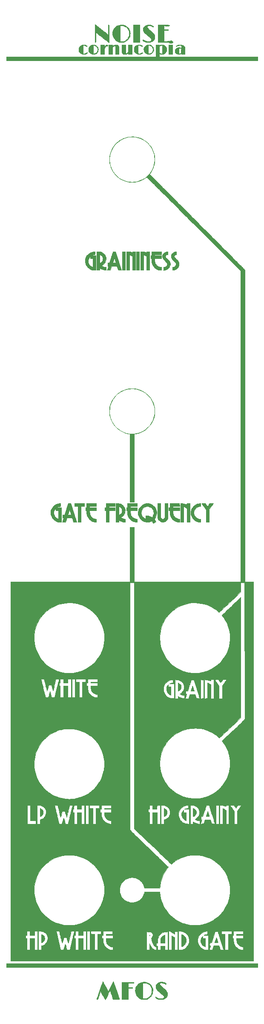
<source format=gbr>
%TF.GenerationSoftware,KiCad,Pcbnew,5.1.8-db9833491~87~ubuntu20.04.1*%
%TF.CreationDate,2020-11-18T23:17:20-05:00*%
%TF.ProjectId,mfos_noise-panel,6d666f73-5f6e-46f6-9973-652d70616e65,rev?*%
%TF.SameCoordinates,Original*%
%TF.FileFunction,Legend,Top*%
%TF.FilePolarity,Positive*%
%FSLAX46Y46*%
G04 Gerber Fmt 4.6, Leading zero omitted, Abs format (unit mm)*
G04 Created by KiCad (PCBNEW 5.1.8-db9833491~87~ubuntu20.04.1) date 2020-11-18 23:17:20*
%MOMM*%
%LPD*%
G01*
G04 APERTURE LIST*
%ADD10C,0.010000*%
G04 APERTURE END LIST*
D10*
%TO.C,G\u002A\u002A\u002A*%
G36*
X84198548Y-193235796D02*
G01*
X84234655Y-193302682D01*
X84289061Y-193405407D01*
X84359319Y-193539294D01*
X84442979Y-193699666D01*
X84537593Y-193881844D01*
X84640711Y-194081151D01*
X84717883Y-194230760D01*
X85233099Y-195230821D01*
X85731889Y-194237091D01*
X85836891Y-194028435D01*
X85935465Y-193833589D01*
X86025169Y-193657302D01*
X86103564Y-193504323D01*
X86168208Y-193379401D01*
X86216662Y-193287285D01*
X86246484Y-193232724D01*
X86254789Y-193219579D01*
X86265976Y-193239682D01*
X86292057Y-193303277D01*
X86331429Y-193405812D01*
X86382489Y-193542732D01*
X86443633Y-193709483D01*
X86513260Y-193901513D01*
X86589766Y-194114267D01*
X86671548Y-194343190D01*
X86757004Y-194583731D01*
X86844530Y-194831333D01*
X86932524Y-195081445D01*
X87019382Y-195329512D01*
X87103502Y-195570980D01*
X87183281Y-195801295D01*
X87257116Y-196015904D01*
X87323404Y-196210252D01*
X87380542Y-196379787D01*
X87426927Y-196519954D01*
X87460957Y-196626199D01*
X87481027Y-196693969D01*
X87485960Y-196717286D01*
X87475462Y-196727502D01*
X87441140Y-196735143D01*
X87378144Y-196740401D01*
X87281627Y-196743469D01*
X87146739Y-196744541D01*
X86968634Y-196743809D01*
X86848406Y-196742686D01*
X86211412Y-196735900D01*
X85916746Y-195829169D01*
X85850125Y-195625578D01*
X85787996Y-195438420D01*
X85732159Y-195272913D01*
X85684413Y-195134274D01*
X85646559Y-195027721D01*
X85620394Y-194958471D01*
X85607720Y-194931742D01*
X85607184Y-194931644D01*
X85593348Y-194955824D01*
X85560090Y-195020993D01*
X85509801Y-195122260D01*
X85444874Y-195254737D01*
X85367700Y-195413533D01*
X85280672Y-195593758D01*
X85186181Y-195790524D01*
X85148194Y-195869914D01*
X85051515Y-196071383D01*
X84961318Y-196257831D01*
X84879993Y-196424428D01*
X84809932Y-196566342D01*
X84753527Y-196678743D01*
X84713168Y-196756802D01*
X84691246Y-196795686D01*
X84688202Y-196799189D01*
X84672683Y-196777835D01*
X84635264Y-196716871D01*
X84578720Y-196621095D01*
X84505827Y-196495303D01*
X84419360Y-196344291D01*
X84322094Y-196172854D01*
X84216804Y-195985789D01*
X84195146Y-195947133D01*
X83717988Y-195094866D01*
X83453475Y-195889983D01*
X83388537Y-196082934D01*
X83326947Y-196261687D01*
X83270905Y-196420178D01*
X83222611Y-196552343D01*
X83184266Y-196652119D01*
X83158070Y-196713443D01*
X83148844Y-196729550D01*
X83087529Y-196768984D01*
X83026753Y-196765221D01*
X82980884Y-196723946D01*
X82964200Y-196656509D01*
X82974942Y-196608902D01*
X83003633Y-196530087D01*
X83044971Y-196434024D01*
X83064360Y-196392859D01*
X83090334Y-196331636D01*
X83130446Y-196227040D01*
X83182978Y-196083961D01*
X83246211Y-195907288D01*
X83318425Y-195701910D01*
X83397902Y-195472717D01*
X83482923Y-195224597D01*
X83571769Y-194962441D01*
X83662720Y-194691136D01*
X83664117Y-194686947D01*
X83752283Y-194423692D01*
X83836098Y-194175829D01*
X83914150Y-193947379D01*
X83985028Y-193742361D01*
X84047317Y-193564796D01*
X84099607Y-193418705D01*
X84140484Y-193308109D01*
X84168536Y-193237027D01*
X84182350Y-193209481D01*
X84183190Y-193209427D01*
X84198548Y-193235796D01*
G37*
X84198548Y-193235796D02*
X84234655Y-193302682D01*
X84289061Y-193405407D01*
X84359319Y-193539294D01*
X84442979Y-193699666D01*
X84537593Y-193881844D01*
X84640711Y-194081151D01*
X84717883Y-194230760D01*
X85233099Y-195230821D01*
X85731889Y-194237091D01*
X85836891Y-194028435D01*
X85935465Y-193833589D01*
X86025169Y-193657302D01*
X86103564Y-193504323D01*
X86168208Y-193379401D01*
X86216662Y-193287285D01*
X86246484Y-193232724D01*
X86254789Y-193219579D01*
X86265976Y-193239682D01*
X86292057Y-193303277D01*
X86331429Y-193405812D01*
X86382489Y-193542732D01*
X86443633Y-193709483D01*
X86513260Y-193901513D01*
X86589766Y-194114267D01*
X86671548Y-194343190D01*
X86757004Y-194583731D01*
X86844530Y-194831333D01*
X86932524Y-195081445D01*
X87019382Y-195329512D01*
X87103502Y-195570980D01*
X87183281Y-195801295D01*
X87257116Y-196015904D01*
X87323404Y-196210252D01*
X87380542Y-196379787D01*
X87426927Y-196519954D01*
X87460957Y-196626199D01*
X87481027Y-196693969D01*
X87485960Y-196717286D01*
X87475462Y-196727502D01*
X87441140Y-196735143D01*
X87378144Y-196740401D01*
X87281627Y-196743469D01*
X87146739Y-196744541D01*
X86968634Y-196743809D01*
X86848406Y-196742686D01*
X86211412Y-196735900D01*
X85916746Y-195829169D01*
X85850125Y-195625578D01*
X85787996Y-195438420D01*
X85732159Y-195272913D01*
X85684413Y-195134274D01*
X85646559Y-195027721D01*
X85620394Y-194958471D01*
X85607720Y-194931742D01*
X85607184Y-194931644D01*
X85593348Y-194955824D01*
X85560090Y-195020993D01*
X85509801Y-195122260D01*
X85444874Y-195254737D01*
X85367700Y-195413533D01*
X85280672Y-195593758D01*
X85186181Y-195790524D01*
X85148194Y-195869914D01*
X85051515Y-196071383D01*
X84961318Y-196257831D01*
X84879993Y-196424428D01*
X84809932Y-196566342D01*
X84753527Y-196678743D01*
X84713168Y-196756802D01*
X84691246Y-196795686D01*
X84688202Y-196799189D01*
X84672683Y-196777835D01*
X84635264Y-196716871D01*
X84578720Y-196621095D01*
X84505827Y-196495303D01*
X84419360Y-196344291D01*
X84322094Y-196172854D01*
X84216804Y-195985789D01*
X84195146Y-195947133D01*
X83717988Y-195094866D01*
X83453475Y-195889983D01*
X83388537Y-196082934D01*
X83326947Y-196261687D01*
X83270905Y-196420178D01*
X83222611Y-196552343D01*
X83184266Y-196652119D01*
X83158070Y-196713443D01*
X83148844Y-196729550D01*
X83087529Y-196768984D01*
X83026753Y-196765221D01*
X82980884Y-196723946D01*
X82964200Y-196656509D01*
X82974942Y-196608902D01*
X83003633Y-196530087D01*
X83044971Y-196434024D01*
X83064360Y-196392859D01*
X83090334Y-196331636D01*
X83130446Y-196227040D01*
X83182978Y-196083961D01*
X83246211Y-195907288D01*
X83318425Y-195701910D01*
X83397902Y-195472717D01*
X83482923Y-195224597D01*
X83571769Y-194962441D01*
X83662720Y-194691136D01*
X83664117Y-194686947D01*
X83752283Y-194423692D01*
X83836098Y-194175829D01*
X83914150Y-193947379D01*
X83985028Y-193742361D01*
X84047317Y-193564796D01*
X84099607Y-193418705D01*
X84140484Y-193308109D01*
X84168536Y-193237027D01*
X84182350Y-193209481D01*
X84183190Y-193209427D01*
X84198548Y-193235796D01*
G36*
X92520052Y-193296982D02*
G01*
X92725153Y-193314247D01*
X92832100Y-193332283D01*
X93087800Y-193410573D01*
X93329010Y-193532565D01*
X93548161Y-193692408D01*
X93737682Y-193884249D01*
X93890004Y-194102239D01*
X93932917Y-194183200D01*
X94017128Y-194372275D01*
X94073804Y-194544943D01*
X94107243Y-194720126D01*
X94121739Y-194916741D01*
X94123230Y-195021400D01*
X94101714Y-195332390D01*
X94036302Y-195619180D01*
X93926015Y-195884749D01*
X93769872Y-196132078D01*
X93749324Y-196158982D01*
X93587116Y-196331434D01*
X93387902Y-196484820D01*
X93164170Y-196611504D01*
X92928410Y-196703853D01*
X92805971Y-196735609D01*
X92642740Y-196759755D01*
X92454583Y-196770983D01*
X92259252Y-196769533D01*
X92074496Y-196755643D01*
X91918065Y-196729551D01*
X91893480Y-196723360D01*
X91615643Y-196623828D01*
X91367409Y-196484622D01*
X91151137Y-196308949D01*
X90969189Y-196100014D01*
X90823927Y-195861021D01*
X90717709Y-195595177D01*
X90652898Y-195305686D01*
X90631829Y-195010426D01*
X90647987Y-194725015D01*
X90699474Y-194471134D01*
X90789395Y-194241043D01*
X90920853Y-194027001D01*
X91096951Y-193821268D01*
X91116695Y-193801295D01*
X91304966Y-193632978D01*
X91497079Y-193505196D01*
X91542182Y-193484700D01*
X92146300Y-193484700D01*
X92146300Y-196583500D01*
X92260600Y-196596549D01*
X92448286Y-196603057D01*
X92654080Y-196584734D01*
X92755900Y-196566728D01*
X92837859Y-196543242D01*
X92945825Y-196503728D01*
X93060631Y-196455394D01*
X93098800Y-196437767D01*
X93326542Y-196302672D01*
X93521532Y-196131078D01*
X93681483Y-195927135D01*
X93804109Y-195694996D01*
X93887123Y-195438811D01*
X93928239Y-195162731D01*
X93929398Y-194929798D01*
X93893143Y-194645909D01*
X93817080Y-194391565D01*
X93699276Y-194162459D01*
X93537800Y-193954283D01*
X93453866Y-193869571D01*
X93242904Y-193701838D01*
X93014454Y-193581085D01*
X92766233Y-193506467D01*
X92495957Y-193477136D01*
X92395996Y-193477405D01*
X92146300Y-193484700D01*
X91542182Y-193484700D01*
X91708626Y-193409064D01*
X91916886Y-193345207D01*
X92096125Y-193312742D01*
X92303778Y-193296574D01*
X92520052Y-193296982D01*
G37*
X92520052Y-193296982D02*
X92725153Y-193314247D01*
X92832100Y-193332283D01*
X93087800Y-193410573D01*
X93329010Y-193532565D01*
X93548161Y-193692408D01*
X93737682Y-193884249D01*
X93890004Y-194102239D01*
X93932917Y-194183200D01*
X94017128Y-194372275D01*
X94073804Y-194544943D01*
X94107243Y-194720126D01*
X94121739Y-194916741D01*
X94123230Y-195021400D01*
X94101714Y-195332390D01*
X94036302Y-195619180D01*
X93926015Y-195884749D01*
X93769872Y-196132078D01*
X93749324Y-196158982D01*
X93587116Y-196331434D01*
X93387902Y-196484820D01*
X93164170Y-196611504D01*
X92928410Y-196703853D01*
X92805971Y-196735609D01*
X92642740Y-196759755D01*
X92454583Y-196770983D01*
X92259252Y-196769533D01*
X92074496Y-196755643D01*
X91918065Y-196729551D01*
X91893480Y-196723360D01*
X91615643Y-196623828D01*
X91367409Y-196484622D01*
X91151137Y-196308949D01*
X90969189Y-196100014D01*
X90823927Y-195861021D01*
X90717709Y-195595177D01*
X90652898Y-195305686D01*
X90631829Y-195010426D01*
X90647987Y-194725015D01*
X90699474Y-194471134D01*
X90789395Y-194241043D01*
X90920853Y-194027001D01*
X91096951Y-193821268D01*
X91116695Y-193801295D01*
X91304966Y-193632978D01*
X91497079Y-193505196D01*
X91542182Y-193484700D01*
X92146300Y-193484700D01*
X92146300Y-196583500D01*
X92260600Y-196596549D01*
X92448286Y-196603057D01*
X92654080Y-196584734D01*
X92755900Y-196566728D01*
X92837859Y-196543242D01*
X92945825Y-196503728D01*
X93060631Y-196455394D01*
X93098800Y-196437767D01*
X93326542Y-196302672D01*
X93521532Y-196131078D01*
X93681483Y-195927135D01*
X93804109Y-195694996D01*
X93887123Y-195438811D01*
X93928239Y-195162731D01*
X93929398Y-194929798D01*
X93893143Y-194645909D01*
X93817080Y-194391565D01*
X93699276Y-194162459D01*
X93537800Y-193954283D01*
X93453866Y-193869571D01*
X93242904Y-193701838D01*
X93014454Y-193581085D01*
X92766233Y-193506467D01*
X92495957Y-193477136D01*
X92395996Y-193477405D01*
X92146300Y-193484700D01*
X91542182Y-193484700D01*
X91708626Y-193409064D01*
X91916886Y-193345207D01*
X92096125Y-193312742D01*
X92303778Y-193296574D01*
X92520052Y-193296982D01*
G36*
X96036739Y-193304138D02*
G01*
X96224439Y-193328612D01*
X96383860Y-193368077D01*
X96406805Y-193376183D01*
X96554096Y-193440709D01*
X96663753Y-193508906D01*
X96733015Y-193577661D01*
X96759122Y-193643860D01*
X96739313Y-193704391D01*
X96717547Y-193726624D01*
X96683880Y-193743105D01*
X96640715Y-193737040D01*
X96578740Y-193704899D01*
X96488643Y-193643155D01*
X96479211Y-193636298D01*
X96352061Y-193566516D01*
X96191113Y-193513203D01*
X96011854Y-193480513D01*
X95866673Y-193472000D01*
X95761942Y-193473879D01*
X95692483Y-193481966D01*
X95642833Y-193499936D01*
X95597526Y-193531464D01*
X95589948Y-193537757D01*
X95534316Y-193597541D01*
X95513314Y-193664353D01*
X95511800Y-193699046D01*
X95518262Y-193758574D01*
X95540410Y-193819295D01*
X95582385Y-193886078D01*
X95648329Y-193963793D01*
X95742383Y-194057311D01*
X95868689Y-194171501D01*
X96031387Y-194311233D01*
X96035064Y-194314342D01*
X96277827Y-194524057D01*
X96480838Y-194710527D01*
X96647003Y-194878092D01*
X96779227Y-195031094D01*
X96880415Y-195173875D01*
X96953473Y-195310775D01*
X97001305Y-195446136D01*
X97026818Y-195584299D01*
X97032916Y-195729605D01*
X97029940Y-195800998D01*
X96992168Y-196008775D01*
X96909005Y-196200215D01*
X96784368Y-196371201D01*
X96622174Y-196517615D01*
X96426341Y-196635339D01*
X96200786Y-196720255D01*
X96140710Y-196735758D01*
X96012647Y-196756252D01*
X95851700Y-196767803D01*
X95674987Y-196770428D01*
X95499628Y-196764144D01*
X95342742Y-196748969D01*
X95261123Y-196734858D01*
X95107368Y-196691018D01*
X94950661Y-196628422D01*
X94809056Y-196555245D01*
X94703994Y-196482556D01*
X94648201Y-196426041D01*
X94627448Y-196372913D01*
X94627794Y-196332451D01*
X94650859Y-196267611D01*
X94700606Y-196243236D01*
X94772679Y-196259571D01*
X94862727Y-196316861D01*
X94865442Y-196319039D01*
X95064546Y-196447391D01*
X95293567Y-196536896D01*
X95548078Y-196586137D01*
X95730856Y-196595898D01*
X95932809Y-196583086D01*
X96097004Y-196544764D01*
X96221306Y-196481956D01*
X96303577Y-196395690D01*
X96339040Y-196303756D01*
X96345042Y-196240492D01*
X96336379Y-196178186D01*
X96309659Y-196112899D01*
X96261489Y-196040691D01*
X96188479Y-195957622D01*
X96087236Y-195859754D01*
X95954370Y-195743145D01*
X95786488Y-195603857D01*
X95623243Y-195472291D01*
X95412294Y-195300421D01*
X95239200Y-195151506D01*
X95099276Y-195020735D01*
X94987837Y-194903297D01*
X94900197Y-194794381D01*
X94831670Y-194689176D01*
X94796644Y-194623531D01*
X94756101Y-194536963D01*
X94731002Y-194466378D01*
X94717706Y-194393986D01*
X94712577Y-194301997D01*
X94711901Y-194209152D01*
X94714041Y-194085578D01*
X94722063Y-193996476D01*
X94738736Y-193925612D01*
X94766826Y-193856753D01*
X94774795Y-193840300D01*
X94888029Y-193667293D01*
X95041133Y-193524271D01*
X95231797Y-193412905D01*
X95457710Y-193334871D01*
X95479823Y-193329510D01*
X95646844Y-193303701D01*
X95838345Y-193295539D01*
X96036739Y-193304138D01*
G37*
X96036739Y-193304138D02*
X96224439Y-193328612D01*
X96383860Y-193368077D01*
X96406805Y-193376183D01*
X96554096Y-193440709D01*
X96663753Y-193508906D01*
X96733015Y-193577661D01*
X96759122Y-193643860D01*
X96739313Y-193704391D01*
X96717547Y-193726624D01*
X96683880Y-193743105D01*
X96640715Y-193737040D01*
X96578740Y-193704899D01*
X96488643Y-193643155D01*
X96479211Y-193636298D01*
X96352061Y-193566516D01*
X96191113Y-193513203D01*
X96011854Y-193480513D01*
X95866673Y-193472000D01*
X95761942Y-193473879D01*
X95692483Y-193481966D01*
X95642833Y-193499936D01*
X95597526Y-193531464D01*
X95589948Y-193537757D01*
X95534316Y-193597541D01*
X95513314Y-193664353D01*
X95511800Y-193699046D01*
X95518262Y-193758574D01*
X95540410Y-193819295D01*
X95582385Y-193886078D01*
X95648329Y-193963793D01*
X95742383Y-194057311D01*
X95868689Y-194171501D01*
X96031387Y-194311233D01*
X96035064Y-194314342D01*
X96277827Y-194524057D01*
X96480838Y-194710527D01*
X96647003Y-194878092D01*
X96779227Y-195031094D01*
X96880415Y-195173875D01*
X96953473Y-195310775D01*
X97001305Y-195446136D01*
X97026818Y-195584299D01*
X97032916Y-195729605D01*
X97029940Y-195800998D01*
X96992168Y-196008775D01*
X96909005Y-196200215D01*
X96784368Y-196371201D01*
X96622174Y-196517615D01*
X96426341Y-196635339D01*
X96200786Y-196720255D01*
X96140710Y-196735758D01*
X96012647Y-196756252D01*
X95851700Y-196767803D01*
X95674987Y-196770428D01*
X95499628Y-196764144D01*
X95342742Y-196748969D01*
X95261123Y-196734858D01*
X95107368Y-196691018D01*
X94950661Y-196628422D01*
X94809056Y-196555245D01*
X94703994Y-196482556D01*
X94648201Y-196426041D01*
X94627448Y-196372913D01*
X94627794Y-196332451D01*
X94650859Y-196267611D01*
X94700606Y-196243236D01*
X94772679Y-196259571D01*
X94862727Y-196316861D01*
X94865442Y-196319039D01*
X95064546Y-196447391D01*
X95293567Y-196536896D01*
X95548078Y-196586137D01*
X95730856Y-196595898D01*
X95932809Y-196583086D01*
X96097004Y-196544764D01*
X96221306Y-196481956D01*
X96303577Y-196395690D01*
X96339040Y-196303756D01*
X96345042Y-196240492D01*
X96336379Y-196178186D01*
X96309659Y-196112899D01*
X96261489Y-196040691D01*
X96188479Y-195957622D01*
X96087236Y-195859754D01*
X95954370Y-195743145D01*
X95786488Y-195603857D01*
X95623243Y-195472291D01*
X95412294Y-195300421D01*
X95239200Y-195151506D01*
X95099276Y-195020735D01*
X94987837Y-194903297D01*
X94900197Y-194794381D01*
X94831670Y-194689176D01*
X94796644Y-194623531D01*
X94756101Y-194536963D01*
X94731002Y-194466378D01*
X94717706Y-194393986D01*
X94712577Y-194301997D01*
X94711901Y-194209152D01*
X94714041Y-194085578D01*
X94722063Y-193996476D01*
X94738736Y-193925612D01*
X94766826Y-193856753D01*
X94774795Y-193840300D01*
X94888029Y-193667293D01*
X95041133Y-193524271D01*
X95231797Y-193412905D01*
X95457710Y-193334871D01*
X95479823Y-193329510D01*
X95646844Y-193303701D01*
X95838345Y-193295539D01*
X96036739Y-193304138D01*
G36*
X89407292Y-193319672D02*
G01*
X89631950Y-193320016D01*
X89814942Y-193320825D01*
X89960833Y-193322291D01*
X90074190Y-193324606D01*
X90159579Y-193327962D01*
X90221567Y-193332551D01*
X90264721Y-193338566D01*
X90293606Y-193346199D01*
X90312789Y-193355642D01*
X90326837Y-193367087D01*
X90329623Y-193369823D01*
X90366978Y-193428027D01*
X90359634Y-193476447D01*
X90313399Y-193510718D01*
X90234084Y-193526477D01*
X90129971Y-193519774D01*
X90063215Y-193512886D01*
X89957918Y-193506870D01*
X89826338Y-193502222D01*
X89680735Y-193499434D01*
X89612650Y-193498914D01*
X89212600Y-193497400D01*
X89212600Y-194361000D01*
X89638050Y-194361388D01*
X89781780Y-194362755D01*
X89908932Y-194366288D01*
X90010289Y-194371549D01*
X90076636Y-194378098D01*
X90097472Y-194383311D01*
X90120681Y-194422633D01*
X90122872Y-194465472D01*
X90114300Y-194526100D01*
X89212600Y-194539972D01*
X89212600Y-196748600D01*
X87993400Y-196748600D01*
X87993400Y-193319600D01*
X89136400Y-193319600D01*
X89407292Y-193319672D01*
G37*
X89407292Y-193319672D02*
X89631950Y-193320016D01*
X89814942Y-193320825D01*
X89960833Y-193322291D01*
X90074190Y-193324606D01*
X90159579Y-193327962D01*
X90221567Y-193332551D01*
X90264721Y-193338566D01*
X90293606Y-193346199D01*
X90312789Y-193355642D01*
X90326837Y-193367087D01*
X90329623Y-193369823D01*
X90366978Y-193428027D01*
X90359634Y-193476447D01*
X90313399Y-193510718D01*
X90234084Y-193526477D01*
X90129971Y-193519774D01*
X90063215Y-193512886D01*
X89957918Y-193506870D01*
X89826338Y-193502222D01*
X89680735Y-193499434D01*
X89612650Y-193498914D01*
X89212600Y-193497400D01*
X89212600Y-194361000D01*
X89638050Y-194361388D01*
X89781780Y-194362755D01*
X89908932Y-194366288D01*
X90010289Y-194371549D01*
X90076636Y-194378098D01*
X90097472Y-194383311D01*
X90120681Y-194422633D01*
X90122872Y-194465472D01*
X90114300Y-194526100D01*
X89212600Y-194539972D01*
X89212600Y-196748600D01*
X87993400Y-196748600D01*
X87993400Y-193319600D01*
X89136400Y-193319600D01*
X89407292Y-193319672D01*
G36*
X114993600Y-190398600D02*
G01*
X65006400Y-190398600D01*
X65006400Y-189611200D01*
X114993600Y-189611200D01*
X114993600Y-190398600D01*
G37*
X114993600Y-190398600D02*
X65006400Y-190398600D01*
X65006400Y-189611200D01*
X114993600Y-189611200D01*
X114993600Y-190398600D01*
G36*
X90617671Y-25535247D02*
G01*
X91067677Y-25619947D01*
X91501235Y-25748130D01*
X91915834Y-25917620D01*
X92308962Y-26126240D01*
X92678111Y-26371814D01*
X93020768Y-26652166D01*
X93334424Y-26965119D01*
X93616567Y-27308499D01*
X93864687Y-27680127D01*
X94076273Y-28077829D01*
X94248815Y-28499428D01*
X94379802Y-28942747D01*
X94466723Y-29405611D01*
X94495849Y-29680742D01*
X94505791Y-30139746D01*
X94467004Y-30599668D01*
X94381136Y-31054900D01*
X94249838Y-31499834D01*
X94074758Y-31928864D01*
X93857546Y-32336381D01*
X93604634Y-32710473D01*
X93546490Y-32790517D01*
X93502782Y-32856854D01*
X93480969Y-32897962D01*
X93479799Y-32903325D01*
X93497587Y-32922842D01*
X93550250Y-32977220D01*
X93636736Y-33065407D01*
X93755995Y-33186347D01*
X93906976Y-33338985D01*
X94088628Y-33522267D01*
X94299901Y-33735140D01*
X94539743Y-33976548D01*
X94807103Y-34245436D01*
X95100931Y-34540752D01*
X95420176Y-34861439D01*
X95763787Y-35206444D01*
X96130712Y-35574712D01*
X96519902Y-35965189D01*
X96930305Y-36376821D01*
X97360870Y-36808552D01*
X97810546Y-37259329D01*
X98278283Y-37728096D01*
X98763030Y-38213801D01*
X99263735Y-38715387D01*
X99779348Y-39231801D01*
X100308818Y-39761989D01*
X100851094Y-40304895D01*
X101405126Y-40859466D01*
X101969861Y-41424647D01*
X102544250Y-41999383D01*
X102886696Y-42341987D01*
X103584078Y-43039668D01*
X104246429Y-43702344D01*
X104874650Y-44330923D01*
X105469641Y-44926313D01*
X106032301Y-45489423D01*
X106563530Y-46021158D01*
X107064228Y-46522429D01*
X107535294Y-46994142D01*
X107977629Y-47437205D01*
X108392131Y-47852526D01*
X108779700Y-48241013D01*
X109141237Y-48603574D01*
X109477641Y-48941117D01*
X109789811Y-49254550D01*
X110078647Y-49544779D01*
X110345049Y-49812715D01*
X110589917Y-50059263D01*
X110814150Y-50285333D01*
X111018647Y-50491831D01*
X111204310Y-50679666D01*
X111372037Y-50849746D01*
X111522728Y-51002978D01*
X111657282Y-51140271D01*
X111776601Y-51262531D01*
X111881582Y-51370668D01*
X111973126Y-51465589D01*
X112052132Y-51548202D01*
X112119501Y-51619414D01*
X112176131Y-51680134D01*
X112222923Y-51731269D01*
X112260776Y-51773727D01*
X112290590Y-51808417D01*
X112313265Y-51836245D01*
X112329700Y-51858121D01*
X112340795Y-51874951D01*
X112347449Y-51887643D01*
X112348196Y-51889437D01*
X112402800Y-52026174D01*
X112402800Y-113868400D01*
X114130000Y-113868400D01*
X114130000Y-189128600D01*
X65870000Y-189128600D01*
X65870000Y-184023200D01*
X68841800Y-184023200D01*
X68841800Y-184630016D01*
X69083100Y-184645500D01*
X69096322Y-186918800D01*
X69705400Y-186918800D01*
X69705400Y-184632800D01*
X70594400Y-184632800D01*
X70594400Y-186918800D01*
X71204000Y-186918800D01*
X71381800Y-186918800D01*
X71991400Y-186918800D01*
X71991400Y-186087092D01*
X72099350Y-186070020D01*
X72223985Y-186036210D01*
X72368812Y-185974953D01*
X72518040Y-185894664D01*
X72655879Y-185803757D01*
X72757927Y-185719070D01*
X72935955Y-185516732D01*
X73074192Y-185292905D01*
X73170237Y-185054162D01*
X73221684Y-184807075D01*
X73226131Y-184558216D01*
X73215500Y-184467758D01*
X73149011Y-184198776D01*
X73037808Y-183952766D01*
X72883979Y-183732944D01*
X72689613Y-183542526D01*
X72548142Y-183439661D01*
X72411585Y-183358788D01*
X72281138Y-183299918D01*
X72143639Y-183259461D01*
X71985925Y-183233828D01*
X71843544Y-183223100D01*
X74894381Y-183223100D01*
X75353210Y-185070950D01*
X75812038Y-186918800D01*
X76358048Y-186918800D01*
X76408351Y-186747350D01*
X76432423Y-186664131D01*
X76466562Y-186544541D01*
X76507203Y-186401142D01*
X76550780Y-186246499D01*
X76578971Y-186145979D01*
X76615781Y-186011249D01*
X76644610Y-185906185D01*
X76668060Y-185832834D01*
X76688729Y-185793244D01*
X76709217Y-185789462D01*
X76732123Y-185823535D01*
X76760046Y-185897512D01*
X76795587Y-186013438D01*
X76841344Y-186173363D01*
X76899918Y-186379333D01*
X76907129Y-186404450D01*
X77055004Y-186918800D01*
X77595177Y-186918800D01*
X78057390Y-185083650D01*
X78131970Y-184787277D01*
X78202818Y-184505235D01*
X78268966Y-184241397D01*
X78323556Y-184023200D01*
X78519200Y-184023200D01*
X78519200Y-184632800D01*
X78747800Y-184632800D01*
X78747800Y-186918800D01*
X79357400Y-186918800D01*
X79357400Y-184632800D01*
X80271800Y-184632800D01*
X80271800Y-186918800D01*
X80881400Y-186918800D01*
X80881400Y-183210400D01*
X81059200Y-183210400D01*
X81059200Y-186918800D01*
X81643400Y-186918800D01*
X81643400Y-183210400D01*
X81819587Y-183210400D01*
X81826743Y-183508850D01*
X81833900Y-183807300D01*
X82183150Y-183814366D01*
X82532400Y-183821433D01*
X82532400Y-186918800D01*
X83116600Y-186918800D01*
X83116600Y-184023200D01*
X83980200Y-184023200D01*
X83980200Y-184632800D01*
X84208800Y-184632800D01*
X84209686Y-184918550D01*
X84220227Y-185191953D01*
X84252102Y-185430004D01*
X84308437Y-185644775D01*
X84392355Y-185848337D01*
X84500574Y-186042500D01*
X84607784Y-186192254D01*
X84743138Y-186347566D01*
X84889837Y-186490305D01*
X84996200Y-186577458D01*
X85195195Y-186701677D01*
X85420877Y-186802703D01*
X85657185Y-186874990D01*
X85888062Y-186912991D01*
X85980450Y-186917401D01*
X86164600Y-186918800D01*
X92870200Y-186918800D01*
X93454400Y-186918800D01*
X93454522Y-186277450D01*
X93454645Y-185636100D01*
X93564521Y-185879740D01*
X93716904Y-186175135D01*
X93887852Y-186427652D01*
X94075418Y-186634418D01*
X94076386Y-186635324D01*
X94224082Y-186758779D01*
X94364848Y-186842122D01*
X94512249Y-186891723D01*
X94668113Y-186913218D01*
X94853127Y-186925591D01*
X94853105Y-186924684D01*
X99245600Y-186924684D01*
X99582150Y-186912284D01*
X99736377Y-186904931D01*
X99854661Y-186894418D01*
X99951850Y-186878481D01*
X100042794Y-186854857D01*
X100114744Y-186831118D01*
X100386159Y-186709475D01*
X100634594Y-186544904D01*
X100854962Y-186342022D01*
X101042179Y-186105446D01*
X101179481Y-185864700D01*
X101266972Y-185660442D01*
X101323461Y-185471809D01*
X101353637Y-185278277D01*
X101362198Y-185064600D01*
X101357753Y-185004770D01*
X103035922Y-185004770D01*
X103049378Y-185295123D01*
X103108441Y-185580115D01*
X103210787Y-185853362D01*
X103354090Y-186108481D01*
X103536026Y-186339086D01*
X103726372Y-186516778D01*
X103962983Y-186682226D01*
X104208020Y-186801722D01*
X104469350Y-186878001D01*
X104754837Y-186913800D01*
X104878050Y-186917401D01*
X105163800Y-186918800D01*
X105345714Y-186918800D01*
X105989300Y-186918058D01*
X106116878Y-186505679D01*
X106244457Y-186093300D01*
X106766314Y-186086448D01*
X107288171Y-186079597D01*
X107416886Y-186492848D01*
X107545601Y-186906100D01*
X107869018Y-186913231D01*
X108006495Y-186915228D01*
X108099673Y-186913738D01*
X108154964Y-186908235D01*
X108178783Y-186898196D01*
X108180032Y-186887831D01*
X108170599Y-186858750D01*
X108147305Y-186785108D01*
X108111383Y-186670850D01*
X108064068Y-186519922D01*
X108006594Y-186336267D01*
X107940194Y-186123830D01*
X107866102Y-185886557D01*
X107785553Y-185628392D01*
X107699779Y-185353279D01*
X107629617Y-185128100D01*
X107540140Y-184840863D01*
X107454593Y-184566274D01*
X107374252Y-184308427D01*
X107300395Y-184071421D01*
X107234299Y-183859349D01*
X107177239Y-183676310D01*
X107130494Y-183526398D01*
X107095338Y-183413710D01*
X107073051Y-183342342D01*
X107065532Y-183318350D01*
X107039460Y-183235800D01*
X106495984Y-183235800D01*
X106153742Y-184339509D01*
X105811500Y-185443219D01*
X105633700Y-185450759D01*
X105455900Y-185458300D01*
X105441636Y-186080600D01*
X105518618Y-186080600D01*
X105561788Y-186083533D01*
X105585692Y-186097905D01*
X105590745Y-186132073D01*
X105577359Y-186194393D01*
X105545948Y-186293224D01*
X105531280Y-186336501D01*
X105489539Y-186461626D01*
X105443658Y-186603300D01*
X105406337Y-186721950D01*
X105345714Y-186918800D01*
X105163800Y-186918800D01*
X105163800Y-184023200D01*
X104714220Y-184023200D01*
X104541517Y-184022189D01*
X104416341Y-184019017D01*
X104335453Y-184013473D01*
X104295617Y-184005347D01*
X104292094Y-183995745D01*
X104340617Y-183965606D01*
X104424823Y-183930159D01*
X104530565Y-183893965D01*
X104643693Y-183861585D01*
X104750059Y-183837579D01*
X104811329Y-183828365D01*
X104960600Y-183812763D01*
X104960600Y-183210400D01*
X107805400Y-183210400D01*
X107805400Y-183820000D01*
X108491200Y-183820000D01*
X108491200Y-186918800D01*
X109100800Y-186918800D01*
X109100800Y-184023200D01*
X109964400Y-184023200D01*
X109964400Y-184632800D01*
X110160220Y-184632800D01*
X110175369Y-185007450D01*
X110186696Y-185210824D01*
X110204517Y-185377107D01*
X110232061Y-185519899D01*
X110272558Y-185652803D01*
X110329236Y-185789422D01*
X110390943Y-185915500D01*
X110519926Y-186124128D01*
X110685042Y-186324742D01*
X110874305Y-186505203D01*
X111075729Y-186653372D01*
X111176729Y-186711282D01*
X111441990Y-186825837D01*
X111704446Y-186895112D01*
X111939250Y-186917401D01*
X112123400Y-186918800D01*
X112123400Y-186309200D01*
X112040850Y-186308824D01*
X111920382Y-186296396D01*
X111775688Y-186263626D01*
X111626347Y-186215894D01*
X111491940Y-186158581D01*
X111489308Y-186157258D01*
X111316526Y-186048873D01*
X111153807Y-185907674D01*
X111014773Y-185747188D01*
X110916772Y-185588647D01*
X110855511Y-185448311D01*
X110814047Y-185311449D01*
X110789362Y-185162821D01*
X110778441Y-184987181D01*
X110777200Y-184883333D01*
X110777200Y-184632800D01*
X112123400Y-184632800D01*
X112123400Y-184023200D01*
X110777200Y-184023200D01*
X110777200Y-183820000D01*
X112098000Y-183820000D01*
X112098000Y-183210400D01*
X110167600Y-183210400D01*
X110167600Y-184023200D01*
X109964400Y-184023200D01*
X109100800Y-184023200D01*
X109100800Y-183821474D01*
X109773900Y-183807300D01*
X109788212Y-183210400D01*
X107805400Y-183210400D01*
X104960600Y-183210400D01*
X104960600Y-183203054D01*
X104801850Y-183218502D01*
X104503882Y-183271066D01*
X104220621Y-183366945D01*
X103956741Y-183502101D01*
X103716912Y-183672492D01*
X103505808Y-183874081D01*
X103328100Y-184102828D01*
X103188460Y-184354693D01*
X103091561Y-184625637D01*
X103070399Y-184715441D01*
X103035922Y-185004770D01*
X101357753Y-185004770D01*
X101340049Y-184766503D01*
X101273083Y-184487889D01*
X101159252Y-184222445D01*
X101012053Y-183985390D01*
X100815470Y-183752631D01*
X100585251Y-183557790D01*
X100322304Y-183401536D01*
X100090434Y-183305265D01*
X99978511Y-183269311D01*
X99877974Y-183245034D01*
X99771174Y-183229475D01*
X99640460Y-183219679D01*
X99556750Y-183215863D01*
X99245600Y-183203541D01*
X99245600Y-186924684D01*
X94853105Y-186924684D01*
X94845913Y-186637442D01*
X94838700Y-186349294D01*
X94755784Y-186332380D01*
X94620589Y-186279854D01*
X94486328Y-186179123D01*
X94354661Y-186032778D01*
X94227251Y-185843410D01*
X94105759Y-185613608D01*
X94077496Y-185547200D01*
X94826000Y-185547200D01*
X94826000Y-186131400D01*
X95054600Y-186131400D01*
X95054600Y-186918800D01*
X95638800Y-186918800D01*
X95638800Y-186131400D01*
X96553200Y-186131400D01*
X96553200Y-186918800D01*
X97137400Y-186918800D01*
X97137400Y-184994358D01*
X97315200Y-184994358D01*
X97315200Y-186918800D01*
X97899400Y-186918800D01*
X97899400Y-185534500D01*
X97899675Y-185274626D01*
X97900466Y-185030647D01*
X97901722Y-184807170D01*
X97903391Y-184608800D01*
X97905422Y-184440145D01*
X97907764Y-184305810D01*
X97910364Y-184210401D01*
X97913171Y-184158526D01*
X97914867Y-184150200D01*
X97941193Y-184162727D01*
X98002023Y-184196956D01*
X98088664Y-184247853D01*
X98192423Y-184310389D01*
X98206967Y-184319264D01*
X98483600Y-184488329D01*
X98483600Y-186918800D01*
X99067800Y-186918800D01*
X99067800Y-183312000D01*
X98485439Y-183312000D01*
X98478169Y-183553676D01*
X98470900Y-183795353D01*
X97900845Y-183452076D01*
X97748020Y-183360220D01*
X97610081Y-183277639D01*
X97492814Y-183207772D01*
X97402010Y-183154059D01*
X97343457Y-183119937D01*
X97322995Y-183108800D01*
X97321742Y-183133545D01*
X97320552Y-183205164D01*
X97319440Y-183319730D01*
X97318423Y-183473315D01*
X97317516Y-183661994D01*
X97316735Y-183881840D01*
X97316097Y-184128926D01*
X97315618Y-184399325D01*
X97315314Y-184689111D01*
X97315200Y-184994358D01*
X97137400Y-184994358D01*
X97137400Y-183304525D01*
X96838950Y-183319448D01*
X96702651Y-183329202D01*
X96568043Y-183343875D01*
X96452955Y-183361267D01*
X96389953Y-183374834D01*
X96115059Y-183474509D01*
X95862085Y-183618340D01*
X95635045Y-183802943D01*
X95437952Y-184024935D01*
X95274820Y-184280932D01*
X95244269Y-184340700D01*
X95159523Y-184539051D01*
X95101724Y-184738877D01*
X95067864Y-184954654D01*
X95054938Y-185200861D01*
X95054600Y-185254029D01*
X95054600Y-185547200D01*
X94826000Y-185547200D01*
X94077496Y-185547200D01*
X93991847Y-185345963D01*
X93887177Y-185043066D01*
X93850945Y-184921955D01*
X93766259Y-184627339D01*
X93880878Y-184522119D01*
X94002496Y-184379702D01*
X94079571Y-184222123D01*
X94113125Y-184056684D01*
X94104176Y-183890689D01*
X94053746Y-183731440D01*
X93962855Y-183586240D01*
X93832523Y-183462392D01*
X93723386Y-183394863D01*
X93666978Y-183368091D01*
X93612273Y-183349083D01*
X93548246Y-183336094D01*
X93463869Y-183327378D01*
X93348116Y-183321189D01*
X93232150Y-183317095D01*
X92870200Y-183305601D01*
X92870200Y-186918800D01*
X86164600Y-186918800D01*
X86164600Y-186309200D01*
X86082050Y-186308824D01*
X85886197Y-186285843D01*
X85681577Y-186222473D01*
X85480565Y-186124516D01*
X85295535Y-185997776D01*
X85167865Y-185880126D01*
X85037764Y-185725579D01*
X84941720Y-185570332D01*
X84875907Y-185403635D01*
X84836499Y-185214739D01*
X84819670Y-184992895D01*
X84818400Y-184898249D01*
X84818400Y-184632800D01*
X86164600Y-184632800D01*
X86164600Y-184023200D01*
X84818400Y-184023200D01*
X84818400Y-183820000D01*
X86139200Y-183820000D01*
X86139200Y-183210400D01*
X84208800Y-183210400D01*
X84208800Y-184023200D01*
X83980200Y-184023200D01*
X83116600Y-184023200D01*
X83116600Y-183820000D01*
X83802400Y-183820000D01*
X83802400Y-183210400D01*
X81819587Y-183210400D01*
X81643400Y-183210400D01*
X81059200Y-183210400D01*
X80881400Y-183210400D01*
X80271800Y-183210400D01*
X80271800Y-184023200D01*
X79357400Y-184023200D01*
X79357400Y-183210400D01*
X78747800Y-183210400D01*
X78747800Y-184023200D01*
X78519200Y-184023200D01*
X78323556Y-184023200D01*
X78329452Y-183999635D01*
X78383309Y-183783820D01*
X78429573Y-183597827D01*
X78467279Y-183445528D01*
X78495462Y-183330794D01*
X78513157Y-183257499D01*
X78519399Y-183229515D01*
X78519401Y-183229450D01*
X78495542Y-183222165D01*
X78430611Y-183216166D01*
X78334330Y-183212048D01*
X78216423Y-183210406D01*
X78208048Y-183210400D01*
X77896896Y-183210400D01*
X77620427Y-184359750D01*
X77563765Y-184594790D01*
X77510269Y-184815703D01*
X77461196Y-185017369D01*
X77417803Y-185194667D01*
X77381348Y-185342474D01*
X77353088Y-185455671D01*
X77334280Y-185529136D01*
X77326513Y-185556942D01*
X77313829Y-185551015D01*
X77289512Y-185496018D01*
X77253683Y-185392303D01*
X77206463Y-185240222D01*
X77147974Y-185040128D01*
X77143235Y-185023542D01*
X76977402Y-184442300D01*
X76708879Y-184435110D01*
X76588213Y-184432729D01*
X76509007Y-184434158D01*
X76461987Y-184440654D01*
X76437877Y-184453474D01*
X76427587Y-184473210D01*
X76417152Y-184510426D01*
X76395267Y-184588621D01*
X76364154Y-184699851D01*
X76326035Y-184836170D01*
X76283132Y-184989633D01*
X76269278Y-185039200D01*
X76225416Y-185194372D01*
X76185332Y-185332892D01*
X76151260Y-185447302D01*
X76125432Y-185530146D01*
X76110083Y-185573967D01*
X76107668Y-185578629D01*
X76098700Y-185558529D01*
X76079176Y-185493684D01*
X76050309Y-185388767D01*
X76013313Y-185248449D01*
X75969401Y-185077405D01*
X75919785Y-184880305D01*
X75865680Y-184661824D01*
X75808297Y-184426633D01*
X75804325Y-184410229D01*
X75746834Y-184173075D01*
X75692902Y-183951419D01*
X75643713Y-183750067D01*
X75600451Y-183573824D01*
X75564299Y-183427498D01*
X75536439Y-183315894D01*
X75518057Y-183243818D01*
X75510335Y-183216078D01*
X75510249Y-183215940D01*
X75483749Y-183213730D01*
X75416579Y-183212987D01*
X75318848Y-183213710D01*
X75200666Y-183215899D01*
X75198914Y-183215940D01*
X74894381Y-183223100D01*
X71843544Y-183223100D01*
X71794836Y-183219430D01*
X71731050Y-183216834D01*
X71381800Y-183204635D01*
X71381800Y-186918800D01*
X71204000Y-186918800D01*
X71204000Y-183210400D01*
X70594400Y-183210400D01*
X70594400Y-184023200D01*
X69705400Y-184023200D01*
X69705400Y-183210400D01*
X69095800Y-183210400D01*
X69095800Y-184023200D01*
X68841800Y-184023200D01*
X65870000Y-184023200D01*
X65870000Y-175027942D01*
X70521745Y-175027942D01*
X70543945Y-175615164D01*
X70615625Y-176203695D01*
X70737159Y-176790209D01*
X70902378Y-177346197D01*
X71113389Y-177883392D01*
X71367868Y-178399296D01*
X71663492Y-178891410D01*
X71997937Y-179357235D01*
X72368881Y-179794273D01*
X72773998Y-180200026D01*
X73210965Y-180571993D01*
X73677459Y-180907678D01*
X74171156Y-181204580D01*
X74689733Y-181460203D01*
X75230865Y-181672046D01*
X75298276Y-181694761D01*
X75572182Y-181777746D01*
X75871268Y-181854937D01*
X76178952Y-181922772D01*
X76478652Y-181977687D01*
X76753784Y-182016116D01*
X76830100Y-182023995D01*
X76957195Y-182032009D01*
X77122988Y-182036831D01*
X77315485Y-182038628D01*
X77522694Y-182037568D01*
X77732623Y-182033816D01*
X77933280Y-182027541D01*
X78112672Y-182018907D01*
X78258808Y-182008083D01*
X78302411Y-182003514D01*
X78890747Y-181909732D01*
X79462675Y-181768835D01*
X80015919Y-181582424D01*
X80548200Y-181352097D01*
X81057239Y-181079454D01*
X81540759Y-180766095D01*
X81996482Y-180413618D01*
X82422130Y-180023624D01*
X82815424Y-179597711D01*
X83174087Y-179137478D01*
X83495841Y-178644526D01*
X83749561Y-178179080D01*
X83942539Y-177762711D01*
X84099846Y-177357878D01*
X84227841Y-176947585D01*
X84269240Y-176790209D01*
X84391011Y-176202635D01*
X84462737Y-175614023D01*
X84484964Y-175026921D01*
X84484597Y-175018900D01*
X87528416Y-175018900D01*
X87532964Y-175246921D01*
X87547845Y-175430348D01*
X87569676Y-175558459D01*
X87672001Y-175897481D01*
X87817727Y-176214646D01*
X88003506Y-176506198D01*
X88225988Y-176768386D01*
X88481824Y-176997454D01*
X88767665Y-177189649D01*
X89080161Y-177341218D01*
X89199900Y-177385578D01*
X89540211Y-177475507D01*
X89885001Y-177515948D01*
X90230114Y-177507471D01*
X90571393Y-177450650D01*
X90904680Y-177346055D01*
X91225819Y-177194259D01*
X91409700Y-177081595D01*
X91549774Y-176974291D01*
X91701155Y-176835504D01*
X91851199Y-176678550D01*
X91987264Y-176516745D01*
X92096707Y-176363406D01*
X92106632Y-176347539D01*
X92211156Y-176159465D01*
X92303043Y-175959191D01*
X92374727Y-175764597D01*
X92412498Y-175624772D01*
X92430869Y-175539385D01*
X92446850Y-175466358D01*
X92451777Y-175444350D01*
X92464767Y-175387200D01*
X95505450Y-175387200D01*
X95521325Y-175466575D01*
X95532620Y-175550146D01*
X95537337Y-175638025D01*
X95541061Y-175697187D01*
X95551156Y-175794073D01*
X95566169Y-175916213D01*
X95584649Y-176051137D01*
X95588699Y-176079009D01*
X95698463Y-176655771D01*
X95854908Y-177216220D01*
X96056041Y-177757972D01*
X96299864Y-178278645D01*
X96584382Y-178775857D01*
X96907601Y-179247223D01*
X97267524Y-179690362D01*
X97662155Y-180102891D01*
X98089500Y-180482426D01*
X98547562Y-180826586D01*
X99034346Y-181132987D01*
X99547856Y-181399247D01*
X100086097Y-181622982D01*
X100291876Y-181694761D01*
X100565782Y-181777746D01*
X100864868Y-181854937D01*
X101172552Y-181922772D01*
X101472252Y-181977687D01*
X101747384Y-182016116D01*
X101823700Y-182023995D01*
X101950795Y-182032009D01*
X102116588Y-182036831D01*
X102309085Y-182038628D01*
X102516294Y-182037568D01*
X102726223Y-182033816D01*
X102926880Y-182027541D01*
X103106272Y-182018907D01*
X103252408Y-182008083D01*
X103296011Y-182003514D01*
X103884347Y-181909732D01*
X104456275Y-181768835D01*
X105009519Y-181582424D01*
X105541800Y-181352097D01*
X106050839Y-181079454D01*
X106534359Y-180766095D01*
X106990082Y-180413618D01*
X107415730Y-180023624D01*
X107809024Y-179597711D01*
X108167687Y-179137478D01*
X108489441Y-178644526D01*
X108743161Y-178179080D01*
X108936139Y-177762711D01*
X109093446Y-177357878D01*
X109221441Y-176947585D01*
X109262840Y-176790209D01*
X109384611Y-176202635D01*
X109456337Y-175614023D01*
X109478564Y-175026921D01*
X109451838Y-174443875D01*
X109376706Y-173867435D01*
X109253716Y-173300146D01*
X109083413Y-172744556D01*
X108866344Y-172203213D01*
X108603056Y-171678664D01*
X108294097Y-171173456D01*
X107958665Y-170713600D01*
X107813149Y-170539992D01*
X107638366Y-170347817D01*
X107445898Y-170148705D01*
X107247327Y-169954285D01*
X107054237Y-169776188D01*
X106878209Y-169626043D01*
X106864778Y-169615241D01*
X106423703Y-169291879D01*
X105950781Y-169000280D01*
X105453903Y-168744144D01*
X104940958Y-168527168D01*
X104419836Y-168353052D01*
X103901621Y-168226129D01*
X103644542Y-168177466D01*
X103418833Y-168141221D01*
X103208171Y-168115793D01*
X102996234Y-168099584D01*
X102766699Y-168090992D01*
X102503243Y-168088417D01*
X102496800Y-168088416D01*
X102233129Y-168090850D01*
X102003669Y-168099227D01*
X101792016Y-168115157D01*
X101581766Y-168140254D01*
X101356514Y-168176128D01*
X101099856Y-168224391D01*
X101087100Y-168226921D01*
X100582198Y-168350265D01*
X100075554Y-168518368D01*
X99576253Y-168726950D01*
X99093382Y-168971736D01*
X98636030Y-169248447D01*
X98213281Y-169552806D01*
X98132022Y-169617977D01*
X98033062Y-169698804D01*
X97942980Y-169772290D01*
X97872206Y-169829929D01*
X97833164Y-169861613D01*
X97771584Y-169911327D01*
X97600542Y-169744722D01*
X97564885Y-169710253D01*
X97494463Y-169642427D01*
X97391165Y-169543059D01*
X97256881Y-169413963D01*
X97093499Y-169256955D01*
X96902910Y-169073849D01*
X96687004Y-168866460D01*
X96447670Y-168636602D01*
X96186797Y-168386090D01*
X95906276Y-168116739D01*
X95607996Y-167830363D01*
X95293846Y-167528777D01*
X94965716Y-167213796D01*
X94625496Y-166887235D01*
X94275075Y-166550908D01*
X93917950Y-166208171D01*
X90406400Y-162838226D01*
X90406400Y-159004200D01*
X93173387Y-159004200D01*
X93180543Y-159302650D01*
X93187700Y-159601100D01*
X93308350Y-159608841D01*
X93429000Y-159616583D01*
X93429000Y-161899800D01*
X94038600Y-161899800D01*
X94038600Y-159613800D01*
X94953000Y-159613800D01*
X94953000Y-161899800D01*
X95562600Y-161899800D01*
X95562600Y-158191400D01*
X95740400Y-158191400D01*
X95740400Y-161899800D01*
X96323341Y-161899800D01*
X96330320Y-161489050D01*
X96337300Y-161078301D01*
X96517393Y-161023335D01*
X96764962Y-160923106D01*
X96986666Y-160784089D01*
X97178533Y-160611488D01*
X97336590Y-160410503D01*
X97456862Y-160186335D01*
X97511097Y-160019064D01*
X99246140Y-160019064D01*
X99257074Y-160249525D01*
X99290732Y-160470023D01*
X99328382Y-160611462D01*
X99445025Y-160888873D01*
X99603070Y-161141846D01*
X99797706Y-161366012D01*
X100024120Y-161557001D01*
X100277501Y-161710443D01*
X100553037Y-161821969D01*
X100706100Y-161862521D01*
X100800502Y-161877430D01*
X100924944Y-161889362D01*
X101058682Y-161896547D01*
X101118850Y-161897780D01*
X101379200Y-161899800D01*
X101557000Y-161899800D01*
X102141200Y-161899800D01*
X102141200Y-161696600D01*
X102142605Y-161602229D01*
X102146339Y-161531168D01*
X102151681Y-161495437D01*
X102153406Y-161493400D01*
X102179327Y-161506094D01*
X102235699Y-161539410D01*
X102310437Y-161586200D01*
X102312156Y-161587301D01*
X102533113Y-161708164D01*
X102773653Y-161803449D01*
X103018628Y-161868421D01*
X103252888Y-161898344D01*
X103311834Y-161899800D01*
X103436600Y-161899800D01*
X103436600Y-161894208D01*
X103614512Y-161894208D01*
X103638267Y-161896359D01*
X103703259Y-161897138D01*
X103799943Y-161896545D01*
X103918774Y-161894582D01*
X103936160Y-161894208D01*
X104257920Y-161887100D01*
X104385300Y-161474350D01*
X104512681Y-161061600D01*
X105559973Y-161061600D01*
X105818159Y-161887100D01*
X106141055Y-161894226D01*
X106278534Y-161896216D01*
X106371721Y-161894697D01*
X106427034Y-161889144D01*
X106450893Y-161879033D01*
X106452268Y-161868826D01*
X106442990Y-161839878D01*
X106419790Y-161766266D01*
X106383868Y-161651827D01*
X106336423Y-161500393D01*
X106278655Y-161315800D01*
X106211764Y-161101882D01*
X106136947Y-160862473D01*
X106055406Y-160601408D01*
X105968339Y-160322522D01*
X105876946Y-160029648D01*
X105872043Y-160013930D01*
X105303500Y-158191560D01*
X105044649Y-158191480D01*
X104934951Y-158193637D01*
X104845239Y-158199520D01*
X104786979Y-158208138D01*
X104771138Y-158215119D01*
X104760770Y-158243593D01*
X104736959Y-158315598D01*
X104701291Y-158426141D01*
X104655353Y-158570228D01*
X104600733Y-158742864D01*
X104539017Y-158939056D01*
X104471793Y-159153810D01*
X104417993Y-159326369D01*
X104079508Y-160413900D01*
X103714454Y-160428856D01*
X103728700Y-161048900D01*
X103798550Y-161056937D01*
X103849082Y-161068216D01*
X103867898Y-161082337D01*
X103860331Y-161111224D01*
X103839731Y-161179946D01*
X103808720Y-161280011D01*
X103769920Y-161402926D01*
X103741011Y-161493400D01*
X103698602Y-161625898D01*
X103662235Y-161740270D01*
X103634504Y-161828301D01*
X103617999Y-161881777D01*
X103614512Y-161894208D01*
X103436600Y-161894208D01*
X103436600Y-161297494D01*
X103263541Y-161281410D01*
X103065317Y-161247555D01*
X102866949Y-161186043D01*
X102685684Y-161103313D01*
X102550393Y-161015222D01*
X102489687Y-160967116D01*
X102613893Y-160906849D01*
X102685139Y-160862719D01*
X102777569Y-160791993D01*
X102877851Y-160705345D01*
X102943558Y-160642941D01*
X103124743Y-160435714D01*
X103257048Y-160220193D01*
X103342203Y-159992477D01*
X103381936Y-159748670D01*
X103385498Y-159646800D01*
X103365106Y-159381201D01*
X103301600Y-159139681D01*
X103192867Y-158917197D01*
X103036793Y-158708706D01*
X102957084Y-158624563D01*
X102777874Y-158465362D01*
X102597545Y-158346614D01*
X102405938Y-158264329D01*
X102192893Y-158214514D01*
X101948251Y-158193178D01*
X101855450Y-158191701D01*
X101557000Y-158191400D01*
X106637000Y-158191400D01*
X106637000Y-161899800D01*
X107246600Y-161899800D01*
X107246600Y-158191400D01*
X107424400Y-158191400D01*
X107424400Y-161899800D01*
X108034000Y-161899800D01*
X108034000Y-158829946D01*
X108110916Y-158852005D01*
X108223415Y-158894566D01*
X108352592Y-158958810D01*
X108476859Y-159033011D01*
X108569990Y-159101429D01*
X108669000Y-159185958D01*
X108669000Y-161899800D01*
X109253200Y-161899800D01*
X109253200Y-158191400D01*
X109451940Y-158191400D01*
X109574246Y-158362850D01*
X109627780Y-158437549D01*
X109704180Y-158543686D01*
X109796468Y-158671589D01*
X109897665Y-158811588D01*
X110000792Y-158954010D01*
X110008275Y-158964334D01*
X110320000Y-159394369D01*
X110320000Y-161899800D01*
X110929600Y-161899800D01*
X110929600Y-159396808D01*
X111360219Y-158800454D01*
X111790839Y-158204100D01*
X111431702Y-158197023D01*
X111275261Y-158195350D01*
X111163452Y-158197714D01*
X111090236Y-158204508D01*
X111049575Y-158216126D01*
X111040864Y-158222423D01*
X111014322Y-158254634D01*
X110964906Y-158318954D01*
X110899481Y-158406310D01*
X110824910Y-158507625D01*
X110818669Y-158516180D01*
X110628175Y-158777460D01*
X110492159Y-158592380D01*
X110419845Y-158493391D01*
X110348880Y-158395264D01*
X110292011Y-158315647D01*
X110280921Y-158299892D01*
X110205700Y-158192484D01*
X109451940Y-158191400D01*
X109253200Y-158191400D01*
X108669000Y-158191400D01*
X108669000Y-158305700D01*
X108667103Y-158373895D01*
X108662305Y-158414778D01*
X108659460Y-158420000D01*
X108633061Y-158410539D01*
X108573958Y-158385929D01*
X108507223Y-158356892D01*
X108236899Y-158259845D01*
X107957123Y-158205699D01*
X107699016Y-158191400D01*
X107424400Y-158191400D01*
X107246600Y-158191400D01*
X106637000Y-158191400D01*
X101557000Y-158191400D01*
X101557000Y-161899800D01*
X101379200Y-161899800D01*
X101379200Y-159005345D01*
X100915650Y-158998422D01*
X100452100Y-158991500D01*
X100600733Y-158920827D01*
X100693957Y-158880231D01*
X100788393Y-158848559D01*
X100899310Y-158821614D01*
X101041976Y-158795199D01*
X101081544Y-158788649D01*
X101177589Y-158772999D01*
X101170444Y-158476308D01*
X101163300Y-158179616D01*
X101049000Y-158187293D01*
X100814597Y-158222313D01*
X100566640Y-158293594D01*
X100320049Y-158395329D01*
X100089742Y-158521710D01*
X99959946Y-158611204D01*
X99746450Y-158803583D01*
X99562260Y-159031918D01*
X99413638Y-159286895D01*
X99306843Y-159559199D01*
X99294849Y-159600853D01*
X99258531Y-159796791D01*
X99246140Y-160019064D01*
X97511097Y-160019064D01*
X97535376Y-159944187D01*
X97568160Y-159689260D01*
X97568898Y-159646800D01*
X97548217Y-159379681D01*
X97483964Y-159136471D01*
X97374213Y-158912567D01*
X97217038Y-158703369D01*
X97140022Y-158622345D01*
X96964954Y-158465922D01*
X96791116Y-158349023D01*
X96607947Y-158267512D01*
X96404885Y-158217250D01*
X96171368Y-158194100D01*
X96039863Y-158191400D01*
X95740400Y-158191400D01*
X95562600Y-158191400D01*
X94954289Y-158191400D01*
X94947294Y-158591450D01*
X94940300Y-158991500D01*
X94038600Y-159005372D01*
X94038600Y-158191400D01*
X93429000Y-158191400D01*
X93429000Y-159004200D01*
X93173387Y-159004200D01*
X90406400Y-159004200D01*
X90406400Y-149675026D01*
X95518839Y-149675026D01*
X95524299Y-150264332D01*
X95578669Y-150852917D01*
X95678989Y-151422300D01*
X95827386Y-151984314D01*
X96021535Y-152527269D01*
X96259263Y-153048945D01*
X96538393Y-153547119D01*
X96856750Y-154019573D01*
X97212160Y-154464086D01*
X97602448Y-154878437D01*
X98025437Y-155260407D01*
X98478954Y-155607774D01*
X98960824Y-155918318D01*
X99468870Y-156189819D01*
X100000919Y-156420056D01*
X100554794Y-156606810D01*
X100830336Y-156680989D01*
X101399424Y-156797347D01*
X101970603Y-156864768D01*
X102548108Y-156883503D01*
X103136173Y-156853804D01*
X103357978Y-156830506D01*
X103924466Y-156737526D01*
X104483097Y-156595669D01*
X105030134Y-156406691D01*
X105561838Y-156172346D01*
X106074472Y-155894389D01*
X106564298Y-155574578D01*
X107027577Y-155214666D01*
X107284462Y-154986538D01*
X107686181Y-154577461D01*
X108052923Y-154133514D01*
X108382513Y-153658621D01*
X108672772Y-153156703D01*
X108921525Y-152631683D01*
X109126595Y-152087485D01*
X109285805Y-151528031D01*
X109339855Y-151282600D01*
X109380975Y-151069000D01*
X109412536Y-150880389D01*
X109435677Y-150704124D01*
X109451538Y-150527560D01*
X109461257Y-150338052D01*
X109465973Y-150122958D01*
X109466833Y-149872900D01*
X109462313Y-149558019D01*
X109449189Y-149278890D01*
X109425667Y-149020923D01*
X109389949Y-148769529D01*
X109340240Y-148510117D01*
X109274744Y-148228099D01*
X109254405Y-148147302D01*
X109090434Y-147604676D01*
X108878454Y-147070658D01*
X108621166Y-146550780D01*
X108321269Y-146050574D01*
X108030646Y-145639439D01*
X107882346Y-145444579D01*
X110072723Y-143369505D01*
X110403684Y-143055910D01*
X110699739Y-142775217D01*
X110962903Y-142525438D01*
X111195189Y-142304583D01*
X111398613Y-142110663D01*
X111575189Y-141941689D01*
X111726932Y-141795670D01*
X111855857Y-141670619D01*
X111963978Y-141564545D01*
X112053311Y-141475460D01*
X112125869Y-141401373D01*
X112183667Y-141340296D01*
X112228720Y-141290240D01*
X112263044Y-141249214D01*
X112288652Y-141215230D01*
X112307558Y-141186298D01*
X112321779Y-141160429D01*
X112331996Y-141138666D01*
X112400892Y-140982900D01*
X112390100Y-114008100D01*
X111590000Y-113994110D01*
X111590000Y-115838274D01*
X109440000Y-117874463D01*
X107290001Y-119910651D01*
X107096850Y-119742187D01*
X106649634Y-119384189D01*
X106171590Y-119062039D01*
X105668804Y-118778977D01*
X105147366Y-118538246D01*
X104613363Y-118343087D01*
X104296284Y-118251001D01*
X103710826Y-118122917D01*
X103123558Y-118044832D01*
X102537089Y-118016197D01*
X101954026Y-118036464D01*
X101376980Y-118105085D01*
X100808558Y-118221510D01*
X100251369Y-118385192D01*
X99708022Y-118595582D01*
X99181125Y-118852131D01*
X98673287Y-119154291D01*
X98187117Y-119501514D01*
X98128000Y-119548057D01*
X98040116Y-119621943D01*
X97926979Y-119722955D01*
X97798692Y-119841746D01*
X97665357Y-119968965D01*
X97542553Y-120089781D01*
X97139291Y-120528644D01*
X96778676Y-120994851D01*
X96461250Y-121487321D01*
X96187555Y-122004973D01*
X95958136Y-122546727D01*
X95773534Y-123111500D01*
X95634293Y-123698214D01*
X95583266Y-123990300D01*
X95555546Y-124219307D01*
X95536337Y-124484564D01*
X95525641Y-124772783D01*
X95523461Y-125070674D01*
X95529800Y-125364950D01*
X95544661Y-125642322D01*
X95568047Y-125889501D01*
X95582826Y-125996900D01*
X95701214Y-126599988D01*
X95864485Y-127179989D01*
X96072280Y-127736182D01*
X96324235Y-128267848D01*
X96619991Y-128774265D01*
X96959186Y-129254712D01*
X97341458Y-129708470D01*
X97556952Y-129933447D01*
X97997232Y-130339256D01*
X98462691Y-130701187D01*
X98953680Y-131019416D01*
X99470553Y-131294119D01*
X100013661Y-131525473D01*
X100583358Y-131713655D01*
X101179995Y-131858842D01*
X101518900Y-131920295D01*
X101668544Y-131938390D01*
X101858138Y-131952221D01*
X102077010Y-131961788D01*
X102314488Y-131967091D01*
X102559900Y-131968129D01*
X102802576Y-131964904D01*
X103031844Y-131957414D01*
X103237032Y-131945660D01*
X103407470Y-131929642D01*
X103474700Y-131920295D01*
X104071475Y-131802507D01*
X104640465Y-131645268D01*
X105179630Y-131449260D01*
X105686931Y-131215167D01*
X105862300Y-131121182D01*
X106370352Y-130809912D01*
X106847135Y-130460336D01*
X107290666Y-130074836D01*
X107698965Y-129655793D01*
X108070052Y-129205588D01*
X108401944Y-128726603D01*
X108692662Y-128221218D01*
X108940225Y-127691816D01*
X109123000Y-127201330D01*
X109286360Y-126626547D01*
X109399903Y-126046955D01*
X109464068Y-125465180D01*
X109479289Y-124883851D01*
X109446005Y-124305596D01*
X109364651Y-123733041D01*
X109235665Y-123168815D01*
X109059482Y-122615546D01*
X108836540Y-122075859D01*
X108567276Y-121552385D01*
X108252125Y-121047749D01*
X108054754Y-120773027D01*
X107979971Y-120671650D01*
X107918668Y-120584261D01*
X107876302Y-120518966D01*
X107858327Y-120483872D01*
X107858215Y-120480927D01*
X107877391Y-120460787D01*
X107930935Y-120408206D01*
X108016286Y-120325629D01*
X108130884Y-120215498D01*
X108272168Y-120080259D01*
X108437578Y-119922355D01*
X108624552Y-119744228D01*
X108830529Y-119548325D01*
X109052950Y-119337087D01*
X109289253Y-119112959D01*
X109536878Y-118878384D01*
X109607347Y-118811680D01*
X109860546Y-118572030D01*
X110105230Y-118340395D01*
X110338617Y-118119412D01*
X110557923Y-117911719D01*
X110760365Y-117719952D01*
X110943162Y-117546748D01*
X111103529Y-117394744D01*
X111238684Y-117266577D01*
X111345845Y-117164884D01*
X111422227Y-117092302D01*
X111465050Y-117051468D01*
X111469350Y-117047335D01*
X111590000Y-116931009D01*
X111590000Y-140836899D01*
X109467396Y-142848834D01*
X107344793Y-144860768D01*
X107175046Y-144710759D01*
X106741551Y-144353787D01*
X106297894Y-144041368D01*
X105834818Y-143767262D01*
X105582900Y-143637615D01*
X105085411Y-143413614D01*
X104595444Y-143234493D01*
X104104166Y-143098216D01*
X103602742Y-143002745D01*
X103082337Y-142946044D01*
X102534117Y-142926075D01*
X102496799Y-142926000D01*
X102150425Y-142931596D01*
X101837007Y-142949474D01*
X101539831Y-142981270D01*
X101242181Y-143028620D01*
X101040872Y-143068441D01*
X100473453Y-143213788D01*
X99924359Y-143405321D01*
X99396001Y-143640985D01*
X98890790Y-143918721D01*
X98411136Y-144236476D01*
X97959449Y-144592191D01*
X97538139Y-144983811D01*
X97149618Y-145409280D01*
X96796296Y-145866541D01*
X96480582Y-146353537D01*
X96204888Y-146868213D01*
X95980524Y-147385360D01*
X95793133Y-147940164D01*
X95653536Y-148509203D01*
X95562011Y-149088736D01*
X95518839Y-149675026D01*
X90406400Y-149675026D01*
X90406400Y-137007800D01*
X98534400Y-137007800D01*
X99118600Y-137007800D01*
X99118600Y-136573559D01*
X99226550Y-136647602D01*
X99500425Y-136804989D01*
X99796954Y-136918317D01*
X100110081Y-136985437D01*
X100210129Y-136996575D01*
X100414000Y-137014359D01*
X100414000Y-137009412D01*
X103614400Y-137009412D01*
X104401800Y-137009412D01*
X104998700Y-136995100D01*
X105005248Y-135463101D01*
X105011797Y-133931102D01*
X105068748Y-133947900D01*
X105195338Y-133995461D01*
X105336204Y-134064194D01*
X105467405Y-134141804D01*
X105523753Y-134181507D01*
X105646400Y-134275038D01*
X105646400Y-137007800D01*
X106230600Y-137007800D01*
X106230600Y-133289360D01*
X106433800Y-133289360D01*
X106448148Y-133313062D01*
X106488706Y-133372524D01*
X106551740Y-133462471D01*
X106633520Y-133577624D01*
X106730313Y-133712707D01*
X106838388Y-133862440D01*
X106865600Y-133899983D01*
X107297400Y-134495246D01*
X107297400Y-137007800D01*
X107907000Y-137007800D01*
X107907000Y-134494150D01*
X108338800Y-133896300D01*
X108448836Y-133743543D01*
X108548532Y-133604365D01*
X108634174Y-133484010D01*
X108702052Y-133387721D01*
X108748453Y-133320744D01*
X108769667Y-133288321D01*
X108770600Y-133286224D01*
X108746698Y-133281877D01*
X108680983Y-133278211D01*
X108582440Y-133275529D01*
X108460054Y-133274131D01*
X108406819Y-133274000D01*
X108043038Y-133274000D01*
X107830800Y-133566100D01*
X107753772Y-133670623D01*
X107686878Y-133758599D01*
X107635875Y-133822666D01*
X107606521Y-133855463D01*
X107602314Y-133858200D01*
X107582451Y-133838697D01*
X107538984Y-133785122D01*
X107477647Y-133704869D01*
X107404176Y-133605334D01*
X107375784Y-133566100D01*
X107165502Y-133274000D01*
X106799651Y-133274000D01*
X106669897Y-133275003D01*
X106560390Y-133277764D01*
X106480092Y-133281904D01*
X106437961Y-133287049D01*
X106433800Y-133289360D01*
X106230600Y-133289360D01*
X106230600Y-133274000D01*
X105646400Y-133274000D01*
X105646400Y-133525204D01*
X105506862Y-133463494D01*
X105236122Y-133367878D01*
X104934616Y-133305522D01*
X104687550Y-133281487D01*
X104401800Y-133266450D01*
X104401800Y-137009412D01*
X103614400Y-137009412D01*
X104211300Y-136995100D01*
X104211300Y-133286700D01*
X103912850Y-133279543D01*
X103614400Y-133272387D01*
X103614400Y-137009412D01*
X100414000Y-137009412D01*
X100414000Y-136992456D01*
X100591800Y-136992456D01*
X100615591Y-136998283D01*
X100680536Y-137003093D01*
X100776990Y-137006418D01*
X100895312Y-137007788D01*
X100907585Y-137007800D01*
X101223370Y-137007800D01*
X101359219Y-136582350D01*
X101495067Y-136156900D01*
X102533292Y-136156900D01*
X102796498Y-136995100D01*
X103119566Y-137002231D01*
X103255711Y-137004304D01*
X103347916Y-137003052D01*
X103402969Y-136997889D01*
X103427657Y-136988227D01*
X103429614Y-136975432D01*
X103420124Y-136946248D01*
X103396733Y-136872403D01*
X103360643Y-136757735D01*
X103313055Y-136606086D01*
X103255172Y-136421296D01*
X103188197Y-136207205D01*
X103113330Y-135967655D01*
X103031774Y-135706485D01*
X102944732Y-135427535D01*
X102853406Y-135134647D01*
X102848981Y-135120450D01*
X102281368Y-133299400D01*
X101744968Y-133299400D01*
X101485674Y-134131250D01*
X101419682Y-134342902D01*
X101354288Y-134552533D01*
X101292110Y-134751754D01*
X101235769Y-134932174D01*
X101187883Y-135085405D01*
X101151073Y-135203056D01*
X101136720Y-135248850D01*
X101047060Y-135534600D01*
X100693400Y-135534600D01*
X100693400Y-136144200D01*
X100769600Y-136144200D01*
X100823121Y-136150164D01*
X100845794Y-136164533D01*
X100845800Y-136164774D01*
X100838393Y-136194767D01*
X100817913Y-136264526D01*
X100786969Y-136365498D01*
X100748167Y-136489128D01*
X100718800Y-136581230D01*
X100676217Y-136714858D01*
X100639709Y-136831131D01*
X100611871Y-136921635D01*
X100595303Y-136977959D01*
X100591800Y-136992456D01*
X100414000Y-136992456D01*
X100414000Y-136406113D01*
X100212693Y-136377645D01*
X100091001Y-136356215D01*
X99965514Y-136327403D01*
X99863443Y-136297461D01*
X99765822Y-136257170D01*
X99668847Y-136206944D01*
X99585039Y-136154420D01*
X99526919Y-136107234D01*
X99507947Y-136080662D01*
X99523736Y-136055793D01*
X99573264Y-136018908D01*
X99620237Y-135991762D01*
X99692688Y-135945018D01*
X99784624Y-135873549D01*
X99880712Y-135789625D01*
X99921794Y-135750500D01*
X100097293Y-135545574D01*
X100230619Y-135319480D01*
X100319189Y-135078110D01*
X100360421Y-134827358D01*
X100363200Y-134743113D01*
X100341192Y-134478579D01*
X100274183Y-134235048D01*
X100160695Y-134009024D01*
X99999248Y-133797011D01*
X99934022Y-133728351D01*
X99760371Y-133572307D01*
X99585146Y-133454414D01*
X99397831Y-133370298D01*
X99187910Y-133315584D01*
X98944865Y-133285900D01*
X98858250Y-133280968D01*
X98534400Y-133266700D01*
X98534400Y-137007800D01*
X90406400Y-137007800D01*
X90406400Y-135128200D01*
X96236444Y-135128200D01*
X96236936Y-135278299D01*
X96240210Y-135390991D01*
X96247907Y-135479654D01*
X96261671Y-135557668D01*
X96283145Y-135638412D01*
X96309213Y-135720789D01*
X96420983Y-135984969D01*
X96574837Y-136232258D01*
X96764043Y-136454676D01*
X96981868Y-136644240D01*
X97207655Y-136785839D01*
X97441875Y-136891253D01*
X97671910Y-136959158D01*
X97914439Y-136993360D01*
X98140700Y-136998818D01*
X98343900Y-136995100D01*
X98343900Y-134099500D01*
X97454900Y-134074100D01*
X97581900Y-134014888D01*
X97681575Y-133975936D01*
X97804202Y-133938618D01*
X97930649Y-133907790D01*
X98041787Y-133888314D01*
X98097056Y-133884041D01*
X98121643Y-133882197D01*
X98137813Y-133871402D01*
X98147021Y-133843092D01*
X98150723Y-133788703D01*
X98150375Y-133699672D01*
X98147856Y-133585150D01*
X98140700Y-133286700D01*
X98001000Y-133293953D01*
X97729979Y-133332352D01*
X97460427Y-133416421D01*
X97199965Y-133541406D01*
X96956218Y-133702553D01*
X96736807Y-133895105D01*
X96549356Y-134114308D01*
X96454082Y-134258871D01*
X96372158Y-134406666D01*
X96313171Y-134538387D01*
X96273617Y-134668028D01*
X96249993Y-134809584D01*
X96238795Y-134977050D01*
X96236444Y-135128200D01*
X90406400Y-135128200D01*
X90406400Y-113995400D01*
X89593600Y-113995400D01*
X89596268Y-163004700D01*
X89677484Y-163164741D01*
X89689184Y-163185671D01*
X89705292Y-163210037D01*
X89727323Y-163239325D01*
X89756793Y-163275020D01*
X89795216Y-163318610D01*
X89844108Y-163371578D01*
X89904984Y-163435412D01*
X89979359Y-163511597D01*
X90068748Y-163601620D01*
X90174666Y-163706965D01*
X90298629Y-163829119D01*
X90442151Y-163969568D01*
X90606748Y-164129798D01*
X90793934Y-164311294D01*
X91005226Y-164515542D01*
X91242138Y-164744029D01*
X91506185Y-164998240D01*
X91798882Y-165279661D01*
X92121745Y-165589778D01*
X92476288Y-165930077D01*
X92864028Y-166302044D01*
X93286478Y-166707164D01*
X93429000Y-166843816D01*
X93793985Y-167193763D01*
X94149628Y-167534758D01*
X94494153Y-167865099D01*
X94825789Y-168183088D01*
X95142761Y-168487023D01*
X95443295Y-168775203D01*
X95725620Y-169045928D01*
X95987961Y-169297497D01*
X96228544Y-169528210D01*
X96445597Y-169736366D01*
X96637347Y-169920264D01*
X96802019Y-170078204D01*
X96937840Y-170208485D01*
X97043037Y-170309407D01*
X97115837Y-170379269D01*
X97154466Y-170416370D01*
X97160009Y-170421711D01*
X97220718Y-170480573D01*
X97050209Y-170692336D01*
X96735463Y-171118226D01*
X96451050Y-171574196D01*
X96199721Y-172053490D01*
X95984223Y-172549354D01*
X95807308Y-173055031D01*
X95671725Y-173563765D01*
X95580223Y-174068801D01*
X95545964Y-174388271D01*
X95529705Y-174599800D01*
X92450677Y-174599800D01*
X92393416Y-174377550D01*
X92286345Y-174061695D01*
X92134769Y-173764551D01*
X91942831Y-173490199D01*
X91714673Y-173242725D01*
X91454441Y-173026211D01*
X91166276Y-172844742D01*
X90854323Y-172702402D01*
X90616551Y-172626236D01*
X90504919Y-172598536D01*
X90405980Y-172579715D01*
X90304596Y-172568153D01*
X90185624Y-172562233D01*
X90033927Y-172560333D01*
X90000000Y-172560293D01*
X89840400Y-172561606D01*
X89716405Y-172566627D01*
X89612862Y-172576978D01*
X89514618Y-172594282D01*
X89406522Y-172620163D01*
X89382868Y-172626383D01*
X89048312Y-172740691D01*
X88737371Y-172897914D01*
X88453553Y-173094551D01*
X88200367Y-173327101D01*
X87981320Y-173592063D01*
X87799920Y-173885936D01*
X87659675Y-174205221D01*
X87596274Y-174409300D01*
X87567299Y-174526826D01*
X87547826Y-174630599D01*
X87536054Y-174736794D01*
X87530183Y-174861585D01*
X87528416Y-175018900D01*
X84484597Y-175018900D01*
X84458238Y-174443875D01*
X84383106Y-173867435D01*
X84260116Y-173300146D01*
X84089813Y-172744556D01*
X83872744Y-172203213D01*
X83609456Y-171678664D01*
X83300497Y-171173456D01*
X82965065Y-170713600D01*
X82819549Y-170539992D01*
X82644766Y-170347817D01*
X82452298Y-170148705D01*
X82253727Y-169954285D01*
X82060637Y-169776188D01*
X81884609Y-169626043D01*
X81871178Y-169615241D01*
X81430103Y-169291879D01*
X80957181Y-169000280D01*
X80460303Y-168744144D01*
X79947358Y-168527168D01*
X79426236Y-168353052D01*
X78908021Y-168226129D01*
X78650942Y-168177466D01*
X78425233Y-168141221D01*
X78214571Y-168115793D01*
X78002634Y-168099584D01*
X77773099Y-168090992D01*
X77509643Y-168088417D01*
X77503200Y-168088416D01*
X77239529Y-168090850D01*
X77010069Y-168099227D01*
X76798416Y-168115157D01*
X76588166Y-168140254D01*
X76362914Y-168176128D01*
X76106256Y-168224391D01*
X76093500Y-168226921D01*
X75572154Y-168354673D01*
X75051297Y-168529355D01*
X74538203Y-168747553D01*
X74040144Y-169005852D01*
X73564394Y-169300837D01*
X73134400Y-169616175D01*
X72991915Y-169736083D01*
X72828532Y-169884204D01*
X72654400Y-170050431D01*
X72479667Y-170224654D01*
X72314481Y-170396765D01*
X72168991Y-170556657D01*
X72058125Y-170688200D01*
X71704675Y-171171681D01*
X71396218Y-171677196D01*
X71133316Y-172202156D01*
X70916528Y-172743968D01*
X70746417Y-173300044D01*
X70623542Y-173867792D01*
X70548465Y-174444621D01*
X70521745Y-175027942D01*
X65870000Y-175027942D01*
X65870000Y-158191400D01*
X69172000Y-158191400D01*
X69172000Y-161899800D01*
X70899200Y-161899800D01*
X70899200Y-161290200D01*
X69756200Y-161290200D01*
X69756200Y-158191400D01*
X71077000Y-158191400D01*
X71077000Y-161899800D01*
X71686600Y-161899800D01*
X71686600Y-161069928D01*
X71845260Y-161025817D01*
X72080818Y-160935214D01*
X72300723Y-160801913D01*
X72495954Y-160633179D01*
X72657492Y-160436280D01*
X72732875Y-160310734D01*
X72840472Y-160055224D01*
X72898478Y-159797234D01*
X72907512Y-159540838D01*
X72868193Y-159290106D01*
X72781141Y-159049111D01*
X72646974Y-158821925D01*
X72476186Y-158622345D01*
X72301524Y-158465992D01*
X72127926Y-158349115D01*
X71944872Y-158267591D01*
X71741840Y-158217299D01*
X71586285Y-158201856D01*
X74582200Y-158201856D01*
X74588123Y-158227719D01*
X74605113Y-158298151D01*
X74631998Y-158408415D01*
X74667609Y-158553776D01*
X74710774Y-158729499D01*
X74760322Y-158930847D01*
X74815083Y-159153086D01*
X74873886Y-159391479D01*
X74935561Y-159641291D01*
X74998936Y-159897786D01*
X75062841Y-160156229D01*
X75126105Y-160411884D01*
X75187558Y-160660015D01*
X75246029Y-160895886D01*
X75300347Y-161114763D01*
X75349341Y-161311909D01*
X75391841Y-161482588D01*
X75426675Y-161622066D01*
X75452674Y-161725606D01*
X75468666Y-161788472D01*
X75471998Y-161801166D01*
X75498558Y-161899800D01*
X76042700Y-161899252D01*
X76207800Y-161304247D01*
X76254079Y-161140454D01*
X76296684Y-160995326D01*
X76333602Y-160875271D01*
X76362817Y-160786696D01*
X76382317Y-160736010D01*
X76389315Y-160726671D01*
X76401188Y-160755545D01*
X76424328Y-160825366D01*
X76456263Y-160928171D01*
X76494521Y-161056000D01*
X76536628Y-161200892D01*
X76536745Y-161201300D01*
X76581108Y-161355328D01*
X76623492Y-161501056D01*
X76660824Y-161628021D01*
X76690028Y-161725760D01*
X76706521Y-161779150D01*
X76745282Y-161899800D01*
X77009941Y-161899800D01*
X77119022Y-161899232D01*
X77206329Y-161897698D01*
X77261306Y-161895451D01*
X77274974Y-161893450D01*
X77281105Y-161868421D01*
X77298731Y-161797968D01*
X77326889Y-161685912D01*
X77364615Y-161536078D01*
X77410943Y-161352287D01*
X77464911Y-161138364D01*
X77525554Y-160898131D01*
X77591908Y-160635411D01*
X77663009Y-160354028D01*
X77737892Y-160057804D01*
X77742584Y-160039250D01*
X78003596Y-159006983D01*
X78189000Y-159006983D01*
X78189000Y-159613800D01*
X78443000Y-159613800D01*
X78443000Y-161899800D01*
X79052600Y-161899800D01*
X79052600Y-159613800D01*
X79941600Y-159613800D01*
X79941600Y-161899800D01*
X80551200Y-161899800D01*
X80551200Y-158191400D01*
X80729000Y-158191400D01*
X80729000Y-161899800D01*
X81338600Y-161899800D01*
X81338600Y-158191400D01*
X81516400Y-158191400D01*
X81516400Y-158801000D01*
X82202200Y-158801000D01*
X82202200Y-161899800D01*
X82811800Y-161899800D01*
X82811800Y-159007120D01*
X83675400Y-159007120D01*
X83675400Y-159613800D01*
X83904000Y-159613800D01*
X83904000Y-159952636D01*
X83911317Y-160190764D01*
X83935349Y-160394233D01*
X83979213Y-160577330D01*
X84046031Y-160754344D01*
X84106092Y-160878382D01*
X84262720Y-161128803D01*
X84454094Y-161350598D01*
X84674343Y-161539983D01*
X84917595Y-161693177D01*
X85177980Y-161806397D01*
X85449627Y-161875861D01*
X85688350Y-161897729D01*
X85834400Y-161899800D01*
X85834400Y-161300767D01*
X85614445Y-161259242D01*
X85350972Y-161186502D01*
X85116664Y-161074198D01*
X84914110Y-160924215D01*
X84745900Y-160738437D01*
X84624412Y-160538959D01*
X84585961Y-160459961D01*
X84558946Y-160396690D01*
X84541087Y-160337155D01*
X84530102Y-160269371D01*
X84523713Y-160181350D01*
X84519640Y-160061103D01*
X84517568Y-159977175D01*
X84508836Y-159613800D01*
X85834400Y-159613800D01*
X85834400Y-159004200D01*
X84513600Y-159004200D01*
X84513600Y-158801000D01*
X85809000Y-158801000D01*
X85809000Y-158191400D01*
X83905289Y-158191400D01*
X83898294Y-158591450D01*
X83891300Y-158991500D01*
X83675400Y-159007120D01*
X82811800Y-159007120D01*
X82811800Y-158802474D01*
X83484900Y-158788300D01*
X83499212Y-158191400D01*
X81516400Y-158191400D01*
X81338600Y-158191400D01*
X80729000Y-158191400D01*
X80551200Y-158191400D01*
X79941600Y-158191400D01*
X79941600Y-159004200D01*
X79052600Y-159004200D01*
X79052600Y-158191400D01*
X78444289Y-158191400D01*
X78437294Y-158591450D01*
X78430300Y-158991500D01*
X78309650Y-158999241D01*
X78189000Y-159006983D01*
X78003596Y-159006983D01*
X78209819Y-158191400D01*
X77581787Y-158191400D01*
X77559078Y-158273950D01*
X77548498Y-158315464D01*
X77527397Y-158400910D01*
X77497102Y-158524821D01*
X77458942Y-158681728D01*
X77414245Y-158866164D01*
X77364338Y-159072663D01*
X77310549Y-159295757D01*
X77272217Y-159455050D01*
X77217198Y-159682701D01*
X77165496Y-159894406D01*
X77118362Y-160085201D01*
X77077045Y-160250126D01*
X77042797Y-160384220D01*
X77016869Y-160482521D01*
X77000510Y-160540069D01*
X76995282Y-160553502D01*
X76985051Y-160530136D01*
X76963254Y-160464616D01*
X76931964Y-160363721D01*
X76893259Y-160234232D01*
X76849212Y-160082928D01*
X76820375Y-159982002D01*
X76658251Y-159410600D01*
X76118031Y-159410600D01*
X75955028Y-159994345D01*
X75909092Y-160156838D01*
X75867254Y-160301018D01*
X75831504Y-160420333D01*
X75803832Y-160508233D01*
X75786229Y-160558167D01*
X75781015Y-160567081D01*
X75773011Y-160540925D01*
X75754340Y-160470228D01*
X75726211Y-160359842D01*
X75689831Y-160214617D01*
X75646409Y-160039405D01*
X75597153Y-159839057D01*
X75543271Y-159618426D01*
X75485972Y-159382361D01*
X75485421Y-159380086D01*
X75200837Y-158204100D01*
X74891518Y-158196968D01*
X74772940Y-158195157D01*
X74675382Y-158195426D01*
X74608583Y-158197621D01*
X74582278Y-158201587D01*
X74582200Y-158201856D01*
X71586285Y-158201856D01*
X71508310Y-158194115D01*
X71376463Y-158191400D01*
X71077000Y-158191400D01*
X69756200Y-158191400D01*
X69172000Y-158191400D01*
X65870000Y-158191400D01*
X65870000Y-150190957D01*
X70521694Y-150190957D01*
X70544468Y-150596800D01*
X70622497Y-151191282D01*
X70748254Y-151770251D01*
X70920466Y-152331584D01*
X71137861Y-152873163D01*
X71399164Y-153392866D01*
X71703102Y-153888572D01*
X72048401Y-154358162D01*
X72433788Y-154799514D01*
X72857990Y-155210508D01*
X73319732Y-155589023D01*
X73705900Y-155860859D01*
X73891280Y-155975539D01*
X74109255Y-156098762D01*
X74345714Y-156223391D01*
X74586548Y-156342288D01*
X74817646Y-156448317D01*
X75024898Y-156534341D01*
X75073945Y-156552846D01*
X75491264Y-156689518D01*
X75934497Y-156804053D01*
X76385889Y-156892700D01*
X76827683Y-156951710D01*
X77046000Y-156969333D01*
X77175414Y-156977286D01*
X77288403Y-156984382D01*
X77374321Y-156989940D01*
X77422518Y-156993280D01*
X77427000Y-156993650D01*
X77464103Y-156993318D01*
X77542636Y-156990207D01*
X77653331Y-156984764D01*
X77786921Y-156977434D01*
X77893113Y-156971178D01*
X78497035Y-156910045D01*
X79084171Y-156801031D01*
X79653725Y-156644474D01*
X80204902Y-156440711D01*
X80736904Y-156190080D01*
X81248935Y-155892917D01*
X81740199Y-155549562D01*
X82209899Y-155160350D01*
X82248030Y-155125868D01*
X82639329Y-154736195D01*
X83000357Y-154308749D01*
X83328346Y-153848469D01*
X83620525Y-153360295D01*
X83874124Y-152849167D01*
X84086372Y-152320025D01*
X84254500Y-151777809D01*
X84346255Y-151384200D01*
X84375112Y-151233412D01*
X84403627Y-151072086D01*
X84428094Y-150921821D01*
X84442091Y-150825400D01*
X84454170Y-150699786D01*
X84463298Y-150534500D01*
X84469475Y-150340584D01*
X84472700Y-150129080D01*
X84472974Y-149911030D01*
X84470297Y-149697476D01*
X84464668Y-149499461D01*
X84456088Y-149328026D01*
X84444556Y-149194213D01*
X84442091Y-149174400D01*
X84337316Y-148565906D01*
X84187760Y-147981365D01*
X83993447Y-147420827D01*
X83754399Y-146884340D01*
X83470641Y-146371950D01*
X83142196Y-145883708D01*
X82769088Y-145419661D01*
X82431402Y-145058805D01*
X82226159Y-144858953D01*
X82034337Y-144685275D01*
X81841973Y-144526363D01*
X81635103Y-144370814D01*
X81399763Y-144207220D01*
X81338675Y-144166281D01*
X81129802Y-144035184D01*
X80890096Y-143898200D01*
X80634102Y-143762766D01*
X80376361Y-143636323D01*
X80131417Y-143526311D01*
X79932454Y-143446953D01*
X79379295Y-143270212D01*
X78811151Y-143140171D01*
X78232888Y-143057035D01*
X77649369Y-143021010D01*
X77065458Y-143032299D01*
X76486018Y-143091109D01*
X75915913Y-143197645D01*
X75645445Y-143266225D01*
X75375129Y-143345556D01*
X75127453Y-143429253D01*
X74885383Y-143523868D01*
X74631884Y-143635957D01*
X74417100Y-143738829D01*
X73896783Y-144022492D01*
X73406125Y-144346398D01*
X72947049Y-144708262D01*
X72521475Y-145105800D01*
X72131325Y-145536726D01*
X71778520Y-145998754D01*
X71464981Y-146489600D01*
X71192630Y-147006978D01*
X70963388Y-147548602D01*
X70799376Y-148041642D01*
X70669909Y-148563782D01*
X70579698Y-149103808D01*
X70529906Y-149650081D01*
X70521694Y-150190957D01*
X65870000Y-150190957D01*
X65870000Y-133153350D01*
X71870411Y-133153350D01*
X71878279Y-133182596D01*
X71897435Y-133257209D01*
X71926894Y-133373263D01*
X71965666Y-133526830D01*
X72012767Y-133713983D01*
X72067207Y-133930796D01*
X72128001Y-134173340D01*
X72194161Y-134437688D01*
X72264700Y-134719915D01*
X72336499Y-135007550D01*
X72791140Y-136830000D01*
X73062658Y-136830000D01*
X73184826Y-136829034D01*
X73265357Y-136825189D01*
X73313391Y-136817036D01*
X73338071Y-136803150D01*
X73347583Y-136785550D01*
X73358195Y-136748896D01*
X73380430Y-136671064D01*
X73412096Y-136559759D01*
X73451002Y-136422689D01*
X73494957Y-136267560D01*
X73515091Y-136196420D01*
X73560010Y-136038522D01*
X73600491Y-135897881D01*
X73634460Y-135781572D01*
X73659840Y-135696669D01*
X73674557Y-135650246D01*
X73677211Y-135643722D01*
X73686169Y-135664759D01*
X73707112Y-135728140D01*
X73738042Y-135827374D01*
X73776961Y-135955965D01*
X73821870Y-136107422D01*
X73858496Y-136232851D01*
X74031762Y-136830000D01*
X74569677Y-136830000D01*
X75025319Y-135020250D01*
X75099608Y-134725161D01*
X75170421Y-134443837D01*
X75236759Y-134180251D01*
X75297622Y-133938379D01*
X75298623Y-133934400D01*
X75496600Y-133934400D01*
X75496600Y-134544000D01*
X75725200Y-134544000D01*
X75725200Y-136830000D01*
X76334800Y-136830000D01*
X76334800Y-134544000D01*
X77249200Y-134544000D01*
X77249200Y-136830000D01*
X77858800Y-136830000D01*
X77858800Y-133121600D01*
X78036600Y-133121600D01*
X78036600Y-136830000D01*
X78620800Y-136830000D01*
X78620800Y-133121600D01*
X78796987Y-133121600D01*
X78804143Y-133420050D01*
X78811300Y-133718500D01*
X79160550Y-133725566D01*
X79509800Y-133732633D01*
X79509800Y-136830000D01*
X80094000Y-136830000D01*
X80094000Y-133934400D01*
X80957600Y-133934400D01*
X80957600Y-134544000D01*
X81186200Y-134544000D01*
X81186200Y-134833865D01*
X81202445Y-135156545D01*
X81251462Y-135442735D01*
X81312379Y-135641464D01*
X81403104Y-135832498D01*
X81530621Y-136029884D01*
X81684762Y-136220599D01*
X81855359Y-136391615D01*
X81973600Y-136488539D01*
X82172095Y-136612609D01*
X82397467Y-136713601D01*
X82633611Y-136785953D01*
X82864425Y-136824101D01*
X82957850Y-136828601D01*
X83142000Y-136830000D01*
X83142000Y-136220400D01*
X83059450Y-136220024D01*
X82889203Y-136200400D01*
X82702801Y-136147323D01*
X82515403Y-136067338D01*
X82342166Y-135966992D01*
X82198251Y-135852833D01*
X82189471Y-135844301D01*
X82054439Y-135697495D01*
X81953360Y-135552630D01*
X81881760Y-135398584D01*
X81835162Y-135224237D01*
X81809092Y-135018467D01*
X81801620Y-134880550D01*
X81789915Y-134544000D01*
X83142000Y-134544000D01*
X83142000Y-133934400D01*
X81795800Y-133934400D01*
X81795800Y-133731200D01*
X83116600Y-133731200D01*
X83116600Y-133121600D01*
X81186200Y-133121600D01*
X81186200Y-133934400D01*
X80957600Y-133934400D01*
X80094000Y-133934400D01*
X80094000Y-133731200D01*
X80779800Y-133731200D01*
X80779800Y-133121600D01*
X78796987Y-133121600D01*
X78620800Y-133121600D01*
X78036600Y-133121600D01*
X77858800Y-133121600D01*
X77249200Y-133121600D01*
X77249200Y-133934400D01*
X76334800Y-133934400D01*
X76334800Y-133121600D01*
X75725200Y-133121600D01*
X75725200Y-133934400D01*
X75496600Y-133934400D01*
X75298623Y-133934400D01*
X75352009Y-133722193D01*
X75398922Y-133535669D01*
X75437361Y-133382779D01*
X75466326Y-133267499D01*
X75484817Y-133193802D01*
X75491742Y-133166050D01*
X75492168Y-133147506D01*
X75477564Y-133134953D01*
X75440062Y-133127241D01*
X75371795Y-133123222D01*
X75264894Y-133121745D01*
X75187476Y-133121600D01*
X74872427Y-133121600D01*
X74596503Y-134270950D01*
X74539957Y-134506000D01*
X74486585Y-134726923D01*
X74437641Y-134928595D01*
X74394378Y-135105896D01*
X74358048Y-135253704D01*
X74329906Y-135366897D01*
X74311205Y-135440353D01*
X74303523Y-135468142D01*
X74291082Y-135461922D01*
X74267027Y-135407248D01*
X74231677Y-135305044D01*
X74185349Y-135156236D01*
X74128358Y-134961748D01*
X74120635Y-134934742D01*
X73954802Y-134353500D01*
X73416654Y-134339110D01*
X73393159Y-134422505D01*
X73379113Y-134472640D01*
X73354003Y-134562539D01*
X73320390Y-134683028D01*
X73280833Y-134824932D01*
X73237891Y-134979075D01*
X73235266Y-134988500D01*
X73193155Y-135137793D01*
X73154768Y-135270274D01*
X73122446Y-135378155D01*
X73098529Y-135453650D01*
X73085354Y-135488972D01*
X73084532Y-135490231D01*
X73075515Y-135470201D01*
X73055935Y-135405412D01*
X73027002Y-135300521D01*
X72989929Y-135160187D01*
X72945925Y-134989067D01*
X72896201Y-134791819D01*
X72841970Y-134573100D01*
X72784441Y-134337569D01*
X72779089Y-134315481D01*
X72489982Y-133121600D01*
X72174473Y-133121600D01*
X72037346Y-133122812D01*
X71944973Y-133126868D01*
X71891358Y-133134393D01*
X71870503Y-133146013D01*
X71870411Y-133153350D01*
X65870000Y-133153350D01*
X65870000Y-125070674D01*
X70529861Y-125070674D01*
X70536200Y-125364950D01*
X70551061Y-125642322D01*
X70574447Y-125889501D01*
X70589226Y-125996900D01*
X70707614Y-126599988D01*
X70870885Y-127179989D01*
X71078680Y-127736182D01*
X71330635Y-128267848D01*
X71626391Y-128774265D01*
X71965586Y-129254712D01*
X72347858Y-129708470D01*
X72563352Y-129933447D01*
X73004033Y-130338966D01*
X73471961Y-130701832D01*
X73965946Y-131021484D01*
X74484799Y-131297364D01*
X75027329Y-131528913D01*
X75592348Y-131715571D01*
X76178666Y-131856779D01*
X76785092Y-131951978D01*
X76880900Y-131962589D01*
X76976097Y-131968468D01*
X77112118Y-131971331D01*
X77279092Y-131971457D01*
X77467148Y-131969129D01*
X77666418Y-131964628D01*
X77867030Y-131958234D01*
X78059115Y-131950229D01*
X78232804Y-131940893D01*
X78378225Y-131930510D01*
X78485510Y-131919358D01*
X78506500Y-131916277D01*
X79081408Y-131802077D01*
X79635383Y-131648816D01*
X80163324Y-131458212D01*
X80660128Y-131231983D01*
X80868700Y-131120954D01*
X81377807Y-130808690D01*
X81855281Y-130458424D01*
X82299198Y-130072469D01*
X82707636Y-129653134D01*
X83078674Y-129202730D01*
X83410388Y-128723567D01*
X83700858Y-128217958D01*
X83948160Y-127688211D01*
X84129400Y-127201330D01*
X84291939Y-126629103D01*
X84405153Y-126050654D01*
X84469358Y-125468894D01*
X84484867Y-124886733D01*
X84451996Y-124307085D01*
X84371061Y-123732858D01*
X84242375Y-123166965D01*
X84066254Y-122612316D01*
X83843013Y-122071823D01*
X83572967Y-121548397D01*
X83505230Y-121432339D01*
X83201061Y-120968275D01*
X82855293Y-120523364D01*
X82473868Y-120103676D01*
X82062729Y-119715280D01*
X81627817Y-119364246D01*
X81186200Y-119063530D01*
X80671933Y-118773612D01*
X80141078Y-118530549D01*
X79596556Y-118334291D01*
X79041288Y-118184791D01*
X78478195Y-118081999D01*
X77910201Y-118025866D01*
X77340225Y-118016343D01*
X76771191Y-118053382D01*
X76206018Y-118136933D01*
X75647629Y-118266947D01*
X75098946Y-118443376D01*
X74562890Y-118666170D01*
X74042382Y-118935281D01*
X73629700Y-119190158D01*
X73415438Y-119337459D01*
X73221928Y-119481418D01*
X73037489Y-119631757D01*
X72850441Y-119798199D01*
X72649105Y-119990466D01*
X72548953Y-120089781D01*
X72145691Y-120528644D01*
X71785076Y-120994851D01*
X71467650Y-121487321D01*
X71193955Y-122004973D01*
X70964536Y-122546727D01*
X70779934Y-123111500D01*
X70640693Y-123698214D01*
X70589666Y-123990300D01*
X70561946Y-124219307D01*
X70542737Y-124484564D01*
X70532041Y-124772783D01*
X70529861Y-125070674D01*
X65870000Y-125070674D01*
X65870000Y-113868400D01*
X89593600Y-113868400D01*
X89593600Y-102997200D01*
X90406400Y-102997200D01*
X90406400Y-113868400D01*
X111590000Y-113868400D01*
X111589999Y-83013737D01*
X111589999Y-52159074D01*
X102244746Y-42813846D01*
X101551424Y-42120539D01*
X100893105Y-41462266D01*
X100268879Y-40838125D01*
X99677840Y-40247219D01*
X99119079Y-39688648D01*
X98591689Y-39161511D01*
X98094762Y-38664911D01*
X97627390Y-38197946D01*
X97188666Y-37759719D01*
X96777682Y-37349329D01*
X96393529Y-36965877D01*
X96035301Y-36608463D01*
X95702089Y-36276188D01*
X95392986Y-35968153D01*
X95107084Y-35683458D01*
X94843475Y-35421203D01*
X94601251Y-35180490D01*
X94379505Y-34960418D01*
X94177329Y-34760089D01*
X93993815Y-34578602D01*
X93828056Y-34415059D01*
X93679143Y-34268559D01*
X93546168Y-34138205D01*
X93428225Y-34023095D01*
X93324406Y-33922330D01*
X93233802Y-33835012D01*
X93155505Y-33760240D01*
X93088609Y-33697116D01*
X93032205Y-33644739D01*
X92985385Y-33602211D01*
X92947243Y-33568631D01*
X92916869Y-33543101D01*
X92893356Y-33524720D01*
X92875797Y-33512590D01*
X92863284Y-33505811D01*
X92854909Y-33503484D01*
X92849763Y-33504708D01*
X92849692Y-33504759D01*
X92503821Y-33743469D01*
X92176483Y-33942768D01*
X91859553Y-34106487D01*
X91544908Y-34238459D01*
X91224420Y-34342514D01*
X90914036Y-34417583D01*
X90444290Y-34488995D01*
X89974544Y-34510561D01*
X89508104Y-34483131D01*
X89048273Y-34407551D01*
X88598355Y-34284669D01*
X88161654Y-34115333D01*
X87741473Y-33900390D01*
X87341117Y-33640689D01*
X87074009Y-33432365D01*
X86738768Y-33118414D01*
X86439644Y-32771183D01*
X86178335Y-32394752D01*
X85956537Y-31993203D01*
X85775948Y-31570616D01*
X85638265Y-31131074D01*
X85545186Y-30678657D01*
X85498409Y-30217447D01*
X85499114Y-29947904D01*
X85519317Y-29947904D01*
X85530313Y-30311465D01*
X85587189Y-30769928D01*
X85691137Y-31222735D01*
X85839721Y-31663003D01*
X86030504Y-32083846D01*
X86261051Y-32478380D01*
X86336064Y-32588400D01*
X86451382Y-32738065D01*
X86597352Y-32906610D01*
X86763695Y-33083763D01*
X86940133Y-33259253D01*
X87116387Y-33422808D01*
X87282179Y-33564157D01*
X87408466Y-33660062D01*
X87805396Y-33908845D01*
X88224424Y-34114894D01*
X88660665Y-34276888D01*
X89109230Y-34393507D01*
X89565233Y-34463429D01*
X90023787Y-34485333D01*
X90393700Y-34466973D01*
X90797834Y-34413101D01*
X91175740Y-34328317D01*
X91542890Y-34208199D01*
X91914755Y-34048328D01*
X91993900Y-34009784D01*
X92260758Y-33868600D01*
X92497868Y-33722517D01*
X92718900Y-33561602D01*
X92937524Y-33375919D01*
X93162300Y-33160661D01*
X93387955Y-32923217D01*
X93578352Y-32696231D01*
X93743174Y-32466476D01*
X93892103Y-32220729D01*
X93999731Y-32016900D01*
X94188995Y-31586003D01*
X94329867Y-31149132D01*
X94423825Y-30709144D01*
X94472346Y-30268900D01*
X94476907Y-29831257D01*
X94438987Y-29399075D01*
X94360062Y-28975212D01*
X94241609Y-28562526D01*
X94085106Y-28163878D01*
X93892031Y-27782125D01*
X93663861Y-27420127D01*
X93402072Y-27080742D01*
X93108143Y-26766829D01*
X92783551Y-26481246D01*
X92429773Y-26226854D01*
X92048287Y-26006509D01*
X91640569Y-25823072D01*
X91208098Y-25679401D01*
X90752351Y-25578355D01*
X90665278Y-25564513D01*
X90454559Y-25541354D01*
X90211568Y-25528210D01*
X89953831Y-25525072D01*
X89698878Y-25531930D01*
X89464236Y-25548776D01*
X89329966Y-25565219D01*
X88872022Y-25658309D01*
X88433781Y-25796324D01*
X88017463Y-25976492D01*
X87625285Y-26196042D01*
X87259466Y-26452204D01*
X86922225Y-26742206D01*
X86615780Y-27063276D01*
X86342350Y-27412643D01*
X86104153Y-27787537D01*
X85903408Y-28185186D01*
X85742333Y-28602818D01*
X85623148Y-29037663D01*
X85548069Y-29486949D01*
X85519317Y-29947904D01*
X85499114Y-29947904D01*
X85499629Y-29751525D01*
X85505560Y-29661050D01*
X85565615Y-29192743D01*
X85671897Y-28740901D01*
X85821911Y-28308009D01*
X86013161Y-27896550D01*
X86243155Y-27509011D01*
X86509397Y-27147874D01*
X86809392Y-26815626D01*
X87140646Y-26514749D01*
X87500664Y-26247730D01*
X87886951Y-26017053D01*
X88297014Y-25825202D01*
X88728357Y-25674661D01*
X89178486Y-25567916D01*
X89644905Y-25507452D01*
X89678355Y-25504999D01*
X90153727Y-25496205D01*
X90617671Y-25535247D01*
G37*
X90617671Y-25535247D02*
X91067677Y-25619947D01*
X91501235Y-25748130D01*
X91915834Y-25917620D01*
X92308962Y-26126240D01*
X92678111Y-26371814D01*
X93020768Y-26652166D01*
X93334424Y-26965119D01*
X93616567Y-27308499D01*
X93864687Y-27680127D01*
X94076273Y-28077829D01*
X94248815Y-28499428D01*
X94379802Y-28942747D01*
X94466723Y-29405611D01*
X94495849Y-29680742D01*
X94505791Y-30139746D01*
X94467004Y-30599668D01*
X94381136Y-31054900D01*
X94249838Y-31499834D01*
X94074758Y-31928864D01*
X93857546Y-32336381D01*
X93604634Y-32710473D01*
X93546490Y-32790517D01*
X93502782Y-32856854D01*
X93480969Y-32897962D01*
X93479799Y-32903325D01*
X93497587Y-32922842D01*
X93550250Y-32977220D01*
X93636736Y-33065407D01*
X93755995Y-33186347D01*
X93906976Y-33338985D01*
X94088628Y-33522267D01*
X94299901Y-33735140D01*
X94539743Y-33976548D01*
X94807103Y-34245436D01*
X95100931Y-34540752D01*
X95420176Y-34861439D01*
X95763787Y-35206444D01*
X96130712Y-35574712D01*
X96519902Y-35965189D01*
X96930305Y-36376821D01*
X97360870Y-36808552D01*
X97810546Y-37259329D01*
X98278283Y-37728096D01*
X98763030Y-38213801D01*
X99263735Y-38715387D01*
X99779348Y-39231801D01*
X100308818Y-39761989D01*
X100851094Y-40304895D01*
X101405126Y-40859466D01*
X101969861Y-41424647D01*
X102544250Y-41999383D01*
X102886696Y-42341987D01*
X103584078Y-43039668D01*
X104246429Y-43702344D01*
X104874650Y-44330923D01*
X105469641Y-44926313D01*
X106032301Y-45489423D01*
X106563530Y-46021158D01*
X107064228Y-46522429D01*
X107535294Y-46994142D01*
X107977629Y-47437205D01*
X108392131Y-47852526D01*
X108779700Y-48241013D01*
X109141237Y-48603574D01*
X109477641Y-48941117D01*
X109789811Y-49254550D01*
X110078647Y-49544779D01*
X110345049Y-49812715D01*
X110589917Y-50059263D01*
X110814150Y-50285333D01*
X111018647Y-50491831D01*
X111204310Y-50679666D01*
X111372037Y-50849746D01*
X111522728Y-51002978D01*
X111657282Y-51140271D01*
X111776601Y-51262531D01*
X111881582Y-51370668D01*
X111973126Y-51465589D01*
X112052132Y-51548202D01*
X112119501Y-51619414D01*
X112176131Y-51680134D01*
X112222923Y-51731269D01*
X112260776Y-51773727D01*
X112290590Y-51808417D01*
X112313265Y-51836245D01*
X112329700Y-51858121D01*
X112340795Y-51874951D01*
X112347449Y-51887643D01*
X112348196Y-51889437D01*
X112402800Y-52026174D01*
X112402800Y-113868400D01*
X114130000Y-113868400D01*
X114130000Y-189128600D01*
X65870000Y-189128600D01*
X65870000Y-184023200D01*
X68841800Y-184023200D01*
X68841800Y-184630016D01*
X69083100Y-184645500D01*
X69096322Y-186918800D01*
X69705400Y-186918800D01*
X69705400Y-184632800D01*
X70594400Y-184632800D01*
X70594400Y-186918800D01*
X71204000Y-186918800D01*
X71381800Y-186918800D01*
X71991400Y-186918800D01*
X71991400Y-186087092D01*
X72099350Y-186070020D01*
X72223985Y-186036210D01*
X72368812Y-185974953D01*
X72518040Y-185894664D01*
X72655879Y-185803757D01*
X72757927Y-185719070D01*
X72935955Y-185516732D01*
X73074192Y-185292905D01*
X73170237Y-185054162D01*
X73221684Y-184807075D01*
X73226131Y-184558216D01*
X73215500Y-184467758D01*
X73149011Y-184198776D01*
X73037808Y-183952766D01*
X72883979Y-183732944D01*
X72689613Y-183542526D01*
X72548142Y-183439661D01*
X72411585Y-183358788D01*
X72281138Y-183299918D01*
X72143639Y-183259461D01*
X71985925Y-183233828D01*
X71843544Y-183223100D01*
X74894381Y-183223100D01*
X75353210Y-185070950D01*
X75812038Y-186918800D01*
X76358048Y-186918800D01*
X76408351Y-186747350D01*
X76432423Y-186664131D01*
X76466562Y-186544541D01*
X76507203Y-186401142D01*
X76550780Y-186246499D01*
X76578971Y-186145979D01*
X76615781Y-186011249D01*
X76644610Y-185906185D01*
X76668060Y-185832834D01*
X76688729Y-185793244D01*
X76709217Y-185789462D01*
X76732123Y-185823535D01*
X76760046Y-185897512D01*
X76795587Y-186013438D01*
X76841344Y-186173363D01*
X76899918Y-186379333D01*
X76907129Y-186404450D01*
X77055004Y-186918800D01*
X77595177Y-186918800D01*
X78057390Y-185083650D01*
X78131970Y-184787277D01*
X78202818Y-184505235D01*
X78268966Y-184241397D01*
X78323556Y-184023200D01*
X78519200Y-184023200D01*
X78519200Y-184632800D01*
X78747800Y-184632800D01*
X78747800Y-186918800D01*
X79357400Y-186918800D01*
X79357400Y-184632800D01*
X80271800Y-184632800D01*
X80271800Y-186918800D01*
X80881400Y-186918800D01*
X80881400Y-183210400D01*
X81059200Y-183210400D01*
X81059200Y-186918800D01*
X81643400Y-186918800D01*
X81643400Y-183210400D01*
X81819587Y-183210400D01*
X81826743Y-183508850D01*
X81833900Y-183807300D01*
X82183150Y-183814366D01*
X82532400Y-183821433D01*
X82532400Y-186918800D01*
X83116600Y-186918800D01*
X83116600Y-184023200D01*
X83980200Y-184023200D01*
X83980200Y-184632800D01*
X84208800Y-184632800D01*
X84209686Y-184918550D01*
X84220227Y-185191953D01*
X84252102Y-185430004D01*
X84308437Y-185644775D01*
X84392355Y-185848337D01*
X84500574Y-186042500D01*
X84607784Y-186192254D01*
X84743138Y-186347566D01*
X84889837Y-186490305D01*
X84996200Y-186577458D01*
X85195195Y-186701677D01*
X85420877Y-186802703D01*
X85657185Y-186874990D01*
X85888062Y-186912991D01*
X85980450Y-186917401D01*
X86164600Y-186918800D01*
X92870200Y-186918800D01*
X93454400Y-186918800D01*
X93454522Y-186277450D01*
X93454645Y-185636100D01*
X93564521Y-185879740D01*
X93716904Y-186175135D01*
X93887852Y-186427652D01*
X94075418Y-186634418D01*
X94076386Y-186635324D01*
X94224082Y-186758779D01*
X94364848Y-186842122D01*
X94512249Y-186891723D01*
X94668113Y-186913218D01*
X94853127Y-186925591D01*
X94853105Y-186924684D01*
X99245600Y-186924684D01*
X99582150Y-186912284D01*
X99736377Y-186904931D01*
X99854661Y-186894418D01*
X99951850Y-186878481D01*
X100042794Y-186854857D01*
X100114744Y-186831118D01*
X100386159Y-186709475D01*
X100634594Y-186544904D01*
X100854962Y-186342022D01*
X101042179Y-186105446D01*
X101179481Y-185864700D01*
X101266972Y-185660442D01*
X101323461Y-185471809D01*
X101353637Y-185278277D01*
X101362198Y-185064600D01*
X101357753Y-185004770D01*
X103035922Y-185004770D01*
X103049378Y-185295123D01*
X103108441Y-185580115D01*
X103210787Y-185853362D01*
X103354090Y-186108481D01*
X103536026Y-186339086D01*
X103726372Y-186516778D01*
X103962983Y-186682226D01*
X104208020Y-186801722D01*
X104469350Y-186878001D01*
X104754837Y-186913800D01*
X104878050Y-186917401D01*
X105163800Y-186918800D01*
X105345714Y-186918800D01*
X105989300Y-186918058D01*
X106116878Y-186505679D01*
X106244457Y-186093300D01*
X106766314Y-186086448D01*
X107288171Y-186079597D01*
X107416886Y-186492848D01*
X107545601Y-186906100D01*
X107869018Y-186913231D01*
X108006495Y-186915228D01*
X108099673Y-186913738D01*
X108154964Y-186908235D01*
X108178783Y-186898196D01*
X108180032Y-186887831D01*
X108170599Y-186858750D01*
X108147305Y-186785108D01*
X108111383Y-186670850D01*
X108064068Y-186519922D01*
X108006594Y-186336267D01*
X107940194Y-186123830D01*
X107866102Y-185886557D01*
X107785553Y-185628392D01*
X107699779Y-185353279D01*
X107629617Y-185128100D01*
X107540140Y-184840863D01*
X107454593Y-184566274D01*
X107374252Y-184308427D01*
X107300395Y-184071421D01*
X107234299Y-183859349D01*
X107177239Y-183676310D01*
X107130494Y-183526398D01*
X107095338Y-183413710D01*
X107073051Y-183342342D01*
X107065532Y-183318350D01*
X107039460Y-183235800D01*
X106495984Y-183235800D01*
X106153742Y-184339509D01*
X105811500Y-185443219D01*
X105633700Y-185450759D01*
X105455900Y-185458300D01*
X105441636Y-186080600D01*
X105518618Y-186080600D01*
X105561788Y-186083533D01*
X105585692Y-186097905D01*
X105590745Y-186132073D01*
X105577359Y-186194393D01*
X105545948Y-186293224D01*
X105531280Y-186336501D01*
X105489539Y-186461626D01*
X105443658Y-186603300D01*
X105406337Y-186721950D01*
X105345714Y-186918800D01*
X105163800Y-186918800D01*
X105163800Y-184023200D01*
X104714220Y-184023200D01*
X104541517Y-184022189D01*
X104416341Y-184019017D01*
X104335453Y-184013473D01*
X104295617Y-184005347D01*
X104292094Y-183995745D01*
X104340617Y-183965606D01*
X104424823Y-183930159D01*
X104530565Y-183893965D01*
X104643693Y-183861585D01*
X104750059Y-183837579D01*
X104811329Y-183828365D01*
X104960600Y-183812763D01*
X104960600Y-183210400D01*
X107805400Y-183210400D01*
X107805400Y-183820000D01*
X108491200Y-183820000D01*
X108491200Y-186918800D01*
X109100800Y-186918800D01*
X109100800Y-184023200D01*
X109964400Y-184023200D01*
X109964400Y-184632800D01*
X110160220Y-184632800D01*
X110175369Y-185007450D01*
X110186696Y-185210824D01*
X110204517Y-185377107D01*
X110232061Y-185519899D01*
X110272558Y-185652803D01*
X110329236Y-185789422D01*
X110390943Y-185915500D01*
X110519926Y-186124128D01*
X110685042Y-186324742D01*
X110874305Y-186505203D01*
X111075729Y-186653372D01*
X111176729Y-186711282D01*
X111441990Y-186825837D01*
X111704446Y-186895112D01*
X111939250Y-186917401D01*
X112123400Y-186918800D01*
X112123400Y-186309200D01*
X112040850Y-186308824D01*
X111920382Y-186296396D01*
X111775688Y-186263626D01*
X111626347Y-186215894D01*
X111491940Y-186158581D01*
X111489308Y-186157258D01*
X111316526Y-186048873D01*
X111153807Y-185907674D01*
X111014773Y-185747188D01*
X110916772Y-185588647D01*
X110855511Y-185448311D01*
X110814047Y-185311449D01*
X110789362Y-185162821D01*
X110778441Y-184987181D01*
X110777200Y-184883333D01*
X110777200Y-184632800D01*
X112123400Y-184632800D01*
X112123400Y-184023200D01*
X110777200Y-184023200D01*
X110777200Y-183820000D01*
X112098000Y-183820000D01*
X112098000Y-183210400D01*
X110167600Y-183210400D01*
X110167600Y-184023200D01*
X109964400Y-184023200D01*
X109100800Y-184023200D01*
X109100800Y-183821474D01*
X109773900Y-183807300D01*
X109788212Y-183210400D01*
X107805400Y-183210400D01*
X104960600Y-183210400D01*
X104960600Y-183203054D01*
X104801850Y-183218502D01*
X104503882Y-183271066D01*
X104220621Y-183366945D01*
X103956741Y-183502101D01*
X103716912Y-183672492D01*
X103505808Y-183874081D01*
X103328100Y-184102828D01*
X103188460Y-184354693D01*
X103091561Y-184625637D01*
X103070399Y-184715441D01*
X103035922Y-185004770D01*
X101357753Y-185004770D01*
X101340049Y-184766503D01*
X101273083Y-184487889D01*
X101159252Y-184222445D01*
X101012053Y-183985390D01*
X100815470Y-183752631D01*
X100585251Y-183557790D01*
X100322304Y-183401536D01*
X100090434Y-183305265D01*
X99978511Y-183269311D01*
X99877974Y-183245034D01*
X99771174Y-183229475D01*
X99640460Y-183219679D01*
X99556750Y-183215863D01*
X99245600Y-183203541D01*
X99245600Y-186924684D01*
X94853105Y-186924684D01*
X94845913Y-186637442D01*
X94838700Y-186349294D01*
X94755784Y-186332380D01*
X94620589Y-186279854D01*
X94486328Y-186179123D01*
X94354661Y-186032778D01*
X94227251Y-185843410D01*
X94105759Y-185613608D01*
X94077496Y-185547200D01*
X94826000Y-185547200D01*
X94826000Y-186131400D01*
X95054600Y-186131400D01*
X95054600Y-186918800D01*
X95638800Y-186918800D01*
X95638800Y-186131400D01*
X96553200Y-186131400D01*
X96553200Y-186918800D01*
X97137400Y-186918800D01*
X97137400Y-184994358D01*
X97315200Y-184994358D01*
X97315200Y-186918800D01*
X97899400Y-186918800D01*
X97899400Y-185534500D01*
X97899675Y-185274626D01*
X97900466Y-185030647D01*
X97901722Y-184807170D01*
X97903391Y-184608800D01*
X97905422Y-184440145D01*
X97907764Y-184305810D01*
X97910364Y-184210401D01*
X97913171Y-184158526D01*
X97914867Y-184150200D01*
X97941193Y-184162727D01*
X98002023Y-184196956D01*
X98088664Y-184247853D01*
X98192423Y-184310389D01*
X98206967Y-184319264D01*
X98483600Y-184488329D01*
X98483600Y-186918800D01*
X99067800Y-186918800D01*
X99067800Y-183312000D01*
X98485439Y-183312000D01*
X98478169Y-183553676D01*
X98470900Y-183795353D01*
X97900845Y-183452076D01*
X97748020Y-183360220D01*
X97610081Y-183277639D01*
X97492814Y-183207772D01*
X97402010Y-183154059D01*
X97343457Y-183119937D01*
X97322995Y-183108800D01*
X97321742Y-183133545D01*
X97320552Y-183205164D01*
X97319440Y-183319730D01*
X97318423Y-183473315D01*
X97317516Y-183661994D01*
X97316735Y-183881840D01*
X97316097Y-184128926D01*
X97315618Y-184399325D01*
X97315314Y-184689111D01*
X97315200Y-184994358D01*
X97137400Y-184994358D01*
X97137400Y-183304525D01*
X96838950Y-183319448D01*
X96702651Y-183329202D01*
X96568043Y-183343875D01*
X96452955Y-183361267D01*
X96389953Y-183374834D01*
X96115059Y-183474509D01*
X95862085Y-183618340D01*
X95635045Y-183802943D01*
X95437952Y-184024935D01*
X95274820Y-184280932D01*
X95244269Y-184340700D01*
X95159523Y-184539051D01*
X95101724Y-184738877D01*
X95067864Y-184954654D01*
X95054938Y-185200861D01*
X95054600Y-185254029D01*
X95054600Y-185547200D01*
X94826000Y-185547200D01*
X94077496Y-185547200D01*
X93991847Y-185345963D01*
X93887177Y-185043066D01*
X93850945Y-184921955D01*
X93766259Y-184627339D01*
X93880878Y-184522119D01*
X94002496Y-184379702D01*
X94079571Y-184222123D01*
X94113125Y-184056684D01*
X94104176Y-183890689D01*
X94053746Y-183731440D01*
X93962855Y-183586240D01*
X93832523Y-183462392D01*
X93723386Y-183394863D01*
X93666978Y-183368091D01*
X93612273Y-183349083D01*
X93548246Y-183336094D01*
X93463869Y-183327378D01*
X93348116Y-183321189D01*
X93232150Y-183317095D01*
X92870200Y-183305601D01*
X92870200Y-186918800D01*
X86164600Y-186918800D01*
X86164600Y-186309200D01*
X86082050Y-186308824D01*
X85886197Y-186285843D01*
X85681577Y-186222473D01*
X85480565Y-186124516D01*
X85295535Y-185997776D01*
X85167865Y-185880126D01*
X85037764Y-185725579D01*
X84941720Y-185570332D01*
X84875907Y-185403635D01*
X84836499Y-185214739D01*
X84819670Y-184992895D01*
X84818400Y-184898249D01*
X84818400Y-184632800D01*
X86164600Y-184632800D01*
X86164600Y-184023200D01*
X84818400Y-184023200D01*
X84818400Y-183820000D01*
X86139200Y-183820000D01*
X86139200Y-183210400D01*
X84208800Y-183210400D01*
X84208800Y-184023200D01*
X83980200Y-184023200D01*
X83116600Y-184023200D01*
X83116600Y-183820000D01*
X83802400Y-183820000D01*
X83802400Y-183210400D01*
X81819587Y-183210400D01*
X81643400Y-183210400D01*
X81059200Y-183210400D01*
X80881400Y-183210400D01*
X80271800Y-183210400D01*
X80271800Y-184023200D01*
X79357400Y-184023200D01*
X79357400Y-183210400D01*
X78747800Y-183210400D01*
X78747800Y-184023200D01*
X78519200Y-184023200D01*
X78323556Y-184023200D01*
X78329452Y-183999635D01*
X78383309Y-183783820D01*
X78429573Y-183597827D01*
X78467279Y-183445528D01*
X78495462Y-183330794D01*
X78513157Y-183257499D01*
X78519399Y-183229515D01*
X78519401Y-183229450D01*
X78495542Y-183222165D01*
X78430611Y-183216166D01*
X78334330Y-183212048D01*
X78216423Y-183210406D01*
X78208048Y-183210400D01*
X77896896Y-183210400D01*
X77620427Y-184359750D01*
X77563765Y-184594790D01*
X77510269Y-184815703D01*
X77461196Y-185017369D01*
X77417803Y-185194667D01*
X77381348Y-185342474D01*
X77353088Y-185455671D01*
X77334280Y-185529136D01*
X77326513Y-185556942D01*
X77313829Y-185551015D01*
X77289512Y-185496018D01*
X77253683Y-185392303D01*
X77206463Y-185240222D01*
X77147974Y-185040128D01*
X77143235Y-185023542D01*
X76977402Y-184442300D01*
X76708879Y-184435110D01*
X76588213Y-184432729D01*
X76509007Y-184434158D01*
X76461987Y-184440654D01*
X76437877Y-184453474D01*
X76427587Y-184473210D01*
X76417152Y-184510426D01*
X76395267Y-184588621D01*
X76364154Y-184699851D01*
X76326035Y-184836170D01*
X76283132Y-184989633D01*
X76269278Y-185039200D01*
X76225416Y-185194372D01*
X76185332Y-185332892D01*
X76151260Y-185447302D01*
X76125432Y-185530146D01*
X76110083Y-185573967D01*
X76107668Y-185578629D01*
X76098700Y-185558529D01*
X76079176Y-185493684D01*
X76050309Y-185388767D01*
X76013313Y-185248449D01*
X75969401Y-185077405D01*
X75919785Y-184880305D01*
X75865680Y-184661824D01*
X75808297Y-184426633D01*
X75804325Y-184410229D01*
X75746834Y-184173075D01*
X75692902Y-183951419D01*
X75643713Y-183750067D01*
X75600451Y-183573824D01*
X75564299Y-183427498D01*
X75536439Y-183315894D01*
X75518057Y-183243818D01*
X75510335Y-183216078D01*
X75510249Y-183215940D01*
X75483749Y-183213730D01*
X75416579Y-183212987D01*
X75318848Y-183213710D01*
X75200666Y-183215899D01*
X75198914Y-183215940D01*
X74894381Y-183223100D01*
X71843544Y-183223100D01*
X71794836Y-183219430D01*
X71731050Y-183216834D01*
X71381800Y-183204635D01*
X71381800Y-186918800D01*
X71204000Y-186918800D01*
X71204000Y-183210400D01*
X70594400Y-183210400D01*
X70594400Y-184023200D01*
X69705400Y-184023200D01*
X69705400Y-183210400D01*
X69095800Y-183210400D01*
X69095800Y-184023200D01*
X68841800Y-184023200D01*
X65870000Y-184023200D01*
X65870000Y-175027942D01*
X70521745Y-175027942D01*
X70543945Y-175615164D01*
X70615625Y-176203695D01*
X70737159Y-176790209D01*
X70902378Y-177346197D01*
X71113389Y-177883392D01*
X71367868Y-178399296D01*
X71663492Y-178891410D01*
X71997937Y-179357235D01*
X72368881Y-179794273D01*
X72773998Y-180200026D01*
X73210965Y-180571993D01*
X73677459Y-180907678D01*
X74171156Y-181204580D01*
X74689733Y-181460203D01*
X75230865Y-181672046D01*
X75298276Y-181694761D01*
X75572182Y-181777746D01*
X75871268Y-181854937D01*
X76178952Y-181922772D01*
X76478652Y-181977687D01*
X76753784Y-182016116D01*
X76830100Y-182023995D01*
X76957195Y-182032009D01*
X77122988Y-182036831D01*
X77315485Y-182038628D01*
X77522694Y-182037568D01*
X77732623Y-182033816D01*
X77933280Y-182027541D01*
X78112672Y-182018907D01*
X78258808Y-182008083D01*
X78302411Y-182003514D01*
X78890747Y-181909732D01*
X79462675Y-181768835D01*
X80015919Y-181582424D01*
X80548200Y-181352097D01*
X81057239Y-181079454D01*
X81540759Y-180766095D01*
X81996482Y-180413618D01*
X82422130Y-180023624D01*
X82815424Y-179597711D01*
X83174087Y-179137478D01*
X83495841Y-178644526D01*
X83749561Y-178179080D01*
X83942539Y-177762711D01*
X84099846Y-177357878D01*
X84227841Y-176947585D01*
X84269240Y-176790209D01*
X84391011Y-176202635D01*
X84462737Y-175614023D01*
X84484964Y-175026921D01*
X84484597Y-175018900D01*
X87528416Y-175018900D01*
X87532964Y-175246921D01*
X87547845Y-175430348D01*
X87569676Y-175558459D01*
X87672001Y-175897481D01*
X87817727Y-176214646D01*
X88003506Y-176506198D01*
X88225988Y-176768386D01*
X88481824Y-176997454D01*
X88767665Y-177189649D01*
X89080161Y-177341218D01*
X89199900Y-177385578D01*
X89540211Y-177475507D01*
X89885001Y-177515948D01*
X90230114Y-177507471D01*
X90571393Y-177450650D01*
X90904680Y-177346055D01*
X91225819Y-177194259D01*
X91409700Y-177081595D01*
X91549774Y-176974291D01*
X91701155Y-176835504D01*
X91851199Y-176678550D01*
X91987264Y-176516745D01*
X92096707Y-176363406D01*
X92106632Y-176347539D01*
X92211156Y-176159465D01*
X92303043Y-175959191D01*
X92374727Y-175764597D01*
X92412498Y-175624772D01*
X92430869Y-175539385D01*
X92446850Y-175466358D01*
X92451777Y-175444350D01*
X92464767Y-175387200D01*
X95505450Y-175387200D01*
X95521325Y-175466575D01*
X95532620Y-175550146D01*
X95537337Y-175638025D01*
X95541061Y-175697187D01*
X95551156Y-175794073D01*
X95566169Y-175916213D01*
X95584649Y-176051137D01*
X95588699Y-176079009D01*
X95698463Y-176655771D01*
X95854908Y-177216220D01*
X96056041Y-177757972D01*
X96299864Y-178278645D01*
X96584382Y-178775857D01*
X96907601Y-179247223D01*
X97267524Y-179690362D01*
X97662155Y-180102891D01*
X98089500Y-180482426D01*
X98547562Y-180826586D01*
X99034346Y-181132987D01*
X99547856Y-181399247D01*
X100086097Y-181622982D01*
X100291876Y-181694761D01*
X100565782Y-181777746D01*
X100864868Y-181854937D01*
X101172552Y-181922772D01*
X101472252Y-181977687D01*
X101747384Y-182016116D01*
X101823700Y-182023995D01*
X101950795Y-182032009D01*
X102116588Y-182036831D01*
X102309085Y-182038628D01*
X102516294Y-182037568D01*
X102726223Y-182033816D01*
X102926880Y-182027541D01*
X103106272Y-182018907D01*
X103252408Y-182008083D01*
X103296011Y-182003514D01*
X103884347Y-181909732D01*
X104456275Y-181768835D01*
X105009519Y-181582424D01*
X105541800Y-181352097D01*
X106050839Y-181079454D01*
X106534359Y-180766095D01*
X106990082Y-180413618D01*
X107415730Y-180023624D01*
X107809024Y-179597711D01*
X108167687Y-179137478D01*
X108489441Y-178644526D01*
X108743161Y-178179080D01*
X108936139Y-177762711D01*
X109093446Y-177357878D01*
X109221441Y-176947585D01*
X109262840Y-176790209D01*
X109384611Y-176202635D01*
X109456337Y-175614023D01*
X109478564Y-175026921D01*
X109451838Y-174443875D01*
X109376706Y-173867435D01*
X109253716Y-173300146D01*
X109083413Y-172744556D01*
X108866344Y-172203213D01*
X108603056Y-171678664D01*
X108294097Y-171173456D01*
X107958665Y-170713600D01*
X107813149Y-170539992D01*
X107638366Y-170347817D01*
X107445898Y-170148705D01*
X107247327Y-169954285D01*
X107054237Y-169776188D01*
X106878209Y-169626043D01*
X106864778Y-169615241D01*
X106423703Y-169291879D01*
X105950781Y-169000280D01*
X105453903Y-168744144D01*
X104940958Y-168527168D01*
X104419836Y-168353052D01*
X103901621Y-168226129D01*
X103644542Y-168177466D01*
X103418833Y-168141221D01*
X103208171Y-168115793D01*
X102996234Y-168099584D01*
X102766699Y-168090992D01*
X102503243Y-168088417D01*
X102496800Y-168088416D01*
X102233129Y-168090850D01*
X102003669Y-168099227D01*
X101792016Y-168115157D01*
X101581766Y-168140254D01*
X101356514Y-168176128D01*
X101099856Y-168224391D01*
X101087100Y-168226921D01*
X100582198Y-168350265D01*
X100075554Y-168518368D01*
X99576253Y-168726950D01*
X99093382Y-168971736D01*
X98636030Y-169248447D01*
X98213281Y-169552806D01*
X98132022Y-169617977D01*
X98033062Y-169698804D01*
X97942980Y-169772290D01*
X97872206Y-169829929D01*
X97833164Y-169861613D01*
X97771584Y-169911327D01*
X97600542Y-169744722D01*
X97564885Y-169710253D01*
X97494463Y-169642427D01*
X97391165Y-169543059D01*
X97256881Y-169413963D01*
X97093499Y-169256955D01*
X96902910Y-169073849D01*
X96687004Y-168866460D01*
X96447670Y-168636602D01*
X96186797Y-168386090D01*
X95906276Y-168116739D01*
X95607996Y-167830363D01*
X95293846Y-167528777D01*
X94965716Y-167213796D01*
X94625496Y-166887235D01*
X94275075Y-166550908D01*
X93917950Y-166208171D01*
X90406400Y-162838226D01*
X90406400Y-159004200D01*
X93173387Y-159004200D01*
X93180543Y-159302650D01*
X93187700Y-159601100D01*
X93308350Y-159608841D01*
X93429000Y-159616583D01*
X93429000Y-161899800D01*
X94038600Y-161899800D01*
X94038600Y-159613800D01*
X94953000Y-159613800D01*
X94953000Y-161899800D01*
X95562600Y-161899800D01*
X95562600Y-158191400D01*
X95740400Y-158191400D01*
X95740400Y-161899800D01*
X96323341Y-161899800D01*
X96330320Y-161489050D01*
X96337300Y-161078301D01*
X96517393Y-161023335D01*
X96764962Y-160923106D01*
X96986666Y-160784089D01*
X97178533Y-160611488D01*
X97336590Y-160410503D01*
X97456862Y-160186335D01*
X97511097Y-160019064D01*
X99246140Y-160019064D01*
X99257074Y-160249525D01*
X99290732Y-160470023D01*
X99328382Y-160611462D01*
X99445025Y-160888873D01*
X99603070Y-161141846D01*
X99797706Y-161366012D01*
X100024120Y-161557001D01*
X100277501Y-161710443D01*
X100553037Y-161821969D01*
X100706100Y-161862521D01*
X100800502Y-161877430D01*
X100924944Y-161889362D01*
X101058682Y-161896547D01*
X101118850Y-161897780D01*
X101379200Y-161899800D01*
X101557000Y-161899800D01*
X102141200Y-161899800D01*
X102141200Y-161696600D01*
X102142605Y-161602229D01*
X102146339Y-161531168D01*
X102151681Y-161495437D01*
X102153406Y-161493400D01*
X102179327Y-161506094D01*
X102235699Y-161539410D01*
X102310437Y-161586200D01*
X102312156Y-161587301D01*
X102533113Y-161708164D01*
X102773653Y-161803449D01*
X103018628Y-161868421D01*
X103252888Y-161898344D01*
X103311834Y-161899800D01*
X103436600Y-161899800D01*
X103436600Y-161894208D01*
X103614512Y-161894208D01*
X103638267Y-161896359D01*
X103703259Y-161897138D01*
X103799943Y-161896545D01*
X103918774Y-161894582D01*
X103936160Y-161894208D01*
X104257920Y-161887100D01*
X104385300Y-161474350D01*
X104512681Y-161061600D01*
X105559973Y-161061600D01*
X105818159Y-161887100D01*
X106141055Y-161894226D01*
X106278534Y-161896216D01*
X106371721Y-161894697D01*
X106427034Y-161889144D01*
X106450893Y-161879033D01*
X106452268Y-161868826D01*
X106442990Y-161839878D01*
X106419790Y-161766266D01*
X106383868Y-161651827D01*
X106336423Y-161500393D01*
X106278655Y-161315800D01*
X106211764Y-161101882D01*
X106136947Y-160862473D01*
X106055406Y-160601408D01*
X105968339Y-160322522D01*
X105876946Y-160029648D01*
X105872043Y-160013930D01*
X105303500Y-158191560D01*
X105044649Y-158191480D01*
X104934951Y-158193637D01*
X104845239Y-158199520D01*
X104786979Y-158208138D01*
X104771138Y-158215119D01*
X104760770Y-158243593D01*
X104736959Y-158315598D01*
X104701291Y-158426141D01*
X104655353Y-158570228D01*
X104600733Y-158742864D01*
X104539017Y-158939056D01*
X104471793Y-159153810D01*
X104417993Y-159326369D01*
X104079508Y-160413900D01*
X103714454Y-160428856D01*
X103728700Y-161048900D01*
X103798550Y-161056937D01*
X103849082Y-161068216D01*
X103867898Y-161082337D01*
X103860331Y-161111224D01*
X103839731Y-161179946D01*
X103808720Y-161280011D01*
X103769920Y-161402926D01*
X103741011Y-161493400D01*
X103698602Y-161625898D01*
X103662235Y-161740270D01*
X103634504Y-161828301D01*
X103617999Y-161881777D01*
X103614512Y-161894208D01*
X103436600Y-161894208D01*
X103436600Y-161297494D01*
X103263541Y-161281410D01*
X103065317Y-161247555D01*
X102866949Y-161186043D01*
X102685684Y-161103313D01*
X102550393Y-161015222D01*
X102489687Y-160967116D01*
X102613893Y-160906849D01*
X102685139Y-160862719D01*
X102777569Y-160791993D01*
X102877851Y-160705345D01*
X102943558Y-160642941D01*
X103124743Y-160435714D01*
X103257048Y-160220193D01*
X103342203Y-159992477D01*
X103381936Y-159748670D01*
X103385498Y-159646800D01*
X103365106Y-159381201D01*
X103301600Y-159139681D01*
X103192867Y-158917197D01*
X103036793Y-158708706D01*
X102957084Y-158624563D01*
X102777874Y-158465362D01*
X102597545Y-158346614D01*
X102405938Y-158264329D01*
X102192893Y-158214514D01*
X101948251Y-158193178D01*
X101855450Y-158191701D01*
X101557000Y-158191400D01*
X106637000Y-158191400D01*
X106637000Y-161899800D01*
X107246600Y-161899800D01*
X107246600Y-158191400D01*
X107424400Y-158191400D01*
X107424400Y-161899800D01*
X108034000Y-161899800D01*
X108034000Y-158829946D01*
X108110916Y-158852005D01*
X108223415Y-158894566D01*
X108352592Y-158958810D01*
X108476859Y-159033011D01*
X108569990Y-159101429D01*
X108669000Y-159185958D01*
X108669000Y-161899800D01*
X109253200Y-161899800D01*
X109253200Y-158191400D01*
X109451940Y-158191400D01*
X109574246Y-158362850D01*
X109627780Y-158437549D01*
X109704180Y-158543686D01*
X109796468Y-158671589D01*
X109897665Y-158811588D01*
X110000792Y-158954010D01*
X110008275Y-158964334D01*
X110320000Y-159394369D01*
X110320000Y-161899800D01*
X110929600Y-161899800D01*
X110929600Y-159396808D01*
X111360219Y-158800454D01*
X111790839Y-158204100D01*
X111431702Y-158197023D01*
X111275261Y-158195350D01*
X111163452Y-158197714D01*
X111090236Y-158204508D01*
X111049575Y-158216126D01*
X111040864Y-158222423D01*
X111014322Y-158254634D01*
X110964906Y-158318954D01*
X110899481Y-158406310D01*
X110824910Y-158507625D01*
X110818669Y-158516180D01*
X110628175Y-158777460D01*
X110492159Y-158592380D01*
X110419845Y-158493391D01*
X110348880Y-158395264D01*
X110292011Y-158315647D01*
X110280921Y-158299892D01*
X110205700Y-158192484D01*
X109451940Y-158191400D01*
X109253200Y-158191400D01*
X108669000Y-158191400D01*
X108669000Y-158305700D01*
X108667103Y-158373895D01*
X108662305Y-158414778D01*
X108659460Y-158420000D01*
X108633061Y-158410539D01*
X108573958Y-158385929D01*
X108507223Y-158356892D01*
X108236899Y-158259845D01*
X107957123Y-158205699D01*
X107699016Y-158191400D01*
X107424400Y-158191400D01*
X107246600Y-158191400D01*
X106637000Y-158191400D01*
X101557000Y-158191400D01*
X101557000Y-161899800D01*
X101379200Y-161899800D01*
X101379200Y-159005345D01*
X100915650Y-158998422D01*
X100452100Y-158991500D01*
X100600733Y-158920827D01*
X100693957Y-158880231D01*
X100788393Y-158848559D01*
X100899310Y-158821614D01*
X101041976Y-158795199D01*
X101081544Y-158788649D01*
X101177589Y-158772999D01*
X101170444Y-158476308D01*
X101163300Y-158179616D01*
X101049000Y-158187293D01*
X100814597Y-158222313D01*
X100566640Y-158293594D01*
X100320049Y-158395329D01*
X100089742Y-158521710D01*
X99959946Y-158611204D01*
X99746450Y-158803583D01*
X99562260Y-159031918D01*
X99413638Y-159286895D01*
X99306843Y-159559199D01*
X99294849Y-159600853D01*
X99258531Y-159796791D01*
X99246140Y-160019064D01*
X97511097Y-160019064D01*
X97535376Y-159944187D01*
X97568160Y-159689260D01*
X97568898Y-159646800D01*
X97548217Y-159379681D01*
X97483964Y-159136471D01*
X97374213Y-158912567D01*
X97217038Y-158703369D01*
X97140022Y-158622345D01*
X96964954Y-158465922D01*
X96791116Y-158349023D01*
X96607947Y-158267512D01*
X96404885Y-158217250D01*
X96171368Y-158194100D01*
X96039863Y-158191400D01*
X95740400Y-158191400D01*
X95562600Y-158191400D01*
X94954289Y-158191400D01*
X94947294Y-158591450D01*
X94940300Y-158991500D01*
X94038600Y-159005372D01*
X94038600Y-158191400D01*
X93429000Y-158191400D01*
X93429000Y-159004200D01*
X93173387Y-159004200D01*
X90406400Y-159004200D01*
X90406400Y-149675026D01*
X95518839Y-149675026D01*
X95524299Y-150264332D01*
X95578669Y-150852917D01*
X95678989Y-151422300D01*
X95827386Y-151984314D01*
X96021535Y-152527269D01*
X96259263Y-153048945D01*
X96538393Y-153547119D01*
X96856750Y-154019573D01*
X97212160Y-154464086D01*
X97602448Y-154878437D01*
X98025437Y-155260407D01*
X98478954Y-155607774D01*
X98960824Y-155918318D01*
X99468870Y-156189819D01*
X100000919Y-156420056D01*
X100554794Y-156606810D01*
X100830336Y-156680989D01*
X101399424Y-156797347D01*
X101970603Y-156864768D01*
X102548108Y-156883503D01*
X103136173Y-156853804D01*
X103357978Y-156830506D01*
X103924466Y-156737526D01*
X104483097Y-156595669D01*
X105030134Y-156406691D01*
X105561838Y-156172346D01*
X106074472Y-155894389D01*
X106564298Y-155574578D01*
X107027577Y-155214666D01*
X107284462Y-154986538D01*
X107686181Y-154577461D01*
X108052923Y-154133514D01*
X108382513Y-153658621D01*
X108672772Y-153156703D01*
X108921525Y-152631683D01*
X109126595Y-152087485D01*
X109285805Y-151528031D01*
X109339855Y-151282600D01*
X109380975Y-151069000D01*
X109412536Y-150880389D01*
X109435677Y-150704124D01*
X109451538Y-150527560D01*
X109461257Y-150338052D01*
X109465973Y-150122958D01*
X109466833Y-149872900D01*
X109462313Y-149558019D01*
X109449189Y-149278890D01*
X109425667Y-149020923D01*
X109389949Y-148769529D01*
X109340240Y-148510117D01*
X109274744Y-148228099D01*
X109254405Y-148147302D01*
X109090434Y-147604676D01*
X108878454Y-147070658D01*
X108621166Y-146550780D01*
X108321269Y-146050574D01*
X108030646Y-145639439D01*
X107882346Y-145444579D01*
X110072723Y-143369505D01*
X110403684Y-143055910D01*
X110699739Y-142775217D01*
X110962903Y-142525438D01*
X111195189Y-142304583D01*
X111398613Y-142110663D01*
X111575189Y-141941689D01*
X111726932Y-141795670D01*
X111855857Y-141670619D01*
X111963978Y-141564545D01*
X112053311Y-141475460D01*
X112125869Y-141401373D01*
X112183667Y-141340296D01*
X112228720Y-141290240D01*
X112263044Y-141249214D01*
X112288652Y-141215230D01*
X112307558Y-141186298D01*
X112321779Y-141160429D01*
X112331996Y-141138666D01*
X112400892Y-140982900D01*
X112390100Y-114008100D01*
X111590000Y-113994110D01*
X111590000Y-115838274D01*
X109440000Y-117874463D01*
X107290001Y-119910651D01*
X107096850Y-119742187D01*
X106649634Y-119384189D01*
X106171590Y-119062039D01*
X105668804Y-118778977D01*
X105147366Y-118538246D01*
X104613363Y-118343087D01*
X104296284Y-118251001D01*
X103710826Y-118122917D01*
X103123558Y-118044832D01*
X102537089Y-118016197D01*
X101954026Y-118036464D01*
X101376980Y-118105085D01*
X100808558Y-118221510D01*
X100251369Y-118385192D01*
X99708022Y-118595582D01*
X99181125Y-118852131D01*
X98673287Y-119154291D01*
X98187117Y-119501514D01*
X98128000Y-119548057D01*
X98040116Y-119621943D01*
X97926979Y-119722955D01*
X97798692Y-119841746D01*
X97665357Y-119968965D01*
X97542553Y-120089781D01*
X97139291Y-120528644D01*
X96778676Y-120994851D01*
X96461250Y-121487321D01*
X96187555Y-122004973D01*
X95958136Y-122546727D01*
X95773534Y-123111500D01*
X95634293Y-123698214D01*
X95583266Y-123990300D01*
X95555546Y-124219307D01*
X95536337Y-124484564D01*
X95525641Y-124772783D01*
X95523461Y-125070674D01*
X95529800Y-125364950D01*
X95544661Y-125642322D01*
X95568047Y-125889501D01*
X95582826Y-125996900D01*
X95701214Y-126599988D01*
X95864485Y-127179989D01*
X96072280Y-127736182D01*
X96324235Y-128267848D01*
X96619991Y-128774265D01*
X96959186Y-129254712D01*
X97341458Y-129708470D01*
X97556952Y-129933447D01*
X97997232Y-130339256D01*
X98462691Y-130701187D01*
X98953680Y-131019416D01*
X99470553Y-131294119D01*
X100013661Y-131525473D01*
X100583358Y-131713655D01*
X101179995Y-131858842D01*
X101518900Y-131920295D01*
X101668544Y-131938390D01*
X101858138Y-131952221D01*
X102077010Y-131961788D01*
X102314488Y-131967091D01*
X102559900Y-131968129D01*
X102802576Y-131964904D01*
X103031844Y-131957414D01*
X103237032Y-131945660D01*
X103407470Y-131929642D01*
X103474700Y-131920295D01*
X104071475Y-131802507D01*
X104640465Y-131645268D01*
X105179630Y-131449260D01*
X105686931Y-131215167D01*
X105862300Y-131121182D01*
X106370352Y-130809912D01*
X106847135Y-130460336D01*
X107290666Y-130074836D01*
X107698965Y-129655793D01*
X108070052Y-129205588D01*
X108401944Y-128726603D01*
X108692662Y-128221218D01*
X108940225Y-127691816D01*
X109123000Y-127201330D01*
X109286360Y-126626547D01*
X109399903Y-126046955D01*
X109464068Y-125465180D01*
X109479289Y-124883851D01*
X109446005Y-124305596D01*
X109364651Y-123733041D01*
X109235665Y-123168815D01*
X109059482Y-122615546D01*
X108836540Y-122075859D01*
X108567276Y-121552385D01*
X108252125Y-121047749D01*
X108054754Y-120773027D01*
X107979971Y-120671650D01*
X107918668Y-120584261D01*
X107876302Y-120518966D01*
X107858327Y-120483872D01*
X107858215Y-120480927D01*
X107877391Y-120460787D01*
X107930935Y-120408206D01*
X108016286Y-120325629D01*
X108130884Y-120215498D01*
X108272168Y-120080259D01*
X108437578Y-119922355D01*
X108624552Y-119744228D01*
X108830529Y-119548325D01*
X109052950Y-119337087D01*
X109289253Y-119112959D01*
X109536878Y-118878384D01*
X109607347Y-118811680D01*
X109860546Y-118572030D01*
X110105230Y-118340395D01*
X110338617Y-118119412D01*
X110557923Y-117911719D01*
X110760365Y-117719952D01*
X110943162Y-117546748D01*
X111103529Y-117394744D01*
X111238684Y-117266577D01*
X111345845Y-117164884D01*
X111422227Y-117092302D01*
X111465050Y-117051468D01*
X111469350Y-117047335D01*
X111590000Y-116931009D01*
X111590000Y-140836899D01*
X109467396Y-142848834D01*
X107344793Y-144860768D01*
X107175046Y-144710759D01*
X106741551Y-144353787D01*
X106297894Y-144041368D01*
X105834818Y-143767262D01*
X105582900Y-143637615D01*
X105085411Y-143413614D01*
X104595444Y-143234493D01*
X104104166Y-143098216D01*
X103602742Y-143002745D01*
X103082337Y-142946044D01*
X102534117Y-142926075D01*
X102496799Y-142926000D01*
X102150425Y-142931596D01*
X101837007Y-142949474D01*
X101539831Y-142981270D01*
X101242181Y-143028620D01*
X101040872Y-143068441D01*
X100473453Y-143213788D01*
X99924359Y-143405321D01*
X99396001Y-143640985D01*
X98890790Y-143918721D01*
X98411136Y-144236476D01*
X97959449Y-144592191D01*
X97538139Y-144983811D01*
X97149618Y-145409280D01*
X96796296Y-145866541D01*
X96480582Y-146353537D01*
X96204888Y-146868213D01*
X95980524Y-147385360D01*
X95793133Y-147940164D01*
X95653536Y-148509203D01*
X95562011Y-149088736D01*
X95518839Y-149675026D01*
X90406400Y-149675026D01*
X90406400Y-137007800D01*
X98534400Y-137007800D01*
X99118600Y-137007800D01*
X99118600Y-136573559D01*
X99226550Y-136647602D01*
X99500425Y-136804989D01*
X99796954Y-136918317D01*
X100110081Y-136985437D01*
X100210129Y-136996575D01*
X100414000Y-137014359D01*
X100414000Y-137009412D01*
X103614400Y-137009412D01*
X104401800Y-137009412D01*
X104998700Y-136995100D01*
X105005248Y-135463101D01*
X105011797Y-133931102D01*
X105068748Y-133947900D01*
X105195338Y-133995461D01*
X105336204Y-134064194D01*
X105467405Y-134141804D01*
X105523753Y-134181507D01*
X105646400Y-134275038D01*
X105646400Y-137007800D01*
X106230600Y-137007800D01*
X106230600Y-133289360D01*
X106433800Y-133289360D01*
X106448148Y-133313062D01*
X106488706Y-133372524D01*
X106551740Y-133462471D01*
X106633520Y-133577624D01*
X106730313Y-133712707D01*
X106838388Y-133862440D01*
X106865600Y-133899983D01*
X107297400Y-134495246D01*
X107297400Y-137007800D01*
X107907000Y-137007800D01*
X107907000Y-134494150D01*
X108338800Y-133896300D01*
X108448836Y-133743543D01*
X108548532Y-133604365D01*
X108634174Y-133484010D01*
X108702052Y-133387721D01*
X108748453Y-133320744D01*
X108769667Y-133288321D01*
X108770600Y-133286224D01*
X108746698Y-133281877D01*
X108680983Y-133278211D01*
X108582440Y-133275529D01*
X108460054Y-133274131D01*
X108406819Y-133274000D01*
X108043038Y-133274000D01*
X107830800Y-133566100D01*
X107753772Y-133670623D01*
X107686878Y-133758599D01*
X107635875Y-133822666D01*
X107606521Y-133855463D01*
X107602314Y-133858200D01*
X107582451Y-133838697D01*
X107538984Y-133785122D01*
X107477647Y-133704869D01*
X107404176Y-133605334D01*
X107375784Y-133566100D01*
X107165502Y-133274000D01*
X106799651Y-133274000D01*
X106669897Y-133275003D01*
X106560390Y-133277764D01*
X106480092Y-133281904D01*
X106437961Y-133287049D01*
X106433800Y-133289360D01*
X106230600Y-133289360D01*
X106230600Y-133274000D01*
X105646400Y-133274000D01*
X105646400Y-133525204D01*
X105506862Y-133463494D01*
X105236122Y-133367878D01*
X104934616Y-133305522D01*
X104687550Y-133281487D01*
X104401800Y-133266450D01*
X104401800Y-137009412D01*
X103614400Y-137009412D01*
X104211300Y-136995100D01*
X104211300Y-133286700D01*
X103912850Y-133279543D01*
X103614400Y-133272387D01*
X103614400Y-137009412D01*
X100414000Y-137009412D01*
X100414000Y-136992456D01*
X100591800Y-136992456D01*
X100615591Y-136998283D01*
X100680536Y-137003093D01*
X100776990Y-137006418D01*
X100895312Y-137007788D01*
X100907585Y-137007800D01*
X101223370Y-137007800D01*
X101359219Y-136582350D01*
X101495067Y-136156900D01*
X102533292Y-136156900D01*
X102796498Y-136995100D01*
X103119566Y-137002231D01*
X103255711Y-137004304D01*
X103347916Y-137003052D01*
X103402969Y-136997889D01*
X103427657Y-136988227D01*
X103429614Y-136975432D01*
X103420124Y-136946248D01*
X103396733Y-136872403D01*
X103360643Y-136757735D01*
X103313055Y-136606086D01*
X103255172Y-136421296D01*
X103188197Y-136207205D01*
X103113330Y-135967655D01*
X103031774Y-135706485D01*
X102944732Y-135427535D01*
X102853406Y-135134647D01*
X102848981Y-135120450D01*
X102281368Y-133299400D01*
X101744968Y-133299400D01*
X101485674Y-134131250D01*
X101419682Y-134342902D01*
X101354288Y-134552533D01*
X101292110Y-134751754D01*
X101235769Y-134932174D01*
X101187883Y-135085405D01*
X101151073Y-135203056D01*
X101136720Y-135248850D01*
X101047060Y-135534600D01*
X100693400Y-135534600D01*
X100693400Y-136144200D01*
X100769600Y-136144200D01*
X100823121Y-136150164D01*
X100845794Y-136164533D01*
X100845800Y-136164774D01*
X100838393Y-136194767D01*
X100817913Y-136264526D01*
X100786969Y-136365498D01*
X100748167Y-136489128D01*
X100718800Y-136581230D01*
X100676217Y-136714858D01*
X100639709Y-136831131D01*
X100611871Y-136921635D01*
X100595303Y-136977959D01*
X100591800Y-136992456D01*
X100414000Y-136992456D01*
X100414000Y-136406113D01*
X100212693Y-136377645D01*
X100091001Y-136356215D01*
X99965514Y-136327403D01*
X99863443Y-136297461D01*
X99765822Y-136257170D01*
X99668847Y-136206944D01*
X99585039Y-136154420D01*
X99526919Y-136107234D01*
X99507947Y-136080662D01*
X99523736Y-136055793D01*
X99573264Y-136018908D01*
X99620237Y-135991762D01*
X99692688Y-135945018D01*
X99784624Y-135873549D01*
X99880712Y-135789625D01*
X99921794Y-135750500D01*
X100097293Y-135545574D01*
X100230619Y-135319480D01*
X100319189Y-135078110D01*
X100360421Y-134827358D01*
X100363200Y-134743113D01*
X100341192Y-134478579D01*
X100274183Y-134235048D01*
X100160695Y-134009024D01*
X99999248Y-133797011D01*
X99934022Y-133728351D01*
X99760371Y-133572307D01*
X99585146Y-133454414D01*
X99397831Y-133370298D01*
X99187910Y-133315584D01*
X98944865Y-133285900D01*
X98858250Y-133280968D01*
X98534400Y-133266700D01*
X98534400Y-137007800D01*
X90406400Y-137007800D01*
X90406400Y-135128200D01*
X96236444Y-135128200D01*
X96236936Y-135278299D01*
X96240210Y-135390991D01*
X96247907Y-135479654D01*
X96261671Y-135557668D01*
X96283145Y-135638412D01*
X96309213Y-135720789D01*
X96420983Y-135984969D01*
X96574837Y-136232258D01*
X96764043Y-136454676D01*
X96981868Y-136644240D01*
X97207655Y-136785839D01*
X97441875Y-136891253D01*
X97671910Y-136959158D01*
X97914439Y-136993360D01*
X98140700Y-136998818D01*
X98343900Y-136995100D01*
X98343900Y-134099500D01*
X97454900Y-134074100D01*
X97581900Y-134014888D01*
X97681575Y-133975936D01*
X97804202Y-133938618D01*
X97930649Y-133907790D01*
X98041787Y-133888314D01*
X98097056Y-133884041D01*
X98121643Y-133882197D01*
X98137813Y-133871402D01*
X98147021Y-133843092D01*
X98150723Y-133788703D01*
X98150375Y-133699672D01*
X98147856Y-133585150D01*
X98140700Y-133286700D01*
X98001000Y-133293953D01*
X97729979Y-133332352D01*
X97460427Y-133416421D01*
X97199965Y-133541406D01*
X96956218Y-133702553D01*
X96736807Y-133895105D01*
X96549356Y-134114308D01*
X96454082Y-134258871D01*
X96372158Y-134406666D01*
X96313171Y-134538387D01*
X96273617Y-134668028D01*
X96249993Y-134809584D01*
X96238795Y-134977050D01*
X96236444Y-135128200D01*
X90406400Y-135128200D01*
X90406400Y-113995400D01*
X89593600Y-113995400D01*
X89596268Y-163004700D01*
X89677484Y-163164741D01*
X89689184Y-163185671D01*
X89705292Y-163210037D01*
X89727323Y-163239325D01*
X89756793Y-163275020D01*
X89795216Y-163318610D01*
X89844108Y-163371578D01*
X89904984Y-163435412D01*
X89979359Y-163511597D01*
X90068748Y-163601620D01*
X90174666Y-163706965D01*
X90298629Y-163829119D01*
X90442151Y-163969568D01*
X90606748Y-164129798D01*
X90793934Y-164311294D01*
X91005226Y-164515542D01*
X91242138Y-164744029D01*
X91506185Y-164998240D01*
X91798882Y-165279661D01*
X92121745Y-165589778D01*
X92476288Y-165930077D01*
X92864028Y-166302044D01*
X93286478Y-166707164D01*
X93429000Y-166843816D01*
X93793985Y-167193763D01*
X94149628Y-167534758D01*
X94494153Y-167865099D01*
X94825789Y-168183088D01*
X95142761Y-168487023D01*
X95443295Y-168775203D01*
X95725620Y-169045928D01*
X95987961Y-169297497D01*
X96228544Y-169528210D01*
X96445597Y-169736366D01*
X96637347Y-169920264D01*
X96802019Y-170078204D01*
X96937840Y-170208485D01*
X97043037Y-170309407D01*
X97115837Y-170379269D01*
X97154466Y-170416370D01*
X97160009Y-170421711D01*
X97220718Y-170480573D01*
X97050209Y-170692336D01*
X96735463Y-171118226D01*
X96451050Y-171574196D01*
X96199721Y-172053490D01*
X95984223Y-172549354D01*
X95807308Y-173055031D01*
X95671725Y-173563765D01*
X95580223Y-174068801D01*
X95545964Y-174388271D01*
X95529705Y-174599800D01*
X92450677Y-174599800D01*
X92393416Y-174377550D01*
X92286345Y-174061695D01*
X92134769Y-173764551D01*
X91942831Y-173490199D01*
X91714673Y-173242725D01*
X91454441Y-173026211D01*
X91166276Y-172844742D01*
X90854323Y-172702402D01*
X90616551Y-172626236D01*
X90504919Y-172598536D01*
X90405980Y-172579715D01*
X90304596Y-172568153D01*
X90185624Y-172562233D01*
X90033927Y-172560333D01*
X90000000Y-172560293D01*
X89840400Y-172561606D01*
X89716405Y-172566627D01*
X89612862Y-172576978D01*
X89514618Y-172594282D01*
X89406522Y-172620163D01*
X89382868Y-172626383D01*
X89048312Y-172740691D01*
X88737371Y-172897914D01*
X88453553Y-173094551D01*
X88200367Y-173327101D01*
X87981320Y-173592063D01*
X87799920Y-173885936D01*
X87659675Y-174205221D01*
X87596274Y-174409300D01*
X87567299Y-174526826D01*
X87547826Y-174630599D01*
X87536054Y-174736794D01*
X87530183Y-174861585D01*
X87528416Y-175018900D01*
X84484597Y-175018900D01*
X84458238Y-174443875D01*
X84383106Y-173867435D01*
X84260116Y-173300146D01*
X84089813Y-172744556D01*
X83872744Y-172203213D01*
X83609456Y-171678664D01*
X83300497Y-171173456D01*
X82965065Y-170713600D01*
X82819549Y-170539992D01*
X82644766Y-170347817D01*
X82452298Y-170148705D01*
X82253727Y-169954285D01*
X82060637Y-169776188D01*
X81884609Y-169626043D01*
X81871178Y-169615241D01*
X81430103Y-169291879D01*
X80957181Y-169000280D01*
X80460303Y-168744144D01*
X79947358Y-168527168D01*
X79426236Y-168353052D01*
X78908021Y-168226129D01*
X78650942Y-168177466D01*
X78425233Y-168141221D01*
X78214571Y-168115793D01*
X78002634Y-168099584D01*
X77773099Y-168090992D01*
X77509643Y-168088417D01*
X77503200Y-168088416D01*
X77239529Y-168090850D01*
X77010069Y-168099227D01*
X76798416Y-168115157D01*
X76588166Y-168140254D01*
X76362914Y-168176128D01*
X76106256Y-168224391D01*
X76093500Y-168226921D01*
X75572154Y-168354673D01*
X75051297Y-168529355D01*
X74538203Y-168747553D01*
X74040144Y-169005852D01*
X73564394Y-169300837D01*
X73134400Y-169616175D01*
X72991915Y-169736083D01*
X72828532Y-169884204D01*
X72654400Y-170050431D01*
X72479667Y-170224654D01*
X72314481Y-170396765D01*
X72168991Y-170556657D01*
X72058125Y-170688200D01*
X71704675Y-171171681D01*
X71396218Y-171677196D01*
X71133316Y-172202156D01*
X70916528Y-172743968D01*
X70746417Y-173300044D01*
X70623542Y-173867792D01*
X70548465Y-174444621D01*
X70521745Y-175027942D01*
X65870000Y-175027942D01*
X65870000Y-158191400D01*
X69172000Y-158191400D01*
X69172000Y-161899800D01*
X70899200Y-161899800D01*
X70899200Y-161290200D01*
X69756200Y-161290200D01*
X69756200Y-158191400D01*
X71077000Y-158191400D01*
X71077000Y-161899800D01*
X71686600Y-161899800D01*
X71686600Y-161069928D01*
X71845260Y-161025817D01*
X72080818Y-160935214D01*
X72300723Y-160801913D01*
X72495954Y-160633179D01*
X72657492Y-160436280D01*
X72732875Y-160310734D01*
X72840472Y-160055224D01*
X72898478Y-159797234D01*
X72907512Y-159540838D01*
X72868193Y-159290106D01*
X72781141Y-159049111D01*
X72646974Y-158821925D01*
X72476186Y-158622345D01*
X72301524Y-158465992D01*
X72127926Y-158349115D01*
X71944872Y-158267591D01*
X71741840Y-158217299D01*
X71586285Y-158201856D01*
X74582200Y-158201856D01*
X74588123Y-158227719D01*
X74605113Y-158298151D01*
X74631998Y-158408415D01*
X74667609Y-158553776D01*
X74710774Y-158729499D01*
X74760322Y-158930847D01*
X74815083Y-159153086D01*
X74873886Y-159391479D01*
X74935561Y-159641291D01*
X74998936Y-159897786D01*
X75062841Y-160156229D01*
X75126105Y-160411884D01*
X75187558Y-160660015D01*
X75246029Y-160895886D01*
X75300347Y-161114763D01*
X75349341Y-161311909D01*
X75391841Y-161482588D01*
X75426675Y-161622066D01*
X75452674Y-161725606D01*
X75468666Y-161788472D01*
X75471998Y-161801166D01*
X75498558Y-161899800D01*
X76042700Y-161899252D01*
X76207800Y-161304247D01*
X76254079Y-161140454D01*
X76296684Y-160995326D01*
X76333602Y-160875271D01*
X76362817Y-160786696D01*
X76382317Y-160736010D01*
X76389315Y-160726671D01*
X76401188Y-160755545D01*
X76424328Y-160825366D01*
X76456263Y-160928171D01*
X76494521Y-161056000D01*
X76536628Y-161200892D01*
X76536745Y-161201300D01*
X76581108Y-161355328D01*
X76623492Y-161501056D01*
X76660824Y-161628021D01*
X76690028Y-161725760D01*
X76706521Y-161779150D01*
X76745282Y-161899800D01*
X77009941Y-161899800D01*
X77119022Y-161899232D01*
X77206329Y-161897698D01*
X77261306Y-161895451D01*
X77274974Y-161893450D01*
X77281105Y-161868421D01*
X77298731Y-161797968D01*
X77326889Y-161685912D01*
X77364615Y-161536078D01*
X77410943Y-161352287D01*
X77464911Y-161138364D01*
X77525554Y-160898131D01*
X77591908Y-160635411D01*
X77663009Y-160354028D01*
X77737892Y-160057804D01*
X77742584Y-160039250D01*
X78003596Y-159006983D01*
X78189000Y-159006983D01*
X78189000Y-159613800D01*
X78443000Y-159613800D01*
X78443000Y-161899800D01*
X79052600Y-161899800D01*
X79052600Y-159613800D01*
X79941600Y-159613800D01*
X79941600Y-161899800D01*
X80551200Y-161899800D01*
X80551200Y-158191400D01*
X80729000Y-158191400D01*
X80729000Y-161899800D01*
X81338600Y-161899800D01*
X81338600Y-158191400D01*
X81516400Y-158191400D01*
X81516400Y-158801000D01*
X82202200Y-158801000D01*
X82202200Y-161899800D01*
X82811800Y-161899800D01*
X82811800Y-159007120D01*
X83675400Y-159007120D01*
X83675400Y-159613800D01*
X83904000Y-159613800D01*
X83904000Y-159952636D01*
X83911317Y-160190764D01*
X83935349Y-160394233D01*
X83979213Y-160577330D01*
X84046031Y-160754344D01*
X84106092Y-160878382D01*
X84262720Y-161128803D01*
X84454094Y-161350598D01*
X84674343Y-161539983D01*
X84917595Y-161693177D01*
X85177980Y-161806397D01*
X85449627Y-161875861D01*
X85688350Y-161897729D01*
X85834400Y-161899800D01*
X85834400Y-161300767D01*
X85614445Y-161259242D01*
X85350972Y-161186502D01*
X85116664Y-161074198D01*
X84914110Y-160924215D01*
X84745900Y-160738437D01*
X84624412Y-160538959D01*
X84585961Y-160459961D01*
X84558946Y-160396690D01*
X84541087Y-160337155D01*
X84530102Y-160269371D01*
X84523713Y-160181350D01*
X84519640Y-160061103D01*
X84517568Y-159977175D01*
X84508836Y-159613800D01*
X85834400Y-159613800D01*
X85834400Y-159004200D01*
X84513600Y-159004200D01*
X84513600Y-158801000D01*
X85809000Y-158801000D01*
X85809000Y-158191400D01*
X83905289Y-158191400D01*
X83898294Y-158591450D01*
X83891300Y-158991500D01*
X83675400Y-159007120D01*
X82811800Y-159007120D01*
X82811800Y-158802474D01*
X83484900Y-158788300D01*
X83499212Y-158191400D01*
X81516400Y-158191400D01*
X81338600Y-158191400D01*
X80729000Y-158191400D01*
X80551200Y-158191400D01*
X79941600Y-158191400D01*
X79941600Y-159004200D01*
X79052600Y-159004200D01*
X79052600Y-158191400D01*
X78444289Y-158191400D01*
X78437294Y-158591450D01*
X78430300Y-158991500D01*
X78309650Y-158999241D01*
X78189000Y-159006983D01*
X78003596Y-159006983D01*
X78209819Y-158191400D01*
X77581787Y-158191400D01*
X77559078Y-158273950D01*
X77548498Y-158315464D01*
X77527397Y-158400910D01*
X77497102Y-158524821D01*
X77458942Y-158681728D01*
X77414245Y-158866164D01*
X77364338Y-159072663D01*
X77310549Y-159295757D01*
X77272217Y-159455050D01*
X77217198Y-159682701D01*
X77165496Y-159894406D01*
X77118362Y-160085201D01*
X77077045Y-160250126D01*
X77042797Y-160384220D01*
X77016869Y-160482521D01*
X77000510Y-160540069D01*
X76995282Y-160553502D01*
X76985051Y-160530136D01*
X76963254Y-160464616D01*
X76931964Y-160363721D01*
X76893259Y-160234232D01*
X76849212Y-160082928D01*
X76820375Y-159982002D01*
X76658251Y-159410600D01*
X76118031Y-159410600D01*
X75955028Y-159994345D01*
X75909092Y-160156838D01*
X75867254Y-160301018D01*
X75831504Y-160420333D01*
X75803832Y-160508233D01*
X75786229Y-160558167D01*
X75781015Y-160567081D01*
X75773011Y-160540925D01*
X75754340Y-160470228D01*
X75726211Y-160359842D01*
X75689831Y-160214617D01*
X75646409Y-160039405D01*
X75597153Y-159839057D01*
X75543271Y-159618426D01*
X75485972Y-159382361D01*
X75485421Y-159380086D01*
X75200837Y-158204100D01*
X74891518Y-158196968D01*
X74772940Y-158195157D01*
X74675382Y-158195426D01*
X74608583Y-158197621D01*
X74582278Y-158201587D01*
X74582200Y-158201856D01*
X71586285Y-158201856D01*
X71508310Y-158194115D01*
X71376463Y-158191400D01*
X71077000Y-158191400D01*
X69756200Y-158191400D01*
X69172000Y-158191400D01*
X65870000Y-158191400D01*
X65870000Y-150190957D01*
X70521694Y-150190957D01*
X70544468Y-150596800D01*
X70622497Y-151191282D01*
X70748254Y-151770251D01*
X70920466Y-152331584D01*
X71137861Y-152873163D01*
X71399164Y-153392866D01*
X71703102Y-153888572D01*
X72048401Y-154358162D01*
X72433788Y-154799514D01*
X72857990Y-155210508D01*
X73319732Y-155589023D01*
X73705900Y-155860859D01*
X73891280Y-155975539D01*
X74109255Y-156098762D01*
X74345714Y-156223391D01*
X74586548Y-156342288D01*
X74817646Y-156448317D01*
X75024898Y-156534341D01*
X75073945Y-156552846D01*
X75491264Y-156689518D01*
X75934497Y-156804053D01*
X76385889Y-156892700D01*
X76827683Y-156951710D01*
X77046000Y-156969333D01*
X77175414Y-156977286D01*
X77288403Y-156984382D01*
X77374321Y-156989940D01*
X77422518Y-156993280D01*
X77427000Y-156993650D01*
X77464103Y-156993318D01*
X77542636Y-156990207D01*
X77653331Y-156984764D01*
X77786921Y-156977434D01*
X77893113Y-156971178D01*
X78497035Y-156910045D01*
X79084171Y-156801031D01*
X79653725Y-156644474D01*
X80204902Y-156440711D01*
X80736904Y-156190080D01*
X81248935Y-155892917D01*
X81740199Y-155549562D01*
X82209899Y-155160350D01*
X82248030Y-155125868D01*
X82639329Y-154736195D01*
X83000357Y-154308749D01*
X83328346Y-153848469D01*
X83620525Y-153360295D01*
X83874124Y-152849167D01*
X84086372Y-152320025D01*
X84254500Y-151777809D01*
X84346255Y-151384200D01*
X84375112Y-151233412D01*
X84403627Y-151072086D01*
X84428094Y-150921821D01*
X84442091Y-150825400D01*
X84454170Y-150699786D01*
X84463298Y-150534500D01*
X84469475Y-150340584D01*
X84472700Y-150129080D01*
X84472974Y-149911030D01*
X84470297Y-149697476D01*
X84464668Y-149499461D01*
X84456088Y-149328026D01*
X84444556Y-149194213D01*
X84442091Y-149174400D01*
X84337316Y-148565906D01*
X84187760Y-147981365D01*
X83993447Y-147420827D01*
X83754399Y-146884340D01*
X83470641Y-146371950D01*
X83142196Y-145883708D01*
X82769088Y-145419661D01*
X82431402Y-145058805D01*
X82226159Y-144858953D01*
X82034337Y-144685275D01*
X81841973Y-144526363D01*
X81635103Y-144370814D01*
X81399763Y-144207220D01*
X81338675Y-144166281D01*
X81129802Y-144035184D01*
X80890096Y-143898200D01*
X80634102Y-143762766D01*
X80376361Y-143636323D01*
X80131417Y-143526311D01*
X79932454Y-143446953D01*
X79379295Y-143270212D01*
X78811151Y-143140171D01*
X78232888Y-143057035D01*
X77649369Y-143021010D01*
X77065458Y-143032299D01*
X76486018Y-143091109D01*
X75915913Y-143197645D01*
X75645445Y-143266225D01*
X75375129Y-143345556D01*
X75127453Y-143429253D01*
X74885383Y-143523868D01*
X74631884Y-143635957D01*
X74417100Y-143738829D01*
X73896783Y-144022492D01*
X73406125Y-144346398D01*
X72947049Y-144708262D01*
X72521475Y-145105800D01*
X72131325Y-145536726D01*
X71778520Y-145998754D01*
X71464981Y-146489600D01*
X71192630Y-147006978D01*
X70963388Y-147548602D01*
X70799376Y-148041642D01*
X70669909Y-148563782D01*
X70579698Y-149103808D01*
X70529906Y-149650081D01*
X70521694Y-150190957D01*
X65870000Y-150190957D01*
X65870000Y-133153350D01*
X71870411Y-133153350D01*
X71878279Y-133182596D01*
X71897435Y-133257209D01*
X71926894Y-133373263D01*
X71965666Y-133526830D01*
X72012767Y-133713983D01*
X72067207Y-133930796D01*
X72128001Y-134173340D01*
X72194161Y-134437688D01*
X72264700Y-134719915D01*
X72336499Y-135007550D01*
X72791140Y-136830000D01*
X73062658Y-136830000D01*
X73184826Y-136829034D01*
X73265357Y-136825189D01*
X73313391Y-136817036D01*
X73338071Y-136803150D01*
X73347583Y-136785550D01*
X73358195Y-136748896D01*
X73380430Y-136671064D01*
X73412096Y-136559759D01*
X73451002Y-136422689D01*
X73494957Y-136267560D01*
X73515091Y-136196420D01*
X73560010Y-136038522D01*
X73600491Y-135897881D01*
X73634460Y-135781572D01*
X73659840Y-135696669D01*
X73674557Y-135650246D01*
X73677211Y-135643722D01*
X73686169Y-135664759D01*
X73707112Y-135728140D01*
X73738042Y-135827374D01*
X73776961Y-135955965D01*
X73821870Y-136107422D01*
X73858496Y-136232851D01*
X74031762Y-136830000D01*
X74569677Y-136830000D01*
X75025319Y-135020250D01*
X75099608Y-134725161D01*
X75170421Y-134443837D01*
X75236759Y-134180251D01*
X75297622Y-133938379D01*
X75298623Y-133934400D01*
X75496600Y-133934400D01*
X75496600Y-134544000D01*
X75725200Y-134544000D01*
X75725200Y-136830000D01*
X76334800Y-136830000D01*
X76334800Y-134544000D01*
X77249200Y-134544000D01*
X77249200Y-136830000D01*
X77858800Y-136830000D01*
X77858800Y-133121600D01*
X78036600Y-133121600D01*
X78036600Y-136830000D01*
X78620800Y-136830000D01*
X78620800Y-133121600D01*
X78796987Y-133121600D01*
X78804143Y-133420050D01*
X78811300Y-133718500D01*
X79160550Y-133725566D01*
X79509800Y-133732633D01*
X79509800Y-136830000D01*
X80094000Y-136830000D01*
X80094000Y-133934400D01*
X80957600Y-133934400D01*
X80957600Y-134544000D01*
X81186200Y-134544000D01*
X81186200Y-134833865D01*
X81202445Y-135156545D01*
X81251462Y-135442735D01*
X81312379Y-135641464D01*
X81403104Y-135832498D01*
X81530621Y-136029884D01*
X81684762Y-136220599D01*
X81855359Y-136391615D01*
X81973600Y-136488539D01*
X82172095Y-136612609D01*
X82397467Y-136713601D01*
X82633611Y-136785953D01*
X82864425Y-136824101D01*
X82957850Y-136828601D01*
X83142000Y-136830000D01*
X83142000Y-136220400D01*
X83059450Y-136220024D01*
X82889203Y-136200400D01*
X82702801Y-136147323D01*
X82515403Y-136067338D01*
X82342166Y-135966992D01*
X82198251Y-135852833D01*
X82189471Y-135844301D01*
X82054439Y-135697495D01*
X81953360Y-135552630D01*
X81881760Y-135398584D01*
X81835162Y-135224237D01*
X81809092Y-135018467D01*
X81801620Y-134880550D01*
X81789915Y-134544000D01*
X83142000Y-134544000D01*
X83142000Y-133934400D01*
X81795800Y-133934400D01*
X81795800Y-133731200D01*
X83116600Y-133731200D01*
X83116600Y-133121600D01*
X81186200Y-133121600D01*
X81186200Y-133934400D01*
X80957600Y-133934400D01*
X80094000Y-133934400D01*
X80094000Y-133731200D01*
X80779800Y-133731200D01*
X80779800Y-133121600D01*
X78796987Y-133121600D01*
X78620800Y-133121600D01*
X78036600Y-133121600D01*
X77858800Y-133121600D01*
X77249200Y-133121600D01*
X77249200Y-133934400D01*
X76334800Y-133934400D01*
X76334800Y-133121600D01*
X75725200Y-133121600D01*
X75725200Y-133934400D01*
X75496600Y-133934400D01*
X75298623Y-133934400D01*
X75352009Y-133722193D01*
X75398922Y-133535669D01*
X75437361Y-133382779D01*
X75466326Y-133267499D01*
X75484817Y-133193802D01*
X75491742Y-133166050D01*
X75492168Y-133147506D01*
X75477564Y-133134953D01*
X75440062Y-133127241D01*
X75371795Y-133123222D01*
X75264894Y-133121745D01*
X75187476Y-133121600D01*
X74872427Y-133121600D01*
X74596503Y-134270950D01*
X74539957Y-134506000D01*
X74486585Y-134726923D01*
X74437641Y-134928595D01*
X74394378Y-135105896D01*
X74358048Y-135253704D01*
X74329906Y-135366897D01*
X74311205Y-135440353D01*
X74303523Y-135468142D01*
X74291082Y-135461922D01*
X74267027Y-135407248D01*
X74231677Y-135305044D01*
X74185349Y-135156236D01*
X74128358Y-134961748D01*
X74120635Y-134934742D01*
X73954802Y-134353500D01*
X73416654Y-134339110D01*
X73393159Y-134422505D01*
X73379113Y-134472640D01*
X73354003Y-134562539D01*
X73320390Y-134683028D01*
X73280833Y-134824932D01*
X73237891Y-134979075D01*
X73235266Y-134988500D01*
X73193155Y-135137793D01*
X73154768Y-135270274D01*
X73122446Y-135378155D01*
X73098529Y-135453650D01*
X73085354Y-135488972D01*
X73084532Y-135490231D01*
X73075515Y-135470201D01*
X73055935Y-135405412D01*
X73027002Y-135300521D01*
X72989929Y-135160187D01*
X72945925Y-134989067D01*
X72896201Y-134791819D01*
X72841970Y-134573100D01*
X72784441Y-134337569D01*
X72779089Y-134315481D01*
X72489982Y-133121600D01*
X72174473Y-133121600D01*
X72037346Y-133122812D01*
X71944973Y-133126868D01*
X71891358Y-133134393D01*
X71870503Y-133146013D01*
X71870411Y-133153350D01*
X65870000Y-133153350D01*
X65870000Y-125070674D01*
X70529861Y-125070674D01*
X70536200Y-125364950D01*
X70551061Y-125642322D01*
X70574447Y-125889501D01*
X70589226Y-125996900D01*
X70707614Y-126599988D01*
X70870885Y-127179989D01*
X71078680Y-127736182D01*
X71330635Y-128267848D01*
X71626391Y-128774265D01*
X71965586Y-129254712D01*
X72347858Y-129708470D01*
X72563352Y-129933447D01*
X73004033Y-130338966D01*
X73471961Y-130701832D01*
X73965946Y-131021484D01*
X74484799Y-131297364D01*
X75027329Y-131528913D01*
X75592348Y-131715571D01*
X76178666Y-131856779D01*
X76785092Y-131951978D01*
X76880900Y-131962589D01*
X76976097Y-131968468D01*
X77112118Y-131971331D01*
X77279092Y-131971457D01*
X77467148Y-131969129D01*
X77666418Y-131964628D01*
X77867030Y-131958234D01*
X78059115Y-131950229D01*
X78232804Y-131940893D01*
X78378225Y-131930510D01*
X78485510Y-131919358D01*
X78506500Y-131916277D01*
X79081408Y-131802077D01*
X79635383Y-131648816D01*
X80163324Y-131458212D01*
X80660128Y-131231983D01*
X80868700Y-131120954D01*
X81377807Y-130808690D01*
X81855281Y-130458424D01*
X82299198Y-130072469D01*
X82707636Y-129653134D01*
X83078674Y-129202730D01*
X83410388Y-128723567D01*
X83700858Y-128217958D01*
X83948160Y-127688211D01*
X84129400Y-127201330D01*
X84291939Y-126629103D01*
X84405153Y-126050654D01*
X84469358Y-125468894D01*
X84484867Y-124886733D01*
X84451996Y-124307085D01*
X84371061Y-123732858D01*
X84242375Y-123166965D01*
X84066254Y-122612316D01*
X83843013Y-122071823D01*
X83572967Y-121548397D01*
X83505230Y-121432339D01*
X83201061Y-120968275D01*
X82855293Y-120523364D01*
X82473868Y-120103676D01*
X82062729Y-119715280D01*
X81627817Y-119364246D01*
X81186200Y-119063530D01*
X80671933Y-118773612D01*
X80141078Y-118530549D01*
X79596556Y-118334291D01*
X79041288Y-118184791D01*
X78478195Y-118081999D01*
X77910201Y-118025866D01*
X77340225Y-118016343D01*
X76771191Y-118053382D01*
X76206018Y-118136933D01*
X75647629Y-118266947D01*
X75098946Y-118443376D01*
X74562890Y-118666170D01*
X74042382Y-118935281D01*
X73629700Y-119190158D01*
X73415438Y-119337459D01*
X73221928Y-119481418D01*
X73037489Y-119631757D01*
X72850441Y-119798199D01*
X72649105Y-119990466D01*
X72548953Y-120089781D01*
X72145691Y-120528644D01*
X71785076Y-120994851D01*
X71467650Y-121487321D01*
X71193955Y-122004973D01*
X70964536Y-122546727D01*
X70779934Y-123111500D01*
X70640693Y-123698214D01*
X70589666Y-123990300D01*
X70561946Y-124219307D01*
X70542737Y-124484564D01*
X70532041Y-124772783D01*
X70529861Y-125070674D01*
X65870000Y-125070674D01*
X65870000Y-113868400D01*
X89593600Y-113868400D01*
X89593600Y-102997200D01*
X90406400Y-102997200D01*
X90406400Y-113868400D01*
X111590000Y-113868400D01*
X111589999Y-83013737D01*
X111589999Y-52159074D01*
X102244746Y-42813846D01*
X101551424Y-42120539D01*
X100893105Y-41462266D01*
X100268879Y-40838125D01*
X99677840Y-40247219D01*
X99119079Y-39688648D01*
X98591689Y-39161511D01*
X98094762Y-38664911D01*
X97627390Y-38197946D01*
X97188666Y-37759719D01*
X96777682Y-37349329D01*
X96393529Y-36965877D01*
X96035301Y-36608463D01*
X95702089Y-36276188D01*
X95392986Y-35968153D01*
X95107084Y-35683458D01*
X94843475Y-35421203D01*
X94601251Y-35180490D01*
X94379505Y-34960418D01*
X94177329Y-34760089D01*
X93993815Y-34578602D01*
X93828056Y-34415059D01*
X93679143Y-34268559D01*
X93546168Y-34138205D01*
X93428225Y-34023095D01*
X93324406Y-33922330D01*
X93233802Y-33835012D01*
X93155505Y-33760240D01*
X93088609Y-33697116D01*
X93032205Y-33644739D01*
X92985385Y-33602211D01*
X92947243Y-33568631D01*
X92916869Y-33543101D01*
X92893356Y-33524720D01*
X92875797Y-33512590D01*
X92863284Y-33505811D01*
X92854909Y-33503484D01*
X92849763Y-33504708D01*
X92849692Y-33504759D01*
X92503821Y-33743469D01*
X92176483Y-33942768D01*
X91859553Y-34106487D01*
X91544908Y-34238459D01*
X91224420Y-34342514D01*
X90914036Y-34417583D01*
X90444290Y-34488995D01*
X89974544Y-34510561D01*
X89508104Y-34483131D01*
X89048273Y-34407551D01*
X88598355Y-34284669D01*
X88161654Y-34115333D01*
X87741473Y-33900390D01*
X87341117Y-33640689D01*
X87074009Y-33432365D01*
X86738768Y-33118414D01*
X86439644Y-32771183D01*
X86178335Y-32394752D01*
X85956537Y-31993203D01*
X85775948Y-31570616D01*
X85638265Y-31131074D01*
X85545186Y-30678657D01*
X85498409Y-30217447D01*
X85499114Y-29947904D01*
X85519317Y-29947904D01*
X85530313Y-30311465D01*
X85587189Y-30769928D01*
X85691137Y-31222735D01*
X85839721Y-31663003D01*
X86030504Y-32083846D01*
X86261051Y-32478380D01*
X86336064Y-32588400D01*
X86451382Y-32738065D01*
X86597352Y-32906610D01*
X86763695Y-33083763D01*
X86940133Y-33259253D01*
X87116387Y-33422808D01*
X87282179Y-33564157D01*
X87408466Y-33660062D01*
X87805396Y-33908845D01*
X88224424Y-34114894D01*
X88660665Y-34276888D01*
X89109230Y-34393507D01*
X89565233Y-34463429D01*
X90023787Y-34485333D01*
X90393700Y-34466973D01*
X90797834Y-34413101D01*
X91175740Y-34328317D01*
X91542890Y-34208199D01*
X91914755Y-34048328D01*
X91993900Y-34009784D01*
X92260758Y-33868600D01*
X92497868Y-33722517D01*
X92718900Y-33561602D01*
X92937524Y-33375919D01*
X93162300Y-33160661D01*
X93387955Y-32923217D01*
X93578352Y-32696231D01*
X93743174Y-32466476D01*
X93892103Y-32220729D01*
X93999731Y-32016900D01*
X94188995Y-31586003D01*
X94329867Y-31149132D01*
X94423825Y-30709144D01*
X94472346Y-30268900D01*
X94476907Y-29831257D01*
X94438987Y-29399075D01*
X94360062Y-28975212D01*
X94241609Y-28562526D01*
X94085106Y-28163878D01*
X93892031Y-27782125D01*
X93663861Y-27420127D01*
X93402072Y-27080742D01*
X93108143Y-26766829D01*
X92783551Y-26481246D01*
X92429773Y-26226854D01*
X92048287Y-26006509D01*
X91640569Y-25823072D01*
X91208098Y-25679401D01*
X90752351Y-25578355D01*
X90665278Y-25564513D01*
X90454559Y-25541354D01*
X90211568Y-25528210D01*
X89953831Y-25525072D01*
X89698878Y-25531930D01*
X89464236Y-25548776D01*
X89329966Y-25565219D01*
X88872022Y-25658309D01*
X88433781Y-25796324D01*
X88017463Y-25976492D01*
X87625285Y-26196042D01*
X87259466Y-26452204D01*
X86922225Y-26742206D01*
X86615780Y-27063276D01*
X86342350Y-27412643D01*
X86104153Y-27787537D01*
X85903408Y-28185186D01*
X85742333Y-28602818D01*
X85623148Y-29037663D01*
X85548069Y-29486949D01*
X85519317Y-29947904D01*
X85499114Y-29947904D01*
X85499629Y-29751525D01*
X85505560Y-29661050D01*
X85565615Y-29192743D01*
X85671897Y-28740901D01*
X85821911Y-28308009D01*
X86013161Y-27896550D01*
X86243155Y-27509011D01*
X86509397Y-27147874D01*
X86809392Y-26815626D01*
X87140646Y-26514749D01*
X87500664Y-26247730D01*
X87886951Y-26017053D01*
X88297014Y-25825202D01*
X88728357Y-25674661D01*
X89178486Y-25567916D01*
X89644905Y-25507452D01*
X89678355Y-25504999D01*
X90153727Y-25496205D01*
X90617671Y-25535247D01*
G36*
X93329239Y-98305363D02*
G01*
X93479800Y-98332775D01*
X93768969Y-98433314D01*
X94033074Y-98574336D01*
X94268617Y-98751623D01*
X94472100Y-98960955D01*
X94640025Y-99198111D01*
X94768894Y-99458872D01*
X94855211Y-99739018D01*
X94895476Y-100034329D01*
X94895826Y-100041147D01*
X94892256Y-100327168D01*
X94849890Y-100591789D01*
X94765848Y-100844954D01*
X94637251Y-101096608D01*
X94551388Y-101230801D01*
X94485990Y-101330287D01*
X94448178Y-101397931D01*
X94434238Y-101441902D01*
X94440453Y-101470369D01*
X94441624Y-101472101D01*
X94479159Y-101527680D01*
X94528891Y-101604917D01*
X94584067Y-101692839D01*
X94637935Y-101780477D01*
X94683743Y-101856861D01*
X94714738Y-101911019D01*
X94724400Y-101931525D01*
X94703602Y-101947646D01*
X94648507Y-101980946D01*
X94570060Y-102025501D01*
X94479205Y-102075389D01*
X94386887Y-102124685D01*
X94304051Y-102167465D01*
X94241642Y-102197807D01*
X94210606Y-102209786D01*
X94210235Y-102209800D01*
X94192368Y-102189516D01*
X94156562Y-102135877D01*
X94109966Y-102059702D01*
X94101190Y-102044784D01*
X94035287Y-101934750D01*
X93984615Y-101863752D01*
X93939399Y-101826602D01*
X93889868Y-101818116D01*
X93826248Y-101833107D01*
X93753796Y-101860434D01*
X93567591Y-101926129D01*
X93395902Y-101966927D01*
X93216139Y-101987006D01*
X93048000Y-101990944D01*
X92821542Y-101980067D01*
X92622013Y-101946414D01*
X92428834Y-101885197D01*
X92247900Y-101804798D01*
X91982153Y-101646740D01*
X91750353Y-101451419D01*
X91554102Y-101220748D01*
X91395006Y-100956639D01*
X91274670Y-100661006D01*
X91266440Y-100635000D01*
X91224765Y-100445574D01*
X91205002Y-100229687D01*
X91205828Y-100143749D01*
X91804479Y-100143749D01*
X91824217Y-100359795D01*
X91881089Y-100568003D01*
X91972925Y-100763468D01*
X92097556Y-100941285D01*
X92252812Y-101096552D01*
X92436524Y-101224362D01*
X92646521Y-101319812D01*
X92880634Y-101377998D01*
X93067050Y-101394159D01*
X93141525Y-101391930D01*
X93189927Y-101383161D01*
X93200400Y-101374775D01*
X93178755Y-101354557D01*
X93112395Y-101335923D01*
X92999179Y-101318423D01*
X92865925Y-101304232D01*
X92692400Y-101288105D01*
X92692400Y-100986952D01*
X92691605Y-100855928D01*
X92694658Y-100767395D01*
X92709716Y-100714333D01*
X92744934Y-100689721D01*
X92808471Y-100686538D01*
X92908481Y-100697764D01*
X93012487Y-100711436D01*
X93232142Y-100746054D01*
X93422949Y-100793494D01*
X93606419Y-100859888D01*
X93733800Y-100917001D01*
X93949700Y-101019888D01*
X94022363Y-100935394D01*
X94105737Y-100816061D01*
X94183130Y-100665264D01*
X94246158Y-100502284D01*
X94286438Y-100346399D01*
X94291065Y-100317500D01*
X94301610Y-100074696D01*
X94266868Y-99844178D01*
X94191439Y-99629759D01*
X94079923Y-99435253D01*
X93936920Y-99264473D01*
X93767028Y-99121234D01*
X93574849Y-99009350D01*
X93364981Y-98932632D01*
X93142025Y-98894897D01*
X92910580Y-98899957D01*
X92675246Y-98951626D01*
X92652735Y-98959138D01*
X92429240Y-99062076D01*
X92230824Y-99208844D01*
X92140261Y-99299264D01*
X91989766Y-99497622D01*
X91885083Y-99707758D01*
X91824044Y-99924768D01*
X91804479Y-100143749D01*
X91205828Y-100143749D01*
X91207149Y-100006339D01*
X91231207Y-99794528D01*
X91266495Y-99645295D01*
X91383157Y-99351782D01*
X91539932Y-99086102D01*
X91733327Y-98851644D01*
X91959853Y-98651803D01*
X92216016Y-98489968D01*
X92498326Y-98369532D01*
X92616200Y-98334132D01*
X92770194Y-98305784D01*
X92953423Y-98291520D01*
X93146299Y-98291369D01*
X93329239Y-98305363D01*
G37*
X93329239Y-98305363D02*
X93479800Y-98332775D01*
X93768969Y-98433314D01*
X94033074Y-98574336D01*
X94268617Y-98751623D01*
X94472100Y-98960955D01*
X94640025Y-99198111D01*
X94768894Y-99458872D01*
X94855211Y-99739018D01*
X94895476Y-100034329D01*
X94895826Y-100041147D01*
X94892256Y-100327168D01*
X94849890Y-100591789D01*
X94765848Y-100844954D01*
X94637251Y-101096608D01*
X94551388Y-101230801D01*
X94485990Y-101330287D01*
X94448178Y-101397931D01*
X94434238Y-101441902D01*
X94440453Y-101470369D01*
X94441624Y-101472101D01*
X94479159Y-101527680D01*
X94528891Y-101604917D01*
X94584067Y-101692839D01*
X94637935Y-101780477D01*
X94683743Y-101856861D01*
X94714738Y-101911019D01*
X94724400Y-101931525D01*
X94703602Y-101947646D01*
X94648507Y-101980946D01*
X94570060Y-102025501D01*
X94479205Y-102075389D01*
X94386887Y-102124685D01*
X94304051Y-102167465D01*
X94241642Y-102197807D01*
X94210606Y-102209786D01*
X94210235Y-102209800D01*
X94192368Y-102189516D01*
X94156562Y-102135877D01*
X94109966Y-102059702D01*
X94101190Y-102044784D01*
X94035287Y-101934750D01*
X93984615Y-101863752D01*
X93939399Y-101826602D01*
X93889868Y-101818116D01*
X93826248Y-101833107D01*
X93753796Y-101860434D01*
X93567591Y-101926129D01*
X93395902Y-101966927D01*
X93216139Y-101987006D01*
X93048000Y-101990944D01*
X92821542Y-101980067D01*
X92622013Y-101946414D01*
X92428834Y-101885197D01*
X92247900Y-101804798D01*
X91982153Y-101646740D01*
X91750353Y-101451419D01*
X91554102Y-101220748D01*
X91395006Y-100956639D01*
X91274670Y-100661006D01*
X91266440Y-100635000D01*
X91224765Y-100445574D01*
X91205002Y-100229687D01*
X91205828Y-100143749D01*
X91804479Y-100143749D01*
X91824217Y-100359795D01*
X91881089Y-100568003D01*
X91972925Y-100763468D01*
X92097556Y-100941285D01*
X92252812Y-101096552D01*
X92436524Y-101224362D01*
X92646521Y-101319812D01*
X92880634Y-101377998D01*
X93067050Y-101394159D01*
X93141525Y-101391930D01*
X93189927Y-101383161D01*
X93200400Y-101374775D01*
X93178755Y-101354557D01*
X93112395Y-101335923D01*
X92999179Y-101318423D01*
X92865925Y-101304232D01*
X92692400Y-101288105D01*
X92692400Y-100986952D01*
X92691605Y-100855928D01*
X92694658Y-100767395D01*
X92709716Y-100714333D01*
X92744934Y-100689721D01*
X92808471Y-100686538D01*
X92908481Y-100697764D01*
X93012487Y-100711436D01*
X93232142Y-100746054D01*
X93422949Y-100793494D01*
X93606419Y-100859888D01*
X93733800Y-100917001D01*
X93949700Y-101019888D01*
X94022363Y-100935394D01*
X94105737Y-100816061D01*
X94183130Y-100665264D01*
X94246158Y-100502284D01*
X94286438Y-100346399D01*
X94291065Y-100317500D01*
X94301610Y-100074696D01*
X94266868Y-99844178D01*
X94191439Y-99629759D01*
X94079923Y-99435253D01*
X93936920Y-99264473D01*
X93767028Y-99121234D01*
X93574849Y-99009350D01*
X93364981Y-98932632D01*
X93142025Y-98894897D01*
X92910580Y-98899957D01*
X92675246Y-98951626D01*
X92652735Y-98959138D01*
X92429240Y-99062076D01*
X92230824Y-99208844D01*
X92140261Y-99299264D01*
X91989766Y-99497622D01*
X91885083Y-99707758D01*
X91824044Y-99924768D01*
X91804479Y-100143749D01*
X91205828Y-100143749D01*
X91207149Y-100006339D01*
X91231207Y-99794528D01*
X91266495Y-99645295D01*
X91383157Y-99351782D01*
X91539932Y-99086102D01*
X91733327Y-98851644D01*
X91959853Y-98651803D01*
X92216016Y-98489968D01*
X92498326Y-98369532D01*
X92616200Y-98334132D01*
X92770194Y-98305784D01*
X92953423Y-98291520D01*
X93146299Y-98291369D01*
X93329239Y-98305363D01*
G36*
X75750516Y-98569422D02*
G01*
X75750433Y-98869700D01*
X75538164Y-98910860D01*
X75417711Y-98939048D01*
X75296473Y-98975304D01*
X75198463Y-99012348D01*
X75188997Y-99016693D01*
X75052100Y-99081365D01*
X75502950Y-99083482D01*
X75953800Y-99085600D01*
X75953800Y-102006600D01*
X75731550Y-102004307D01*
X75600686Y-101998930D01*
X75461877Y-101986877D01*
X75342862Y-101970626D01*
X75331500Y-101968563D01*
X75040058Y-101888512D01*
X74768955Y-101763365D01*
X74522324Y-101596174D01*
X74304297Y-101389988D01*
X74119009Y-101147859D01*
X74040868Y-101016000D01*
X73928101Y-100759129D01*
X73854733Y-100483585D01*
X73822506Y-100201034D01*
X73827239Y-100077537D01*
X74434464Y-100077537D01*
X74439745Y-100318678D01*
X74478740Y-100530022D01*
X74553560Y-100721547D01*
X74581993Y-100774339D01*
X74649996Y-100872842D01*
X74743171Y-100981232D01*
X74848240Y-101086205D01*
X74951927Y-101174455D01*
X75037751Y-101231047D01*
X75111513Y-101265981D01*
X75195290Y-101301133D01*
X75271223Y-101329460D01*
X75321454Y-101343918D01*
X75325150Y-101344410D01*
X75329777Y-101320459D01*
X75333999Y-101251706D01*
X75337675Y-101144147D01*
X75340662Y-101003780D01*
X75342821Y-100836601D01*
X75344010Y-100648608D01*
X75344200Y-100534288D01*
X75344200Y-99722377D01*
X75083850Y-99715138D01*
X74823500Y-99707900D01*
X74798100Y-99254466D01*
X74691202Y-99393265D01*
X74576242Y-99560148D01*
X74499283Y-99718582D01*
X74454112Y-99885130D01*
X74434514Y-100076355D01*
X74434464Y-100077537D01*
X73827239Y-100077537D01*
X73833158Y-99923142D01*
X73856778Y-99781764D01*
X73942526Y-99502285D01*
X74072304Y-99242285D01*
X74241881Y-99005385D01*
X74447026Y-98795209D01*
X74683506Y-98615378D01*
X74947092Y-98469514D01*
X75233550Y-98361239D01*
X75538650Y-98294175D01*
X75604550Y-98285683D01*
X75750600Y-98269144D01*
X75750516Y-98569422D01*
G37*
X75750516Y-98569422D02*
X75750433Y-98869700D01*
X75538164Y-98910860D01*
X75417711Y-98939048D01*
X75296473Y-98975304D01*
X75198463Y-99012348D01*
X75188997Y-99016693D01*
X75052100Y-99081365D01*
X75502950Y-99083482D01*
X75953800Y-99085600D01*
X75953800Y-102006600D01*
X75731550Y-102004307D01*
X75600686Y-101998930D01*
X75461877Y-101986877D01*
X75342862Y-101970626D01*
X75331500Y-101968563D01*
X75040058Y-101888512D01*
X74768955Y-101763365D01*
X74522324Y-101596174D01*
X74304297Y-101389988D01*
X74119009Y-101147859D01*
X74040868Y-101016000D01*
X73928101Y-100759129D01*
X73854733Y-100483585D01*
X73822506Y-100201034D01*
X73827239Y-100077537D01*
X74434464Y-100077537D01*
X74439745Y-100318678D01*
X74478740Y-100530022D01*
X74553560Y-100721547D01*
X74581993Y-100774339D01*
X74649996Y-100872842D01*
X74743171Y-100981232D01*
X74848240Y-101086205D01*
X74951927Y-101174455D01*
X75037751Y-101231047D01*
X75111513Y-101265981D01*
X75195290Y-101301133D01*
X75271223Y-101329460D01*
X75321454Y-101343918D01*
X75325150Y-101344410D01*
X75329777Y-101320459D01*
X75333999Y-101251706D01*
X75337675Y-101144147D01*
X75340662Y-101003780D01*
X75342821Y-100836601D01*
X75344010Y-100648608D01*
X75344200Y-100534288D01*
X75344200Y-99722377D01*
X75083850Y-99715138D01*
X74823500Y-99707900D01*
X74798100Y-99254466D01*
X74691202Y-99393265D01*
X74576242Y-99560148D01*
X74499283Y-99718582D01*
X74454112Y-99885130D01*
X74434514Y-100076355D01*
X74434464Y-100077537D01*
X73827239Y-100077537D01*
X73833158Y-99923142D01*
X73856778Y-99781764D01*
X73942526Y-99502285D01*
X74072304Y-99242285D01*
X74241881Y-99005385D01*
X74447026Y-98795209D01*
X74683506Y-98615378D01*
X74947092Y-98469514D01*
X75233550Y-98361239D01*
X75538650Y-98294175D01*
X75604550Y-98285683D01*
X75750600Y-98269144D01*
X75750516Y-98569422D01*
G36*
X78390285Y-100120650D02*
G01*
X78481772Y-100414152D01*
X78569004Y-100693850D01*
X78650783Y-100955910D01*
X78725911Y-101196499D01*
X78793190Y-101411784D01*
X78851420Y-101597933D01*
X78899404Y-101751113D01*
X78935943Y-101867491D01*
X78959839Y-101943233D01*
X78969894Y-101974507D01*
X78970017Y-101974850D01*
X78963182Y-101988619D01*
X78926665Y-101998037D01*
X78854480Y-102003721D01*
X78740645Y-102006290D01*
X78662813Y-102006600D01*
X78343792Y-102006600D01*
X78208236Y-101581150D01*
X78072679Y-101155700D01*
X77034907Y-101155700D01*
X76771701Y-101993900D01*
X76451650Y-102001008D01*
X76330878Y-102002820D01*
X76230962Y-102002660D01*
X76161477Y-102000665D01*
X76131995Y-101996975D01*
X76131600Y-101996400D01*
X76139034Y-101969499D01*
X76159587Y-101902644D01*
X76190636Y-101804179D01*
X76229558Y-101682451D01*
X76258600Y-101592445D01*
X76301489Y-101458294D01*
X76338190Y-101340274D01*
X76366046Y-101247195D01*
X76382399Y-101187864D01*
X76385600Y-101171603D01*
X76363543Y-101151525D01*
X76310393Y-101143002D01*
X76309400Y-101143000D01*
X76233200Y-101143000D01*
X76233200Y-100535625D01*
X76414278Y-100528162D01*
X76595356Y-100520700D01*
X76601280Y-100501650D01*
X77231055Y-100501650D01*
X77238037Y-100515139D01*
X77274323Y-100524467D01*
X77345807Y-100530213D01*
X77458384Y-100532954D01*
X77554600Y-100533400D01*
X77695651Y-100532336D01*
X77792067Y-100528736D01*
X77849977Y-100521985D01*
X77875510Y-100511470D01*
X77877231Y-100501078D01*
X77866108Y-100467713D01*
X77842445Y-100393849D01*
X77808777Y-100287498D01*
X77767639Y-100156672D01*
X77721567Y-100009382D01*
X77716481Y-99993078D01*
X77670290Y-99847052D01*
X77628595Y-99719172D01*
X77593894Y-99616788D01*
X77568688Y-99547247D01*
X77555474Y-99517899D01*
X77554717Y-99517416D01*
X77543369Y-99540477D01*
X77519604Y-99604756D01*
X77485929Y-99702913D01*
X77444854Y-99827609D01*
X77398887Y-99971504D01*
X77391921Y-99993666D01*
X77345247Y-100142231D01*
X77303344Y-100275155D01*
X77268743Y-100384449D01*
X77243973Y-100462128D01*
X77231563Y-100500205D01*
X77231055Y-100501650D01*
X76601280Y-100501650D01*
X77286558Y-98298200D01*
X77822370Y-98298200D01*
X78390285Y-100120650D01*
G37*
X78390285Y-100120650D02*
X78481772Y-100414152D01*
X78569004Y-100693850D01*
X78650783Y-100955910D01*
X78725911Y-101196499D01*
X78793190Y-101411784D01*
X78851420Y-101597933D01*
X78899404Y-101751113D01*
X78935943Y-101867491D01*
X78959839Y-101943233D01*
X78969894Y-101974507D01*
X78970017Y-101974850D01*
X78963182Y-101988619D01*
X78926665Y-101998037D01*
X78854480Y-102003721D01*
X78740645Y-102006290D01*
X78662813Y-102006600D01*
X78343792Y-102006600D01*
X78208236Y-101581150D01*
X78072679Y-101155700D01*
X77034907Y-101155700D01*
X76771701Y-101993900D01*
X76451650Y-102001008D01*
X76330878Y-102002820D01*
X76230962Y-102002660D01*
X76161477Y-102000665D01*
X76131995Y-101996975D01*
X76131600Y-101996400D01*
X76139034Y-101969499D01*
X76159587Y-101902644D01*
X76190636Y-101804179D01*
X76229558Y-101682451D01*
X76258600Y-101592445D01*
X76301489Y-101458294D01*
X76338190Y-101340274D01*
X76366046Y-101247195D01*
X76382399Y-101187864D01*
X76385600Y-101171603D01*
X76363543Y-101151525D01*
X76310393Y-101143002D01*
X76309400Y-101143000D01*
X76233200Y-101143000D01*
X76233200Y-100535625D01*
X76414278Y-100528162D01*
X76595356Y-100520700D01*
X76601280Y-100501650D01*
X77231055Y-100501650D01*
X77238037Y-100515139D01*
X77274323Y-100524467D01*
X77345807Y-100530213D01*
X77458384Y-100532954D01*
X77554600Y-100533400D01*
X77695651Y-100532336D01*
X77792067Y-100528736D01*
X77849977Y-100521985D01*
X77875510Y-100511470D01*
X77877231Y-100501078D01*
X77866108Y-100467713D01*
X77842445Y-100393849D01*
X77808777Y-100287498D01*
X77767639Y-100156672D01*
X77721567Y-100009382D01*
X77716481Y-99993078D01*
X77670290Y-99847052D01*
X77628595Y-99719172D01*
X77593894Y-99616788D01*
X77568688Y-99547247D01*
X77555474Y-99517899D01*
X77554717Y-99517416D01*
X77543369Y-99540477D01*
X77519604Y-99604756D01*
X77485929Y-99702913D01*
X77444854Y-99827609D01*
X77398887Y-99971504D01*
X77391921Y-99993666D01*
X77345247Y-100142231D01*
X77303344Y-100275155D01*
X77268743Y-100384449D01*
X77243973Y-100462128D01*
X77231563Y-100500205D01*
X77231055Y-100501650D01*
X76601280Y-100501650D01*
X77286558Y-98298200D01*
X77822370Y-98298200D01*
X78390285Y-100120650D01*
G36*
X80551200Y-98880925D02*
G01*
X80214650Y-98888012D01*
X79878100Y-98895100D01*
X79871554Y-100450850D01*
X79865009Y-102006600D01*
X79281200Y-102006600D01*
X79281200Y-98882400D01*
X78568387Y-98882400D01*
X78575543Y-98583950D01*
X78582700Y-98285500D01*
X79566950Y-98278851D01*
X80551200Y-98272203D01*
X80551200Y-98880925D01*
G37*
X80551200Y-98880925D02*
X80214650Y-98888012D01*
X79878100Y-98895100D01*
X79871554Y-100450850D01*
X79865009Y-102006600D01*
X79281200Y-102006600D01*
X79281200Y-98882400D01*
X78568387Y-98882400D01*
X78575543Y-98583950D01*
X78582700Y-98285500D01*
X79566950Y-98278851D01*
X80551200Y-98272203D01*
X80551200Y-98880925D01*
G36*
X82888000Y-98882400D02*
G01*
X81567200Y-98882400D01*
X81567200Y-99084756D01*
X82900700Y-99098300D01*
X82900700Y-99707900D01*
X82233950Y-99714671D01*
X81567200Y-99721443D01*
X81567200Y-99971554D01*
X81578671Y-100223322D01*
X81615256Y-100438176D01*
X81680212Y-100625063D01*
X81776795Y-100792925D01*
X81908261Y-100950709D01*
X81932744Y-100975611D01*
X82079059Y-101100702D01*
X82245798Y-101208842D01*
X82420569Y-101294031D01*
X82590976Y-101350270D01*
X82744625Y-101371559D01*
X82750832Y-101371600D01*
X82816864Y-101373053D01*
X82862046Y-101382816D01*
X82890334Y-101408988D01*
X82905682Y-101459671D01*
X82912048Y-101542965D01*
X82913387Y-101666972D01*
X82913400Y-101704517D01*
X82913400Y-102006600D01*
X82805450Y-102003502D01*
X82717491Y-101997841D01*
X82609681Y-101986713D01*
X82546007Y-101978336D01*
X82260590Y-101911744D01*
X81991685Y-101799677D01*
X81743672Y-101645988D01*
X81520933Y-101454532D01*
X81327847Y-101229163D01*
X81168797Y-100973736D01*
X81048163Y-100692106D01*
X81033608Y-100647700D01*
X81007787Y-100551989D01*
X80989031Y-100446303D01*
X80975787Y-100318314D01*
X80966502Y-100155697D01*
X80964192Y-100096543D01*
X80950780Y-99723187D01*
X80846240Y-99715543D01*
X80741700Y-99707900D01*
X80741700Y-99098300D01*
X80849650Y-99090489D01*
X80957600Y-99082679D01*
X80957600Y-98272800D01*
X82888000Y-98272800D01*
X82888000Y-98882400D01*
G37*
X82888000Y-98882400D02*
X81567200Y-98882400D01*
X81567200Y-99084756D01*
X82900700Y-99098300D01*
X82900700Y-99707900D01*
X82233950Y-99714671D01*
X81567200Y-99721443D01*
X81567200Y-99971554D01*
X81578671Y-100223322D01*
X81615256Y-100438176D01*
X81680212Y-100625063D01*
X81776795Y-100792925D01*
X81908261Y-100950709D01*
X81932744Y-100975611D01*
X82079059Y-101100702D01*
X82245798Y-101208842D01*
X82420569Y-101294031D01*
X82590976Y-101350270D01*
X82744625Y-101371559D01*
X82750832Y-101371600D01*
X82816864Y-101373053D01*
X82862046Y-101382816D01*
X82890334Y-101408988D01*
X82905682Y-101459671D01*
X82912048Y-101542965D01*
X82913387Y-101666972D01*
X82913400Y-101704517D01*
X82913400Y-102006600D01*
X82805450Y-102003502D01*
X82717491Y-101997841D01*
X82609681Y-101986713D01*
X82546007Y-101978336D01*
X82260590Y-101911744D01*
X81991685Y-101799677D01*
X81743672Y-101645988D01*
X81520933Y-101454532D01*
X81327847Y-101229163D01*
X81168797Y-100973736D01*
X81048163Y-100692106D01*
X81033608Y-100647700D01*
X81007787Y-100551989D01*
X80989031Y-100446303D01*
X80975787Y-100318314D01*
X80966502Y-100155697D01*
X80964192Y-100096543D01*
X80950780Y-99723187D01*
X80846240Y-99715543D01*
X80741700Y-99707900D01*
X80741700Y-99098300D01*
X80849650Y-99090489D01*
X80957600Y-99082679D01*
X80957600Y-98272800D01*
X82888000Y-98272800D01*
X82888000Y-98882400D01*
G36*
X86571000Y-98882400D02*
G01*
X85428000Y-98882400D01*
X85428000Y-99085600D01*
X86596400Y-99085600D01*
X86596400Y-99720600D01*
X85428000Y-99720600D01*
X85428000Y-102006600D01*
X84818400Y-102006600D01*
X84818400Y-99723383D01*
X84697750Y-99715641D01*
X84577100Y-99707900D01*
X84577100Y-99098300D01*
X84818400Y-99082816D01*
X84818400Y-98272800D01*
X86571000Y-98272800D01*
X86571000Y-98882400D01*
G37*
X86571000Y-98882400D02*
X85428000Y-98882400D01*
X85428000Y-99085600D01*
X86596400Y-99085600D01*
X86596400Y-99720600D01*
X85428000Y-99720600D01*
X85428000Y-102006600D01*
X84818400Y-102006600D01*
X84818400Y-99723383D01*
X84697750Y-99715641D01*
X84577100Y-99707900D01*
X84577100Y-99098300D01*
X84818400Y-99082816D01*
X84818400Y-98272800D01*
X86571000Y-98272800D01*
X86571000Y-98882400D01*
G36*
X87094658Y-98288345D02*
G01*
X87322215Y-98299044D01*
X87515209Y-98328801D01*
X87687408Y-98381032D01*
X87852580Y-98459150D01*
X87904500Y-98489151D01*
X88123209Y-98647491D01*
X88303234Y-98833406D01*
X88443860Y-99041497D01*
X88544373Y-99266364D01*
X88604059Y-99502607D01*
X88622204Y-99744828D01*
X88598093Y-99987625D01*
X88531014Y-100225600D01*
X88420251Y-100453353D01*
X88265090Y-100665485D01*
X88201360Y-100733835D01*
X88105934Y-100822669D01*
X88001734Y-100907929D01*
X87907290Y-100974736D01*
X87883429Y-100989070D01*
X87735358Y-101072840D01*
X87855698Y-101158399D01*
X88043381Y-101264753D01*
X88264614Y-101339670D01*
X88470276Y-101378293D01*
X88680730Y-101406451D01*
X88673615Y-101700175D01*
X88666500Y-101993900D01*
X88463300Y-101987753D01*
X88251205Y-101963296D01*
X88023707Y-101906011D01*
X87798034Y-101822004D01*
X87591414Y-101717382D01*
X87466350Y-101634403D01*
X87383800Y-101572214D01*
X87383800Y-102006600D01*
X87090902Y-102006600D01*
X86951271Y-102004717D01*
X86857193Y-101998715D01*
X86803549Y-101988061D01*
X86785881Y-101974850D01*
X86783979Y-101944809D01*
X86782348Y-101868071D01*
X86780999Y-101748734D01*
X86779946Y-101590901D01*
X86779200Y-101398672D01*
X86778774Y-101176147D01*
X86778679Y-100927429D01*
X86778929Y-100656616D01*
X86779535Y-100367811D01*
X86780328Y-100114300D01*
X86782994Y-99372403D01*
X87383660Y-99372403D01*
X87383677Y-99572430D01*
X87383800Y-99733300D01*
X87384226Y-99966024D01*
X87385617Y-100152177D01*
X87388139Y-100295981D01*
X87391962Y-100401660D01*
X87397252Y-100473435D01*
X87404177Y-100515529D01*
X87412905Y-100532166D01*
X87415550Y-100532842D01*
X87456682Y-100522579D01*
X87523001Y-100497386D01*
X87553001Y-100484290D01*
X87698144Y-100392229D01*
X87824040Y-100261642D01*
X87923613Y-100103327D01*
X87989785Y-99928078D01*
X88014047Y-99781013D01*
X88003112Y-99581633D01*
X87946471Y-99393612D01*
X87848411Y-99225044D01*
X87713217Y-99084022D01*
X87605713Y-99009960D01*
X87545298Y-98974548D01*
X87496928Y-98947923D01*
X87459270Y-98934427D01*
X87430992Y-98938404D01*
X87410761Y-98964197D01*
X87397245Y-99016150D01*
X87389111Y-99098606D01*
X87385027Y-99215910D01*
X87383660Y-99372403D01*
X86782994Y-99372403D01*
X86786900Y-98285500D01*
X87094658Y-98288345D01*
G37*
X87094658Y-98288345D02*
X87322215Y-98299044D01*
X87515209Y-98328801D01*
X87687408Y-98381032D01*
X87852580Y-98459150D01*
X87904500Y-98489151D01*
X88123209Y-98647491D01*
X88303234Y-98833406D01*
X88443860Y-99041497D01*
X88544373Y-99266364D01*
X88604059Y-99502607D01*
X88622204Y-99744828D01*
X88598093Y-99987625D01*
X88531014Y-100225600D01*
X88420251Y-100453353D01*
X88265090Y-100665485D01*
X88201360Y-100733835D01*
X88105934Y-100822669D01*
X88001734Y-100907929D01*
X87907290Y-100974736D01*
X87883429Y-100989070D01*
X87735358Y-101072840D01*
X87855698Y-101158399D01*
X88043381Y-101264753D01*
X88264614Y-101339670D01*
X88470276Y-101378293D01*
X88680730Y-101406451D01*
X88673615Y-101700175D01*
X88666500Y-101993900D01*
X88463300Y-101987753D01*
X88251205Y-101963296D01*
X88023707Y-101906011D01*
X87798034Y-101822004D01*
X87591414Y-101717382D01*
X87466350Y-101634403D01*
X87383800Y-101572214D01*
X87383800Y-102006600D01*
X87090902Y-102006600D01*
X86951271Y-102004717D01*
X86857193Y-101998715D01*
X86803549Y-101988061D01*
X86785881Y-101974850D01*
X86783979Y-101944809D01*
X86782348Y-101868071D01*
X86780999Y-101748734D01*
X86779946Y-101590901D01*
X86779200Y-101398672D01*
X86778774Y-101176147D01*
X86778679Y-100927429D01*
X86778929Y-100656616D01*
X86779535Y-100367811D01*
X86780328Y-100114300D01*
X86782994Y-99372403D01*
X87383660Y-99372403D01*
X87383677Y-99572430D01*
X87383800Y-99733300D01*
X87384226Y-99966024D01*
X87385617Y-100152177D01*
X87388139Y-100295981D01*
X87391962Y-100401660D01*
X87397252Y-100473435D01*
X87404177Y-100515529D01*
X87412905Y-100532166D01*
X87415550Y-100532842D01*
X87456682Y-100522579D01*
X87523001Y-100497386D01*
X87553001Y-100484290D01*
X87698144Y-100392229D01*
X87824040Y-100261642D01*
X87923613Y-100103327D01*
X87989785Y-99928078D01*
X88014047Y-99781013D01*
X88003112Y-99581633D01*
X87946471Y-99393612D01*
X87848411Y-99225044D01*
X87713217Y-99084022D01*
X87605713Y-99009960D01*
X87545298Y-98974548D01*
X87496928Y-98947923D01*
X87459270Y-98934427D01*
X87430992Y-98938404D01*
X87410761Y-98964197D01*
X87397245Y-99016150D01*
X87389111Y-99098606D01*
X87385027Y-99215910D01*
X87383660Y-99372403D01*
X86782994Y-99372403D01*
X86786900Y-98285500D01*
X87094658Y-98288345D01*
G36*
X90990600Y-98882400D02*
G01*
X89669800Y-98882400D01*
X89669800Y-99085600D01*
X91016000Y-99085600D01*
X91016000Y-99720600D01*
X89663057Y-99720600D01*
X89675944Y-100044450D01*
X89686885Y-100228199D01*
X89705860Y-100375034D01*
X89736788Y-100498671D01*
X89783586Y-100612828D01*
X89850172Y-100731222D01*
X89889566Y-100792459D01*
X90039188Y-100975925D01*
X90222771Y-101131321D01*
X90430083Y-101251926D01*
X90650894Y-101331021D01*
X90736600Y-101348859D01*
X90853869Y-101367102D01*
X90933138Y-101382078D01*
X90981740Y-101403060D01*
X91007005Y-101439323D01*
X91016264Y-101500139D01*
X91016850Y-101594783D01*
X91016000Y-101702283D01*
X91016000Y-102006600D01*
X90908050Y-102003431D01*
X90813927Y-101997440D01*
X90707188Y-101986214D01*
X90672504Y-101981506D01*
X90378832Y-101913277D01*
X90102648Y-101799319D01*
X89848546Y-101643040D01*
X89621116Y-101447846D01*
X89424950Y-101217143D01*
X89264639Y-100954338D01*
X89250898Y-100926714D01*
X89185717Y-100777469D01*
X89137423Y-100626906D01*
X89103323Y-100462395D01*
X89080722Y-100271304D01*
X89068150Y-100069850D01*
X89052661Y-99720600D01*
X88857000Y-99720600D01*
X88857000Y-99085600D01*
X89058910Y-99085600D01*
X89072900Y-98285500D01*
X90031750Y-98278844D01*
X90990600Y-98272189D01*
X90990600Y-98882400D01*
G37*
X90990600Y-98882400D02*
X89669800Y-98882400D01*
X89669800Y-99085600D01*
X91016000Y-99085600D01*
X91016000Y-99720600D01*
X89663057Y-99720600D01*
X89675944Y-100044450D01*
X89686885Y-100228199D01*
X89705860Y-100375034D01*
X89736788Y-100498671D01*
X89783586Y-100612828D01*
X89850172Y-100731222D01*
X89889566Y-100792459D01*
X90039188Y-100975925D01*
X90222771Y-101131321D01*
X90430083Y-101251926D01*
X90650894Y-101331021D01*
X90736600Y-101348859D01*
X90853869Y-101367102D01*
X90933138Y-101382078D01*
X90981740Y-101403060D01*
X91007005Y-101439323D01*
X91016264Y-101500139D01*
X91016850Y-101594783D01*
X91016000Y-101702283D01*
X91016000Y-102006600D01*
X90908050Y-102003431D01*
X90813927Y-101997440D01*
X90707188Y-101986214D01*
X90672504Y-101981506D01*
X90378832Y-101913277D01*
X90102648Y-101799319D01*
X89848546Y-101643040D01*
X89621116Y-101447846D01*
X89424950Y-101217143D01*
X89264639Y-100954338D01*
X89250898Y-100926714D01*
X89185717Y-100777469D01*
X89137423Y-100626906D01*
X89103323Y-100462395D01*
X89080722Y-100271304D01*
X89068150Y-100069850D01*
X89052661Y-99720600D01*
X88857000Y-99720600D01*
X88857000Y-99085600D01*
X89058910Y-99085600D01*
X89072900Y-98285500D01*
X90031750Y-98278844D01*
X90990600Y-98272189D01*
X90990600Y-98882400D01*
G36*
X95689600Y-101058809D02*
G01*
X95747861Y-101170754D01*
X95829897Y-101282099D01*
X95933168Y-101353818D01*
X96048917Y-101387286D01*
X96168386Y-101383879D01*
X96282817Y-101344971D01*
X96383451Y-101271937D01*
X96461531Y-101166153D01*
X96503480Y-101052134D01*
X96507934Y-101007949D01*
X96512129Y-100918123D01*
X96515980Y-100787812D01*
X96519401Y-100622174D01*
X96522307Y-100426366D01*
X96524614Y-100205546D01*
X96526237Y-99964872D01*
X96527090Y-99709501D01*
X96527194Y-99612650D01*
X96527800Y-98272800D01*
X97113566Y-98272800D01*
X97099300Y-101231900D01*
X97029856Y-101380131D01*
X96910822Y-101584389D01*
X96763440Y-101747374D01*
X96585005Y-101871666D01*
X96449815Y-101933414D01*
X96315058Y-101970222D01*
X96158981Y-101991009D01*
X96005447Y-101993711D01*
X95898694Y-101981090D01*
X95720697Y-101920525D01*
X95546772Y-101819122D01*
X95388804Y-101686240D01*
X95258682Y-101531235D01*
X95197793Y-101429294D01*
X95172803Y-101376960D01*
X95151551Y-101323423D01*
X95133766Y-101264329D01*
X95119175Y-101195326D01*
X95107507Y-101112058D01*
X95098489Y-101010172D01*
X95091851Y-100885316D01*
X95087319Y-100733134D01*
X95084621Y-100549273D01*
X95083486Y-100329380D01*
X95083642Y-100069101D01*
X95084817Y-99764082D01*
X95085494Y-99631700D01*
X95092700Y-98285500D01*
X95391150Y-98278343D01*
X95689600Y-98271187D01*
X95689600Y-101058809D01*
G37*
X95689600Y-101058809D02*
X95747861Y-101170754D01*
X95829897Y-101282099D01*
X95933168Y-101353818D01*
X96048917Y-101387286D01*
X96168386Y-101383879D01*
X96282817Y-101344971D01*
X96383451Y-101271937D01*
X96461531Y-101166153D01*
X96503480Y-101052134D01*
X96507934Y-101007949D01*
X96512129Y-100918123D01*
X96515980Y-100787812D01*
X96519401Y-100622174D01*
X96522307Y-100426366D01*
X96524614Y-100205546D01*
X96526237Y-99964872D01*
X96527090Y-99709501D01*
X96527194Y-99612650D01*
X96527800Y-98272800D01*
X97113566Y-98272800D01*
X97099300Y-101231900D01*
X97029856Y-101380131D01*
X96910822Y-101584389D01*
X96763440Y-101747374D01*
X96585005Y-101871666D01*
X96449815Y-101933414D01*
X96315058Y-101970222D01*
X96158981Y-101991009D01*
X96005447Y-101993711D01*
X95898694Y-101981090D01*
X95720697Y-101920525D01*
X95546772Y-101819122D01*
X95388804Y-101686240D01*
X95258682Y-101531235D01*
X95197793Y-101429294D01*
X95172803Y-101376960D01*
X95151551Y-101323423D01*
X95133766Y-101264329D01*
X95119175Y-101195326D01*
X95107507Y-101112058D01*
X95098489Y-101010172D01*
X95091851Y-100885316D01*
X95087319Y-100733134D01*
X95084621Y-100549273D01*
X95083486Y-100329380D01*
X95083642Y-100069101D01*
X95084817Y-99764082D01*
X95085494Y-99631700D01*
X95092700Y-98285500D01*
X95391150Y-98278343D01*
X95689600Y-98271187D01*
X95689600Y-101058809D01*
G36*
X98477250Y-98278844D02*
G01*
X99436100Y-98285500D01*
X99450412Y-98882400D01*
X98128000Y-98882400D01*
X98128000Y-99084756D01*
X99461500Y-99098300D01*
X99461500Y-99707900D01*
X98794750Y-99714671D01*
X98128000Y-99721443D01*
X98128301Y-100006771D01*
X98139774Y-100247621D01*
X98176151Y-100452934D01*
X98241195Y-100633367D01*
X98338672Y-100799574D01*
X98461834Y-100950833D01*
X98585616Y-101064119D01*
X98736527Y-101168622D01*
X98901498Y-101257796D01*
X99067463Y-101325098D01*
X99221355Y-101363984D01*
X99300672Y-101370944D01*
X99371206Y-101372641D01*
X99419450Y-101381987D01*
X99449637Y-101407119D01*
X99466000Y-101456174D01*
X99472773Y-101537290D01*
X99474187Y-101658604D01*
X99474200Y-101704517D01*
X99474200Y-102006600D01*
X99366250Y-102003502D01*
X99278291Y-101997841D01*
X99170481Y-101986713D01*
X99106807Y-101978336D01*
X98820742Y-101911628D01*
X98550808Y-101799372D01*
X98301590Y-101645485D01*
X98077667Y-101453889D01*
X97883623Y-101228503D01*
X97724039Y-100973247D01*
X97603590Y-100692314D01*
X97576112Y-100604891D01*
X97556379Y-100522045D01*
X97542666Y-100431110D01*
X97533246Y-100319420D01*
X97526395Y-100174307D01*
X97524154Y-100109246D01*
X97511678Y-99723192D01*
X97302500Y-99707900D01*
X97302500Y-99098300D01*
X97410450Y-99090489D01*
X97518400Y-99082679D01*
X97518400Y-98272189D01*
X98477250Y-98278844D01*
G37*
X98477250Y-98278844D02*
X99436100Y-98285500D01*
X99450412Y-98882400D01*
X98128000Y-98882400D01*
X98128000Y-99084756D01*
X99461500Y-99098300D01*
X99461500Y-99707900D01*
X98794750Y-99714671D01*
X98128000Y-99721443D01*
X98128301Y-100006771D01*
X98139774Y-100247621D01*
X98176151Y-100452934D01*
X98241195Y-100633367D01*
X98338672Y-100799574D01*
X98461834Y-100950833D01*
X98585616Y-101064119D01*
X98736527Y-101168622D01*
X98901498Y-101257796D01*
X99067463Y-101325098D01*
X99221355Y-101363984D01*
X99300672Y-101370944D01*
X99371206Y-101372641D01*
X99419450Y-101381987D01*
X99449637Y-101407119D01*
X99466000Y-101456174D01*
X99472773Y-101537290D01*
X99474187Y-101658604D01*
X99474200Y-101704517D01*
X99474200Y-102006600D01*
X99366250Y-102003502D01*
X99278291Y-101997841D01*
X99170481Y-101986713D01*
X99106807Y-101978336D01*
X98820742Y-101911628D01*
X98550808Y-101799372D01*
X98301590Y-101645485D01*
X98077667Y-101453889D01*
X97883623Y-101228503D01*
X97724039Y-100973247D01*
X97603590Y-100692314D01*
X97576112Y-100604891D01*
X97556379Y-100522045D01*
X97542666Y-100431110D01*
X97533246Y-100319420D01*
X97526395Y-100174307D01*
X97524154Y-100109246D01*
X97511678Y-99723192D01*
X97302500Y-99707900D01*
X97302500Y-99098300D01*
X97410450Y-99090489D01*
X97518400Y-99082679D01*
X97518400Y-98272189D01*
X98477250Y-98278844D01*
G36*
X99937750Y-98280287D02*
G01*
X100276662Y-98318983D01*
X100585588Y-98397693D01*
X100751087Y-98461806D01*
X100896600Y-98526159D01*
X100896600Y-98272800D01*
X101480800Y-98272800D01*
X101480800Y-102006600D01*
X100896600Y-102006600D01*
X100896600Y-99267726D01*
X100772344Y-99176514D01*
X100656453Y-99101687D01*
X100520357Y-99029042D01*
X100386999Y-98970208D01*
X100318948Y-98946700D01*
X100261997Y-98929902D01*
X100255448Y-100461901D01*
X100248900Y-101993900D01*
X99652000Y-102008212D01*
X99652000Y-98265250D01*
X99937750Y-98280287D01*
G37*
X99937750Y-98280287D02*
X100276662Y-98318983D01*
X100585588Y-98397693D01*
X100751087Y-98461806D01*
X100896600Y-98526159D01*
X100896600Y-98272800D01*
X101480800Y-98272800D01*
X101480800Y-102006600D01*
X100896600Y-102006600D01*
X100896600Y-99267726D01*
X100772344Y-99176514D01*
X100656453Y-99101687D01*
X100520357Y-99029042D01*
X100386999Y-98970208D01*
X100318948Y-98946700D01*
X100261997Y-98929902D01*
X100255448Y-100461901D01*
X100248900Y-101993900D01*
X99652000Y-102008212D01*
X99652000Y-98265250D01*
X99937750Y-98280287D01*
G36*
X103639800Y-98876546D02*
G01*
X103494655Y-98894681D01*
X103227061Y-98952091D01*
X102979089Y-99055812D01*
X102844271Y-99136602D01*
X102651110Y-99292951D01*
X102496610Y-99474704D01*
X102382535Y-99676111D01*
X102310652Y-99891418D01*
X102282728Y-100114874D01*
X102300527Y-100340728D01*
X102365815Y-100563227D01*
X102389653Y-100617416D01*
X102521643Y-100841720D01*
X102688663Y-101029543D01*
X102889560Y-101180060D01*
X103123181Y-101292448D01*
X103388374Y-101365883D01*
X103452473Y-101376984D01*
X103639800Y-101406107D01*
X103639800Y-102006600D01*
X103519150Y-102003502D01*
X103420505Y-101997623D01*
X103307087Y-101986217D01*
X103255486Y-101979395D01*
X102970296Y-101912940D01*
X102704185Y-101802898D01*
X102460739Y-101653885D01*
X102243544Y-101470517D01*
X102056184Y-101257409D01*
X101902247Y-101019178D01*
X101785317Y-100760440D01*
X101708980Y-100485809D01*
X101676822Y-100199903D01*
X101686067Y-99959048D01*
X101706701Y-99805399D01*
X101735435Y-99675181D01*
X101778047Y-99549764D01*
X101840316Y-99410516D01*
X101882157Y-99326900D01*
X101950854Y-99202610D01*
X102023016Y-99096369D01*
X102111292Y-98991365D01*
X102216608Y-98882400D01*
X102458878Y-98671564D01*
X102715576Y-98507950D01*
X102992003Y-98389058D01*
X103293462Y-98312389D01*
X103481050Y-98286366D01*
X103639800Y-98270277D01*
X103639800Y-98876546D01*
G37*
X103639800Y-98876546D02*
X103494655Y-98894681D01*
X103227061Y-98952091D01*
X102979089Y-99055812D01*
X102844271Y-99136602D01*
X102651110Y-99292951D01*
X102496610Y-99474704D01*
X102382535Y-99676111D01*
X102310652Y-99891418D01*
X102282728Y-100114874D01*
X102300527Y-100340728D01*
X102365815Y-100563227D01*
X102389653Y-100617416D01*
X102521643Y-100841720D01*
X102688663Y-101029543D01*
X102889560Y-101180060D01*
X103123181Y-101292448D01*
X103388374Y-101365883D01*
X103452473Y-101376984D01*
X103639800Y-101406107D01*
X103639800Y-102006600D01*
X103519150Y-102003502D01*
X103420505Y-101997623D01*
X103307087Y-101986217D01*
X103255486Y-101979395D01*
X102970296Y-101912940D01*
X102704185Y-101802898D01*
X102460739Y-101653885D01*
X102243544Y-101470517D01*
X102056184Y-101257409D01*
X101902247Y-101019178D01*
X101785317Y-100760440D01*
X101708980Y-100485809D01*
X101676822Y-100199903D01*
X101686067Y-99959048D01*
X101706701Y-99805399D01*
X101735435Y-99675181D01*
X101778047Y-99549764D01*
X101840316Y-99410516D01*
X101882157Y-99326900D01*
X101950854Y-99202610D01*
X102023016Y-99096369D01*
X102111292Y-98991365D01*
X102216608Y-98882400D01*
X102458878Y-98671564D01*
X102715576Y-98507950D01*
X102992003Y-98389058D01*
X103293462Y-98312389D01*
X103481050Y-98286366D01*
X103639800Y-98270277D01*
X103639800Y-98876546D01*
G36*
X105943109Y-98273249D02*
G01*
X106052764Y-98274486D01*
X106133228Y-98276342D01*
X106175550Y-98278648D01*
X106179800Y-98279695D01*
X106165511Y-98301216D01*
X106125118Y-98358676D01*
X106062333Y-98446882D01*
X105980866Y-98560642D01*
X105884429Y-98694765D01*
X105776732Y-98844058D01*
X105748627Y-98882945D01*
X105317454Y-99479300D01*
X105303500Y-101993900D01*
X104706600Y-102008212D01*
X104706256Y-100756456D01*
X104705913Y-99504700D01*
X104274456Y-98910334D01*
X104164169Y-98757686D01*
X104064293Y-98618066D01*
X103978573Y-98496821D01*
X103910753Y-98399296D01*
X103864579Y-98330839D01*
X103843795Y-98296793D01*
X103843000Y-98294384D01*
X103866895Y-98286747D01*
X103932578Y-98280416D01*
X104031042Y-98275910D01*
X104153279Y-98273743D01*
X104204950Y-98273642D01*
X104566900Y-98274485D01*
X104770331Y-98557353D01*
X104846350Y-98661157D01*
X104913262Y-98748993D01*
X104964921Y-98813048D01*
X104995181Y-98845513D01*
X104998931Y-98847863D01*
X105022045Y-98831160D01*
X105068361Y-98780053D01*
X105131897Y-98701720D01*
X105206671Y-98603338D01*
X105235364Y-98564153D01*
X105446629Y-98272800D01*
X105813214Y-98272800D01*
X105943109Y-98273249D01*
G37*
X105943109Y-98273249D02*
X106052764Y-98274486D01*
X106133228Y-98276342D01*
X106175550Y-98278648D01*
X106179800Y-98279695D01*
X106165511Y-98301216D01*
X106125118Y-98358676D01*
X106062333Y-98446882D01*
X105980866Y-98560642D01*
X105884429Y-98694765D01*
X105776732Y-98844058D01*
X105748627Y-98882945D01*
X105317454Y-99479300D01*
X105303500Y-101993900D01*
X104706600Y-102008212D01*
X104706256Y-100756456D01*
X104705913Y-99504700D01*
X104274456Y-98910334D01*
X104164169Y-98757686D01*
X104064293Y-98618066D01*
X103978573Y-98496821D01*
X103910753Y-98399296D01*
X103864579Y-98330839D01*
X103843795Y-98296793D01*
X103843000Y-98294384D01*
X103866895Y-98286747D01*
X103932578Y-98280416D01*
X104031042Y-98275910D01*
X104153279Y-98273743D01*
X104204950Y-98273642D01*
X104566900Y-98274485D01*
X104770331Y-98557353D01*
X104846350Y-98661157D01*
X104913262Y-98748993D01*
X104964921Y-98813048D01*
X104995181Y-98845513D01*
X104998931Y-98847863D01*
X105022045Y-98831160D01*
X105068361Y-98780053D01*
X105131897Y-98701720D01*
X105206671Y-98603338D01*
X105235364Y-98564153D01*
X105446629Y-98272800D01*
X105813214Y-98272800D01*
X105943109Y-98273249D01*
G36*
X90389935Y-75507537D02*
G01*
X90576549Y-75527849D01*
X91046315Y-75613773D01*
X91498861Y-75746609D01*
X91931587Y-75924619D01*
X92341890Y-76146064D01*
X92727170Y-76409206D01*
X93084827Y-76712307D01*
X93412259Y-77053626D01*
X93706866Y-77431427D01*
X93919243Y-77762300D01*
X94064389Y-78040403D01*
X94196775Y-78353300D01*
X94311032Y-78685528D01*
X94401793Y-79021622D01*
X94459709Y-79319521D01*
X94483526Y-79529175D01*
X94497289Y-79771438D01*
X94501005Y-80029124D01*
X94494684Y-80285049D01*
X94478336Y-80522028D01*
X94459003Y-80680233D01*
X94362798Y-81141839D01*
X94219534Y-81588418D01*
X94031528Y-82016376D01*
X93801098Y-82422116D01*
X93530561Y-82802044D01*
X93222235Y-83152564D01*
X92878436Y-83470081D01*
X92501482Y-83751000D01*
X92463800Y-83775803D01*
X92139209Y-83967094D01*
X91793313Y-84134346D01*
X91437059Y-84273539D01*
X91081398Y-84380651D01*
X90737279Y-84451661D01*
X90565150Y-84473113D01*
X90406400Y-84487945D01*
X90406400Y-97993400D01*
X89593600Y-97993400D01*
X89593600Y-84487945D01*
X89434850Y-84473113D01*
X89166899Y-84434206D01*
X88875135Y-84367428D01*
X88574834Y-84277355D01*
X88281269Y-84168566D01*
X88012035Y-84046801D01*
X87588496Y-83806770D01*
X87198482Y-83529642D01*
X86843704Y-83217743D01*
X86525876Y-82873397D01*
X86246710Y-82498928D01*
X86007918Y-82096660D01*
X85811212Y-81668919D01*
X85658304Y-81218029D01*
X85550908Y-80746313D01*
X85542051Y-80693897D01*
X85518524Y-80499960D01*
X85504009Y-80272127D01*
X85498538Y-80026500D01*
X85500157Y-79915240D01*
X85520023Y-79915240D01*
X85534809Y-80380254D01*
X85596985Y-80840738D01*
X85706397Y-81291680D01*
X85858273Y-81717052D01*
X86064734Y-82147158D01*
X86311184Y-82547609D01*
X86595035Y-82916461D01*
X86913702Y-83251773D01*
X87264598Y-83551603D01*
X87645136Y-83814008D01*
X88052730Y-84037047D01*
X88484794Y-84218777D01*
X88938741Y-84357257D01*
X89411985Y-84450543D01*
X89517400Y-84464682D01*
X89570726Y-84467775D01*
X89665009Y-84469738D01*
X89790414Y-84470509D01*
X89937109Y-84470025D01*
X90088900Y-84468321D01*
X90296976Y-84463507D01*
X90466855Y-84455370D01*
X90611085Y-84442875D01*
X90742217Y-84424989D01*
X90847815Y-84405766D01*
X91308226Y-84288758D01*
X91747869Y-84127395D01*
X92164176Y-83924218D01*
X92554578Y-83681770D01*
X92916509Y-83402593D01*
X93247399Y-83089229D01*
X93544682Y-82744219D01*
X93805789Y-82370107D01*
X94028152Y-81969434D01*
X94209204Y-81544743D01*
X94346377Y-81098575D01*
X94391958Y-80897161D01*
X94460868Y-80430871D01*
X94480601Y-79962958D01*
X94452060Y-79497549D01*
X94376144Y-79038774D01*
X94253755Y-78590763D01*
X94085794Y-78157645D01*
X93873163Y-77743547D01*
X93619184Y-77355900D01*
X93314049Y-76981660D01*
X92977710Y-76647261D01*
X92611419Y-76353462D01*
X92216430Y-76101025D01*
X91793995Y-75890708D01*
X91345367Y-75723274D01*
X90871798Y-75599481D01*
X90660400Y-75559789D01*
X90524769Y-75543878D01*
X90351379Y-75533506D01*
X90152952Y-75528531D01*
X89942210Y-75528808D01*
X89731875Y-75534194D01*
X89534669Y-75544544D01*
X89363314Y-75559716D01*
X89250700Y-75575712D01*
X88781646Y-75685199D01*
X88333502Y-75839362D01*
X87908799Y-76036046D01*
X87510072Y-76273096D01*
X87139852Y-76548357D01*
X86800674Y-76859677D01*
X86495071Y-77204899D01*
X86225576Y-77581870D01*
X85994722Y-77988435D01*
X85805042Y-78422440D01*
X85761531Y-78543133D01*
X85633231Y-78991669D01*
X85552780Y-79450708D01*
X85520023Y-79915240D01*
X85500157Y-79915240D01*
X85502138Y-79779182D01*
X85514838Y-79546274D01*
X85536668Y-79343880D01*
X85539583Y-79324461D01*
X85636028Y-78860945D01*
X85776712Y-78418383D01*
X85958907Y-77998832D01*
X86179883Y-77604346D01*
X86436913Y-77236983D01*
X86727269Y-76898800D01*
X87048221Y-76591852D01*
X87397042Y-76318197D01*
X87771004Y-76079891D01*
X88167378Y-75878989D01*
X88583435Y-75717550D01*
X89016448Y-75597628D01*
X89463688Y-75521281D01*
X89922426Y-75490566D01*
X90389935Y-75507537D01*
G37*
X90389935Y-75507537D02*
X90576549Y-75527849D01*
X91046315Y-75613773D01*
X91498861Y-75746609D01*
X91931587Y-75924619D01*
X92341890Y-76146064D01*
X92727170Y-76409206D01*
X93084827Y-76712307D01*
X93412259Y-77053626D01*
X93706866Y-77431427D01*
X93919243Y-77762300D01*
X94064389Y-78040403D01*
X94196775Y-78353300D01*
X94311032Y-78685528D01*
X94401793Y-79021622D01*
X94459709Y-79319521D01*
X94483526Y-79529175D01*
X94497289Y-79771438D01*
X94501005Y-80029124D01*
X94494684Y-80285049D01*
X94478336Y-80522028D01*
X94459003Y-80680233D01*
X94362798Y-81141839D01*
X94219534Y-81588418D01*
X94031528Y-82016376D01*
X93801098Y-82422116D01*
X93530561Y-82802044D01*
X93222235Y-83152564D01*
X92878436Y-83470081D01*
X92501482Y-83751000D01*
X92463800Y-83775803D01*
X92139209Y-83967094D01*
X91793313Y-84134346D01*
X91437059Y-84273539D01*
X91081398Y-84380651D01*
X90737279Y-84451661D01*
X90565150Y-84473113D01*
X90406400Y-84487945D01*
X90406400Y-97993400D01*
X89593600Y-97993400D01*
X89593600Y-84487945D01*
X89434850Y-84473113D01*
X89166899Y-84434206D01*
X88875135Y-84367428D01*
X88574834Y-84277355D01*
X88281269Y-84168566D01*
X88012035Y-84046801D01*
X87588496Y-83806770D01*
X87198482Y-83529642D01*
X86843704Y-83217743D01*
X86525876Y-82873397D01*
X86246710Y-82498928D01*
X86007918Y-82096660D01*
X85811212Y-81668919D01*
X85658304Y-81218029D01*
X85550908Y-80746313D01*
X85542051Y-80693897D01*
X85518524Y-80499960D01*
X85504009Y-80272127D01*
X85498538Y-80026500D01*
X85500157Y-79915240D01*
X85520023Y-79915240D01*
X85534809Y-80380254D01*
X85596985Y-80840738D01*
X85706397Y-81291680D01*
X85858273Y-81717052D01*
X86064734Y-82147158D01*
X86311184Y-82547609D01*
X86595035Y-82916461D01*
X86913702Y-83251773D01*
X87264598Y-83551603D01*
X87645136Y-83814008D01*
X88052730Y-84037047D01*
X88484794Y-84218777D01*
X88938741Y-84357257D01*
X89411985Y-84450543D01*
X89517400Y-84464682D01*
X89570726Y-84467775D01*
X89665009Y-84469738D01*
X89790414Y-84470509D01*
X89937109Y-84470025D01*
X90088900Y-84468321D01*
X90296976Y-84463507D01*
X90466855Y-84455370D01*
X90611085Y-84442875D01*
X90742217Y-84424989D01*
X90847815Y-84405766D01*
X91308226Y-84288758D01*
X91747869Y-84127395D01*
X92164176Y-83924218D01*
X92554578Y-83681770D01*
X92916509Y-83402593D01*
X93247399Y-83089229D01*
X93544682Y-82744219D01*
X93805789Y-82370107D01*
X94028152Y-81969434D01*
X94209204Y-81544743D01*
X94346377Y-81098575D01*
X94391958Y-80897161D01*
X94460868Y-80430871D01*
X94480601Y-79962958D01*
X94452060Y-79497549D01*
X94376144Y-79038774D01*
X94253755Y-78590763D01*
X94085794Y-78157645D01*
X93873163Y-77743547D01*
X93619184Y-77355900D01*
X93314049Y-76981660D01*
X92977710Y-76647261D01*
X92611419Y-76353462D01*
X92216430Y-76101025D01*
X91793995Y-75890708D01*
X91345367Y-75723274D01*
X90871798Y-75599481D01*
X90660400Y-75559789D01*
X90524769Y-75543878D01*
X90351379Y-75533506D01*
X90152952Y-75528531D01*
X89942210Y-75528808D01*
X89731875Y-75534194D01*
X89534669Y-75544544D01*
X89363314Y-75559716D01*
X89250700Y-75575712D01*
X88781646Y-75685199D01*
X88333502Y-75839362D01*
X87908799Y-76036046D01*
X87510072Y-76273096D01*
X87139852Y-76548357D01*
X86800674Y-76859677D01*
X86495071Y-77204899D01*
X86225576Y-77581870D01*
X85994722Y-77988435D01*
X85805042Y-78422440D01*
X85761531Y-78543133D01*
X85633231Y-78991669D01*
X85552780Y-79450708D01*
X85520023Y-79915240D01*
X85500157Y-79915240D01*
X85502138Y-79779182D01*
X85514838Y-79546274D01*
X85536668Y-79343880D01*
X85539583Y-79324461D01*
X85636028Y-78860945D01*
X85776712Y-78418383D01*
X85958907Y-77998832D01*
X86179883Y-77604346D01*
X86436913Y-77236983D01*
X86727269Y-76898800D01*
X87048221Y-76591852D01*
X87397042Y-76318197D01*
X87771004Y-76079891D01*
X88167378Y-75878989D01*
X88583435Y-75717550D01*
X89016448Y-75597628D01*
X89463688Y-75521281D01*
X89922426Y-75490566D01*
X90389935Y-75507537D01*
G36*
X82608600Y-48574770D02*
G01*
X82606848Y-48713785D01*
X82601223Y-48807472D01*
X82591167Y-48861193D01*
X82576850Y-48880137D01*
X82536801Y-48888245D01*
X82462763Y-48900989D01*
X82373752Y-48915144D01*
X82253837Y-48942080D01*
X82124268Y-48984014D01*
X82043552Y-49017832D01*
X81884700Y-49094257D01*
X82335550Y-49096328D01*
X82786400Y-49098400D01*
X82786400Y-51994000D01*
X82513350Y-51992601D01*
X82267299Y-51980051D01*
X82063799Y-51944923D01*
X82055629Y-51942816D01*
X81803102Y-51856682D01*
X81572136Y-51734200D01*
X81353420Y-51569836D01*
X81224300Y-51448917D01*
X81033262Y-51233282D01*
X80887246Y-51012805D01*
X80780679Y-50778038D01*
X80728642Y-50608301D01*
X80698120Y-50443809D01*
X80681377Y-50254461D01*
X80680512Y-50191964D01*
X81268232Y-50191964D01*
X81299003Y-50422559D01*
X81372499Y-50643791D01*
X81484918Y-50848102D01*
X81632462Y-51027934D01*
X81811328Y-51175730D01*
X81930402Y-51245039D01*
X82004210Y-51283093D01*
X82063381Y-51312694D01*
X82109520Y-51329564D01*
X82144233Y-51329422D01*
X82169126Y-51307990D01*
X82185806Y-51260988D01*
X82195878Y-51184136D01*
X82200948Y-51073156D01*
X82202622Y-50923769D01*
X82202507Y-50731694D01*
X82202200Y-50520800D01*
X82202200Y-49708000D01*
X81668800Y-49708000D01*
X81668800Y-49266234D01*
X81578277Y-49353767D01*
X81497604Y-49452635D01*
X81419013Y-49585339D01*
X81350572Y-49735271D01*
X81300350Y-49885821D01*
X81283985Y-49959564D01*
X81268232Y-50191964D01*
X80680512Y-50191964D01*
X80678663Y-50058591D01*
X80690226Y-49874531D01*
X80716318Y-49720612D01*
X80716552Y-49719686D01*
X80772544Y-49551223D01*
X80855648Y-49367491D01*
X80955873Y-49187916D01*
X81063224Y-49031925D01*
X81083054Y-49007219D01*
X81276690Y-48807826D01*
X81504171Y-48633028D01*
X81755221Y-48488316D01*
X82019560Y-48379185D01*
X82286912Y-48311126D01*
X82416888Y-48294351D01*
X82608600Y-48278145D01*
X82608600Y-48574770D01*
G37*
X82608600Y-48574770D02*
X82606848Y-48713785D01*
X82601223Y-48807472D01*
X82591167Y-48861193D01*
X82576850Y-48880137D01*
X82536801Y-48888245D01*
X82462763Y-48900989D01*
X82373752Y-48915144D01*
X82253837Y-48942080D01*
X82124268Y-48984014D01*
X82043552Y-49017832D01*
X81884700Y-49094257D01*
X82335550Y-49096328D01*
X82786400Y-49098400D01*
X82786400Y-51994000D01*
X82513350Y-51992601D01*
X82267299Y-51980051D01*
X82063799Y-51944923D01*
X82055629Y-51942816D01*
X81803102Y-51856682D01*
X81572136Y-51734200D01*
X81353420Y-51569836D01*
X81224300Y-51448917D01*
X81033262Y-51233282D01*
X80887246Y-51012805D01*
X80780679Y-50778038D01*
X80728642Y-50608301D01*
X80698120Y-50443809D01*
X80681377Y-50254461D01*
X80680512Y-50191964D01*
X81268232Y-50191964D01*
X81299003Y-50422559D01*
X81372499Y-50643791D01*
X81484918Y-50848102D01*
X81632462Y-51027934D01*
X81811328Y-51175730D01*
X81930402Y-51245039D01*
X82004210Y-51283093D01*
X82063381Y-51312694D01*
X82109520Y-51329564D01*
X82144233Y-51329422D01*
X82169126Y-51307990D01*
X82185806Y-51260988D01*
X82195878Y-51184136D01*
X82200948Y-51073156D01*
X82202622Y-50923769D01*
X82202507Y-50731694D01*
X82202200Y-50520800D01*
X82202200Y-49708000D01*
X81668800Y-49708000D01*
X81668800Y-49266234D01*
X81578277Y-49353767D01*
X81497604Y-49452635D01*
X81419013Y-49585339D01*
X81350572Y-49735271D01*
X81300350Y-49885821D01*
X81283985Y-49959564D01*
X81268232Y-50191964D01*
X80680512Y-50191964D01*
X80678663Y-50058591D01*
X80690226Y-49874531D01*
X80716318Y-49720612D01*
X80716552Y-49719686D01*
X80772544Y-49551223D01*
X80855648Y-49367491D01*
X80955873Y-49187916D01*
X81063224Y-49031925D01*
X81083054Y-49007219D01*
X81276690Y-48807826D01*
X81504171Y-48633028D01*
X81755221Y-48488316D01*
X82019560Y-48379185D01*
X82286912Y-48311126D01*
X82416888Y-48294351D01*
X82608600Y-48278145D01*
X82608600Y-48574770D01*
G36*
X83446951Y-48290965D02*
G01*
X83607050Y-48306337D01*
X83709833Y-48325863D01*
X83958315Y-48415510D01*
X84187196Y-48548634D01*
X84389591Y-48719640D01*
X84558614Y-48922931D01*
X84662986Y-49100575D01*
X84749486Y-49304965D01*
X84798876Y-49498688D01*
X84815113Y-49700981D01*
X84811380Y-49822300D01*
X84770661Y-50077051D01*
X84683431Y-50320458D01*
X84553740Y-50546064D01*
X84385641Y-50747414D01*
X84183185Y-50918049D01*
X84083447Y-50982216D01*
X83925068Y-51075333D01*
X84060037Y-51166227D01*
X84248774Y-51267789D01*
X84466234Y-51341362D01*
X84685168Y-51380160D01*
X84856500Y-51397100D01*
X84870812Y-51994000D01*
X84711256Y-51993558D01*
X84465006Y-51970770D01*
X84209113Y-51906489D01*
X83956214Y-51804876D01*
X83718948Y-51670093D01*
X83709488Y-51663751D01*
X83644607Y-51621283D01*
X83598623Y-51593639D01*
X83585226Y-51587600D01*
X83579919Y-51610994D01*
X83575923Y-51673163D01*
X83573914Y-51762085D01*
X83573800Y-51790800D01*
X83573800Y-51994000D01*
X82964200Y-51994000D01*
X82964200Y-50549623D01*
X83573800Y-50549623D01*
X83630950Y-50531952D01*
X83691522Y-50508755D01*
X83766828Y-50474473D01*
X83779859Y-50468005D01*
X83880006Y-50398606D01*
X83982806Y-50295864D01*
X84075552Y-50174861D01*
X84145534Y-50050677D01*
X84159120Y-50017921D01*
X84197385Y-49859507D01*
X84204681Y-49683979D01*
X84181749Y-49511641D01*
X84135672Y-49375614D01*
X84039622Y-49225265D01*
X83908419Y-49092030D01*
X83755890Y-48987986D01*
X83630950Y-48934847D01*
X83573800Y-48917176D01*
X83573800Y-50549623D01*
X82964200Y-50549623D01*
X82964200Y-48285600D01*
X83258983Y-48285600D01*
X83446951Y-48290965D01*
G37*
X83446951Y-48290965D02*
X83607050Y-48306337D01*
X83709833Y-48325863D01*
X83958315Y-48415510D01*
X84187196Y-48548634D01*
X84389591Y-48719640D01*
X84558614Y-48922931D01*
X84662986Y-49100575D01*
X84749486Y-49304965D01*
X84798876Y-49498688D01*
X84815113Y-49700981D01*
X84811380Y-49822300D01*
X84770661Y-50077051D01*
X84683431Y-50320458D01*
X84553740Y-50546064D01*
X84385641Y-50747414D01*
X84183185Y-50918049D01*
X84083447Y-50982216D01*
X83925068Y-51075333D01*
X84060037Y-51166227D01*
X84248774Y-51267789D01*
X84466234Y-51341362D01*
X84685168Y-51380160D01*
X84856500Y-51397100D01*
X84870812Y-51994000D01*
X84711256Y-51993558D01*
X84465006Y-51970770D01*
X84209113Y-51906489D01*
X83956214Y-51804876D01*
X83718948Y-51670093D01*
X83709488Y-51663751D01*
X83644607Y-51621283D01*
X83598623Y-51593639D01*
X83585226Y-51587600D01*
X83579919Y-51610994D01*
X83575923Y-51673163D01*
X83573914Y-51762085D01*
X83573800Y-51790800D01*
X83573800Y-51994000D01*
X82964200Y-51994000D01*
X82964200Y-50549623D01*
X83573800Y-50549623D01*
X83630950Y-50531952D01*
X83691522Y-50508755D01*
X83766828Y-50474473D01*
X83779859Y-50468005D01*
X83880006Y-50398606D01*
X83982806Y-50295864D01*
X84075552Y-50174861D01*
X84145534Y-50050677D01*
X84159120Y-50017921D01*
X84197385Y-49859507D01*
X84204681Y-49683979D01*
X84181749Y-49511641D01*
X84135672Y-49375614D01*
X84039622Y-49225265D01*
X83908419Y-49092030D01*
X83755890Y-48987986D01*
X83630950Y-48934847D01*
X83573800Y-48917176D01*
X83573800Y-50549623D01*
X82964200Y-50549623D01*
X82964200Y-48285600D01*
X83258983Y-48285600D01*
X83446951Y-48290965D01*
G36*
X86483535Y-48290980D02*
G01*
X86734491Y-48298300D01*
X87883003Y-51981300D01*
X87590430Y-51988498D01*
X87471966Y-51990486D01*
X87371466Y-51990444D01*
X87300231Y-51988489D01*
X87270444Y-51985177D01*
X87254216Y-51958537D01*
X87226593Y-51891415D01*
X87190593Y-51792042D01*
X87149234Y-51668648D01*
X87116566Y-51565464D01*
X86990100Y-51156270D01*
X85946226Y-51155800D01*
X85688040Y-51981300D01*
X85365563Y-51988423D01*
X85043085Y-51995546D01*
X85061020Y-51937623D01*
X85075084Y-51893045D01*
X85101305Y-51810673D01*
X85136311Y-51701081D01*
X85176726Y-51574842D01*
X85189977Y-51533510D01*
X85229639Y-51408790D01*
X85263039Y-51301769D01*
X85287394Y-51221522D01*
X85299920Y-51177120D01*
X85301000Y-51171560D01*
X85278893Y-51160487D01*
X85225643Y-51155800D01*
X85148600Y-51155800D01*
X85148600Y-50523025D01*
X85329755Y-50515562D01*
X85356751Y-50514450D01*
X86139785Y-50514450D01*
X86163390Y-50516806D01*
X86228407Y-50518767D01*
X86325447Y-50520152D01*
X86445123Y-50520780D01*
X86470899Y-50520800D01*
X86592846Y-50519440D01*
X86692937Y-50515720D01*
X86762168Y-50510172D01*
X86791536Y-50503331D01*
X86791779Y-50501750D01*
X86781200Y-50472600D01*
X86758143Y-50402699D01*
X86725110Y-50299833D01*
X86684598Y-50171794D01*
X86639107Y-50026370D01*
X86634887Y-50012800D01*
X86588932Y-49865951D01*
X86547549Y-49735568D01*
X86513280Y-49629504D01*
X86488663Y-49555613D01*
X86476239Y-49521749D01*
X86475825Y-49520965D01*
X86465966Y-49539455D01*
X86443354Y-49597793D01*
X86410859Y-49687489D01*
X86371354Y-49800054D01*
X86327710Y-49926999D01*
X86282798Y-50059833D01*
X86239491Y-50190067D01*
X86200659Y-50309212D01*
X86169173Y-50408778D01*
X86147907Y-50480276D01*
X86139785Y-50514450D01*
X85356751Y-50514450D01*
X85510911Y-50508100D01*
X85851339Y-49416286D01*
X85922063Y-49190433D01*
X85988710Y-48979465D01*
X86049669Y-48788348D01*
X86103329Y-48622047D01*
X86148079Y-48485528D01*
X86182309Y-48383757D01*
X86204407Y-48321698D01*
X86212173Y-48304066D01*
X86244841Y-48296085D01*
X86316249Y-48291124D01*
X86414395Y-48289761D01*
X86483535Y-48290980D01*
G37*
X86483535Y-48290980D02*
X86734491Y-48298300D01*
X87883003Y-51981300D01*
X87590430Y-51988498D01*
X87471966Y-51990486D01*
X87371466Y-51990444D01*
X87300231Y-51988489D01*
X87270444Y-51985177D01*
X87254216Y-51958537D01*
X87226593Y-51891415D01*
X87190593Y-51792042D01*
X87149234Y-51668648D01*
X87116566Y-51565464D01*
X86990100Y-51156270D01*
X85946226Y-51155800D01*
X85688040Y-51981300D01*
X85365563Y-51988423D01*
X85043085Y-51995546D01*
X85061020Y-51937623D01*
X85075084Y-51893045D01*
X85101305Y-51810673D01*
X85136311Y-51701081D01*
X85176726Y-51574842D01*
X85189977Y-51533510D01*
X85229639Y-51408790D01*
X85263039Y-51301769D01*
X85287394Y-51221522D01*
X85299920Y-51177120D01*
X85301000Y-51171560D01*
X85278893Y-51160487D01*
X85225643Y-51155800D01*
X85148600Y-51155800D01*
X85148600Y-50523025D01*
X85329755Y-50515562D01*
X85356751Y-50514450D01*
X86139785Y-50514450D01*
X86163390Y-50516806D01*
X86228407Y-50518767D01*
X86325447Y-50520152D01*
X86445123Y-50520780D01*
X86470899Y-50520800D01*
X86592846Y-50519440D01*
X86692937Y-50515720D01*
X86762168Y-50510172D01*
X86791536Y-50503331D01*
X86791779Y-50501750D01*
X86781200Y-50472600D01*
X86758143Y-50402699D01*
X86725110Y-50299833D01*
X86684598Y-50171794D01*
X86639107Y-50026370D01*
X86634887Y-50012800D01*
X86588932Y-49865951D01*
X86547549Y-49735568D01*
X86513280Y-49629504D01*
X86488663Y-49555613D01*
X86476239Y-49521749D01*
X86475825Y-49520965D01*
X86465966Y-49539455D01*
X86443354Y-49597793D01*
X86410859Y-49687489D01*
X86371354Y-49800054D01*
X86327710Y-49926999D01*
X86282798Y-50059833D01*
X86239491Y-50190067D01*
X86200659Y-50309212D01*
X86169173Y-50408778D01*
X86147907Y-50480276D01*
X86139785Y-50514450D01*
X85356751Y-50514450D01*
X855
... [73881 chars truncated]
</source>
